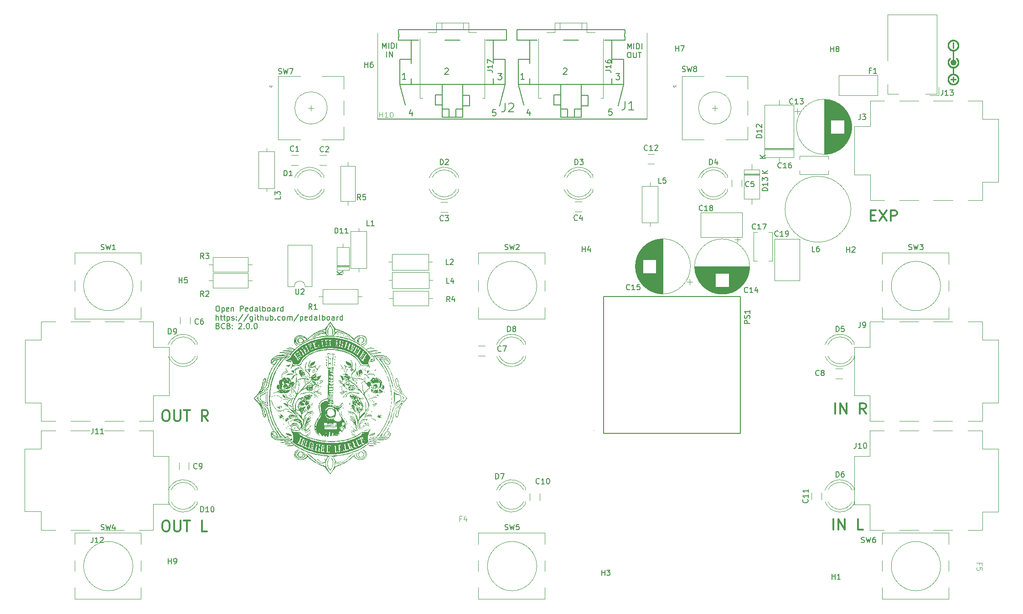
<source format=gto>
G04 #@! TF.GenerationSoftware,KiCad,Pcbnew,7.0.1.1-36-gbcf78dbe24-dirty-deb11*
G04 #@! TF.CreationDate,2023-04-24T19:27:54+00:00*
G04 #@! TF.ProjectId,pedalboard-hw,70656461-6c62-46f6-9172-642d68772e6b,2.0.0*
G04 #@! TF.SameCoordinates,Original*
G04 #@! TF.FileFunction,Legend,Top*
G04 #@! TF.FilePolarity,Positive*
%FSLAX46Y46*%
G04 Gerber Fmt 4.6, Leading zero omitted, Abs format (unit mm)*
G04 Created by KiCad (PCBNEW 7.0.1.1-36-gbcf78dbe24-dirty-deb11) date 2023-04-24 19:27:54*
%MOMM*%
%LPD*%
G01*
G04 APERTURE LIST*
%ADD10C,0.000000*%
%ADD11C,0.019755*%
%ADD12C,0.008210*%
%ADD13C,0.004304*%
%ADD14C,0.004635*%
%ADD15C,0.300000*%
%ADD16C,0.150000*%
%ADD17C,0.100000*%
%ADD18C,0.160020*%
%ADD19C,0.127000*%
%ADD20C,0.120000*%
%ADD21C,0.200000*%
%ADD22C,0.152400*%
G04 APERTURE END LIST*
D10*
G36*
X56272760Y40210295D02*
G01*
X56274337Y40208792D01*
X56275727Y40206135D01*
X56277935Y40197438D01*
X56279357Y40184359D01*
X56279967Y40167052D01*
X56279741Y40145674D01*
X56278651Y40120378D01*
X56276673Y40091320D01*
X56273779Y40058656D01*
X56265146Y39983126D01*
X56262340Y39962143D01*
X56259234Y39941605D01*
X56255859Y39921625D01*
X56252247Y39902317D01*
X56248428Y39883795D01*
X56244434Y39866171D01*
X56240294Y39849561D01*
X56236041Y39834077D01*
X56231706Y39819833D01*
X56227318Y39806943D01*
X56222911Y39795521D01*
X56218513Y39785680D01*
X56214157Y39777534D01*
X56212004Y39774132D01*
X56209873Y39771197D01*
X56207768Y39768742D01*
X56205692Y39766782D01*
X56203651Y39765331D01*
X56201646Y39764403D01*
X56196449Y39763409D01*
X56191446Y39763686D01*
X56186646Y39765163D01*
X56182057Y39767765D01*
X56177688Y39771422D01*
X56173547Y39776061D01*
X56169642Y39781609D01*
X56165982Y39787995D01*
X56162576Y39795145D01*
X56159431Y39802988D01*
X56153959Y39820462D01*
X56149635Y39839837D01*
X56146525Y39860535D01*
X56144696Y39881977D01*
X56144217Y39903585D01*
X56145153Y39924779D01*
X56147573Y39944981D01*
X56151542Y39963613D01*
X56154130Y39972158D01*
X56157130Y39980094D01*
X56160551Y39987348D01*
X56164402Y39993847D01*
X56168690Y39999519D01*
X56173425Y40004293D01*
X56177511Y40008044D01*
X56181803Y40012644D01*
X56186261Y40018028D01*
X56190843Y40024136D01*
X56195508Y40030906D01*
X56200213Y40038275D01*
X56204919Y40046181D01*
X56209584Y40054563D01*
X56214166Y40063359D01*
X56218624Y40072505D01*
X56222916Y40081941D01*
X56227002Y40091605D01*
X56230840Y40101434D01*
X56234388Y40111366D01*
X56237606Y40121339D01*
X56240451Y40131292D01*
X56247434Y40157611D01*
X56253812Y40178463D01*
X56259559Y40194002D01*
X56264650Y40204384D01*
X56266942Y40207689D01*
X56269059Y40209763D01*
X56271000Y40210626D01*
X56272760Y40210295D01*
G37*
G36*
X51948414Y31717707D02*
G01*
X51956098Y31717117D01*
X51963637Y31716218D01*
X51971015Y31715018D01*
X51978214Y31713525D01*
X51985220Y31711745D01*
X51992016Y31709685D01*
X51998586Y31707352D01*
X52004914Y31704754D01*
X52010983Y31701897D01*
X52016778Y31698790D01*
X52022282Y31695438D01*
X52027479Y31691849D01*
X52032354Y31688030D01*
X52036889Y31683988D01*
X52041069Y31679730D01*
X52044877Y31675264D01*
X52048298Y31670597D01*
X52051315Y31665734D01*
X52053913Y31660685D01*
X52056074Y31655455D01*
X52057783Y31650053D01*
X52059024Y31644484D01*
X52059780Y31638756D01*
X52060036Y31632877D01*
X52059944Y31631255D01*
X52059670Y31629696D01*
X52059222Y31628204D01*
X52058602Y31626779D01*
X52057818Y31625424D01*
X52056873Y31624141D01*
X52055773Y31622931D01*
X52054523Y31621797D01*
X52053129Y31620740D01*
X52051595Y31619763D01*
X52048129Y31618055D01*
X52044167Y31616688D01*
X52039751Y31615677D01*
X52034921Y31615039D01*
X52029718Y31614788D01*
X52024185Y31614940D01*
X52018363Y31615511D01*
X52012293Y31616517D01*
X52006016Y31617971D01*
X51999573Y31619891D01*
X51993007Y31622292D01*
X51985737Y31624071D01*
X51978503Y31625441D01*
X51971342Y31626408D01*
X51964289Y31626978D01*
X51957381Y31627154D01*
X51950653Y31626943D01*
X51944143Y31626350D01*
X51937886Y31625379D01*
X51934863Y31624753D01*
X51931918Y31624036D01*
X51929054Y31623226D01*
X51926276Y31622326D01*
X51923588Y31621335D01*
X51920995Y31620255D01*
X51918502Y31619085D01*
X51916113Y31617827D01*
X51913832Y31616480D01*
X51911664Y31615047D01*
X51909614Y31613527D01*
X51907686Y31611922D01*
X51905884Y31610231D01*
X51904214Y31608455D01*
X51902679Y31606596D01*
X51901285Y31604653D01*
X51899019Y31601350D01*
X51896221Y31598072D01*
X51892937Y31594847D01*
X51889214Y31591699D01*
X51885098Y31588654D01*
X51880636Y31585739D01*
X51875874Y31582978D01*
X51870859Y31580399D01*
X51865637Y31578026D01*
X51860254Y31575886D01*
X51854759Y31574004D01*
X51849196Y31572406D01*
X51843612Y31571118D01*
X51838054Y31570167D01*
X51832568Y31569577D01*
X51827202Y31569374D01*
X51819334Y31569709D01*
X51812255Y31570688D01*
X51805949Y31572273D01*
X51800399Y31574425D01*
X51795588Y31577107D01*
X51791499Y31580281D01*
X51788115Y31583908D01*
X51785420Y31587951D01*
X51783397Y31592370D01*
X51782028Y31597129D01*
X51781298Y31602189D01*
X51781189Y31607512D01*
X51781685Y31613060D01*
X51782769Y31618794D01*
X51784424Y31624677D01*
X51786633Y31630670D01*
X51789379Y31636736D01*
X51792646Y31642836D01*
X51796417Y31648932D01*
X51800675Y31654986D01*
X51805403Y31660960D01*
X51810585Y31666816D01*
X51816203Y31672515D01*
X51822241Y31678020D01*
X51828682Y31683292D01*
X51835510Y31688294D01*
X51842707Y31692987D01*
X51850256Y31697333D01*
X51858142Y31701294D01*
X51866346Y31704832D01*
X51874853Y31707909D01*
X51883646Y31710486D01*
X51891911Y31712616D01*
X51900161Y31714382D01*
X51908378Y31715789D01*
X51916547Y31716846D01*
X51924651Y31717559D01*
X51932674Y31717935D01*
X51940601Y31717982D01*
X51948414Y31717707D01*
G37*
G36*
X43589400Y32870085D02*
G01*
X43592357Y32868881D01*
X43595030Y32866968D01*
X43597423Y32864338D01*
X43599543Y32860983D01*
X43601394Y32856894D01*
X43602981Y32852062D01*
X43605386Y32840139D01*
X43606798Y32825147D01*
X43607260Y32807018D01*
X43606812Y32785685D01*
X43605496Y32761081D01*
X43603353Y32733138D01*
X43600425Y32701790D01*
X43598729Y32680955D01*
X43597607Y32660781D01*
X43597053Y32641268D01*
X43597062Y32622417D01*
X43597630Y32604227D01*
X43598751Y32586698D01*
X43600419Y32569831D01*
X43602630Y32553625D01*
X43605378Y32538081D01*
X43608659Y32523198D01*
X43612466Y32508977D01*
X43616796Y32495417D01*
X43621642Y32482519D01*
X43627000Y32470282D01*
X43632865Y32458706D01*
X43639230Y32447792D01*
X43644558Y32438795D01*
X43649938Y32429064D01*
X43660728Y32407773D01*
X43671353Y32384664D01*
X43681564Y32360479D01*
X43691114Y32335965D01*
X43699754Y32311863D01*
X43707237Y32288919D01*
X43713314Y32267876D01*
X43714398Y32262926D01*
X43715662Y32258003D01*
X43717099Y32253113D01*
X43718702Y32248260D01*
X43722383Y32238692D01*
X43726653Y32229346D01*
X43731461Y32220269D01*
X43736754Y32211508D01*
X43742482Y32203107D01*
X43748592Y32195116D01*
X43755032Y32187578D01*
X43761752Y32180543D01*
X43768699Y32174054D01*
X43775822Y32168160D01*
X43783068Y32162907D01*
X43790388Y32158341D01*
X43794058Y32156331D01*
X43797727Y32154509D01*
X43801389Y32152883D01*
X43805036Y32151458D01*
X43811724Y32149110D01*
X43818520Y32146070D01*
X43825368Y32142389D01*
X43832211Y32138119D01*
X43838992Y32133311D01*
X43845654Y32128018D01*
X43852140Y32122291D01*
X43858394Y32116181D01*
X43864358Y32109740D01*
X43869976Y32103021D01*
X43875191Y32096074D01*
X43879946Y32088951D01*
X43884184Y32081704D01*
X43887849Y32074385D01*
X43890883Y32067046D01*
X43892146Y32063384D01*
X43893230Y32059737D01*
X43896258Y32050817D01*
X43899389Y32042579D01*
X43902619Y32035022D01*
X43905950Y32028145D01*
X43909378Y32021947D01*
X43912904Y32016429D01*
X43916525Y32011589D01*
X43920240Y32007426D01*
X43924048Y32003940D01*
X43927949Y32001131D01*
X43931939Y31998997D01*
X43936019Y31997538D01*
X43940186Y31996754D01*
X43944440Y31996643D01*
X43948779Y31997206D01*
X43953203Y31998441D01*
X43957709Y32000348D01*
X43962296Y32002926D01*
X43966963Y32006174D01*
X43971710Y32010092D01*
X43976533Y32014680D01*
X43981433Y32019936D01*
X43986408Y32025860D01*
X43991457Y32032451D01*
X43996578Y32039709D01*
X44001770Y32047633D01*
X44012362Y32065477D01*
X44023222Y32085976D01*
X44034341Y32109127D01*
X44070794Y32182182D01*
X44106358Y32248081D01*
X44141467Y32307106D01*
X44176555Y32359543D01*
X44194227Y32383379D01*
X44212057Y32405675D01*
X44230098Y32426466D01*
X44248406Y32445787D01*
X44267034Y32463674D01*
X44286037Y32480163D01*
X44305468Y32495289D01*
X44325383Y32509087D01*
X44345835Y32521594D01*
X44366879Y32532844D01*
X44388569Y32542873D01*
X44410959Y32551717D01*
X44434104Y32559411D01*
X44458057Y32565990D01*
X44482874Y32571491D01*
X44508607Y32575949D01*
X44535312Y32579399D01*
X44563043Y32581877D01*
X44621799Y32584059D01*
X44685310Y32582778D01*
X44754008Y32578319D01*
X44778505Y32576049D01*
X44803012Y32573224D01*
X44851849Y32565999D01*
X44900108Y32556832D01*
X44947375Y32545907D01*
X44993236Y32533412D01*
X45037278Y32519532D01*
X45079088Y32504453D01*
X45118251Y32488361D01*
X45154356Y32471442D01*
X45171132Y32462730D01*
X45186988Y32453882D01*
X45201872Y32444920D01*
X45215734Y32435868D01*
X45228520Y32426748D01*
X45240180Y32417585D01*
X45250662Y32408401D01*
X45259914Y32399219D01*
X45267884Y32390064D01*
X45274521Y32380957D01*
X45279773Y32371923D01*
X45283588Y32362984D01*
X45285915Y32354164D01*
X45286703Y32345487D01*
X45286620Y32337434D01*
X45286207Y32330507D01*
X45285214Y32324759D01*
X45283395Y32320241D01*
X45282098Y32318459D01*
X45280501Y32317004D01*
X45278574Y32315882D01*
X45276284Y32315100D01*
X45273602Y32314665D01*
X45270497Y32314582D01*
X45262890Y32315500D01*
X45253216Y32317906D01*
X45241227Y32321853D01*
X45226675Y32327391D01*
X45209312Y32334572D01*
X45165159Y32354071D01*
X45106786Y32380764D01*
X45073158Y32395108D01*
X45040998Y32407711D01*
X45010202Y32418568D01*
X44980668Y32427672D01*
X44952290Y32435020D01*
X44924967Y32440605D01*
X44898595Y32444423D01*
X44873071Y32446469D01*
X44848290Y32446737D01*
X44824150Y32445222D01*
X44800548Y32441919D01*
X44777380Y32436822D01*
X44754542Y32429928D01*
X44731932Y32421230D01*
X44709446Y32410723D01*
X44686980Y32398403D01*
X44665331Y32386421D01*
X44638143Y32372000D01*
X44571446Y32337990D01*
X44495488Y32300673D01*
X44418870Y32264348D01*
X44386309Y32247828D01*
X44354839Y32230083D01*
X44324557Y32211212D01*
X44295563Y32191312D01*
X44267953Y32170482D01*
X44241826Y32148821D01*
X44217281Y32126425D01*
X44194415Y32103393D01*
X44173326Y32079825D01*
X44154114Y32055816D01*
X44136875Y32031467D01*
X44121709Y32006875D01*
X44108713Y31982138D01*
X44097986Y31957354D01*
X44093504Y31944976D01*
X44089626Y31932622D01*
X44086364Y31920306D01*
X44083730Y31908040D01*
X44081584Y31898729D01*
X44079124Y31889977D01*
X44076370Y31881787D01*
X44073340Y31874162D01*
X44070051Y31867102D01*
X44066522Y31860610D01*
X44062771Y31854687D01*
X44058816Y31849337D01*
X44054674Y31844560D01*
X44050365Y31840358D01*
X44045905Y31836734D01*
X44041314Y31833689D01*
X44036610Y31831226D01*
X44031809Y31829346D01*
X44026932Y31828051D01*
X44021994Y31827344D01*
X44017016Y31827225D01*
X44012014Y31827698D01*
X44007007Y31828763D01*
X44002013Y31830424D01*
X43997050Y31832681D01*
X43992136Y31835537D01*
X43987289Y31838994D01*
X43982527Y31843054D01*
X43977869Y31847718D01*
X43973332Y31852989D01*
X43968935Y31858868D01*
X43964696Y31865358D01*
X43960632Y31872460D01*
X43956761Y31880176D01*
X43953103Y31888509D01*
X43949675Y31897460D01*
X43945965Y31906090D01*
X43941489Y31914746D01*
X43936311Y31923372D01*
X43930492Y31931909D01*
X43924095Y31940302D01*
X43917181Y31948494D01*
X43909812Y31956427D01*
X43902050Y31964045D01*
X43893957Y31971291D01*
X43885596Y31978108D01*
X43877028Y31984440D01*
X43868315Y31990228D01*
X43859520Y31995418D01*
X43850704Y31999951D01*
X43841929Y32003771D01*
X43833258Y32006821D01*
X43817571Y32011979D01*
X43802183Y32019643D01*
X43786982Y32030005D01*
X43771853Y32043256D01*
X43756682Y32059586D01*
X43741357Y32079188D01*
X43725763Y32102252D01*
X43709786Y32128969D01*
X43693313Y32159532D01*
X43676231Y32194130D01*
X43658425Y32232956D01*
X43639782Y32276199D01*
X43599529Y32376707D01*
X43554564Y32497182D01*
X43540876Y32535207D01*
X43528905Y32570039D01*
X43518628Y32601873D01*
X43510026Y32630907D01*
X43503077Y32657336D01*
X43500216Y32669635D01*
X43497761Y32681356D01*
X43495709Y32692525D01*
X43494058Y32703166D01*
X43492804Y32713302D01*
X43491946Y32722959D01*
X43491480Y32732162D01*
X43491405Y32740934D01*
X43491717Y32749301D01*
X43492414Y32757286D01*
X43493494Y32764915D01*
X43494953Y32772212D01*
X43496790Y32779202D01*
X43499001Y32785908D01*
X43501585Y32792356D01*
X43504537Y32798571D01*
X43507857Y32804576D01*
X43511541Y32810396D01*
X43515587Y32816056D01*
X43519992Y32821581D01*
X43524754Y32826994D01*
X43529869Y32832321D01*
X43543064Y32845002D01*
X43554894Y32855217D01*
X43565402Y32862900D01*
X43570172Y32865771D01*
X43574628Y32867984D01*
X43578773Y32869530D01*
X43582614Y32870401D01*
X43586154Y32870589D01*
X43589400Y32870085D01*
G37*
G36*
X57645412Y32923389D02*
G01*
X57648132Y32922918D01*
X57650913Y32922188D01*
X57653768Y32921197D01*
X57656705Y32919945D01*
X57659735Y32918431D01*
X57662868Y32916655D01*
X57666115Y32914617D01*
X57669486Y32912315D01*
X57672991Y32909748D01*
X57680446Y32903820D01*
X57688562Y32896827D01*
X57697423Y32888765D01*
X57705486Y32880527D01*
X57709115Y32876666D01*
X57712479Y32872965D01*
X57715576Y32869418D01*
X57718407Y32866014D01*
X57720974Y32862746D01*
X57723276Y32859605D01*
X57725315Y32856583D01*
X57727091Y32853671D01*
X57728604Y32850862D01*
X57729857Y32848146D01*
X57730848Y32845516D01*
X57731578Y32842962D01*
X57732049Y32840477D01*
X57732261Y32838052D01*
X57732215Y32835679D01*
X57731911Y32833349D01*
X57731350Y32831054D01*
X57730532Y32828785D01*
X57729459Y32826535D01*
X57728130Y32824294D01*
X57726547Y32822054D01*
X57724710Y32819808D01*
X57722620Y32817545D01*
X57720277Y32815259D01*
X57717682Y32812941D01*
X57714836Y32810582D01*
X57711739Y32808174D01*
X57708393Y32805708D01*
X57700952Y32800571D01*
X57691768Y32795007D01*
X57682750Y32790206D01*
X57673921Y32786147D01*
X57665302Y32782807D01*
X57656916Y32780165D01*
X57648785Y32778199D01*
X57640930Y32776887D01*
X57633373Y32776206D01*
X57626137Y32776135D01*
X57619243Y32776652D01*
X57612713Y32777734D01*
X57606570Y32779361D01*
X57600835Y32781510D01*
X57595530Y32784158D01*
X57590677Y32787285D01*
X57586299Y32790867D01*
X57582416Y32794884D01*
X57579052Y32799313D01*
X57576228Y32804132D01*
X57573965Y32809319D01*
X57572287Y32814853D01*
X57571214Y32820710D01*
X57570770Y32826870D01*
X57570975Y32833311D01*
X57571852Y32840010D01*
X57573423Y32846945D01*
X57575709Y32854095D01*
X57578734Y32861437D01*
X57582517Y32868950D01*
X57587083Y32876611D01*
X57592452Y32884399D01*
X57598647Y32892292D01*
X57605027Y32899732D01*
X57610993Y32906176D01*
X57613848Y32909022D01*
X57616630Y32911616D01*
X57619349Y32913959D01*
X57622018Y32916049D01*
X57624645Y32917886D01*
X57627240Y32919470D01*
X57629816Y32920798D01*
X57632381Y32921872D01*
X57634945Y32922689D01*
X57637521Y32923251D01*
X57640117Y32923555D01*
X57642743Y32923601D01*
X57645412Y32923389D01*
G37*
G36*
X55174622Y35299118D02*
G01*
X55177078Y35298798D01*
X55179659Y35298166D01*
X55182376Y35297221D01*
X55185239Y35295963D01*
X55188260Y35294389D01*
X55191450Y35292498D01*
X55194819Y35290290D01*
X55198379Y35287763D01*
X55206114Y35281746D01*
X55214743Y35274437D01*
X55224354Y35265826D01*
X55235034Y35255902D01*
X55241524Y35249759D01*
X55247757Y35243259D01*
X55253727Y35236439D01*
X55259426Y35229334D01*
X55264845Y35221981D01*
X55269978Y35214417D01*
X55274816Y35206677D01*
X55279352Y35198797D01*
X55283578Y35190814D01*
X55287486Y35182763D01*
X55291069Y35174682D01*
X55294318Y35166606D01*
X55297226Y35158571D01*
X55299785Y35150614D01*
X55301988Y35142770D01*
X55303826Y35135076D01*
X55305293Y35127569D01*
X55306379Y35120283D01*
X55307078Y35113256D01*
X55307382Y35106523D01*
X55307282Y35100121D01*
X55306772Y35094086D01*
X55305843Y35088455D01*
X55304488Y35083262D01*
X55302698Y35078545D01*
X55300467Y35074339D01*
X55297787Y35070681D01*
X55294649Y35067607D01*
X55291045Y35065154D01*
X55286970Y35063356D01*
X55282413Y35062251D01*
X55277368Y35061875D01*
X55272278Y35062301D01*
X55266949Y35063552D01*
X55261410Y35065581D01*
X55255692Y35068345D01*
X55249824Y35071798D01*
X55243836Y35075897D01*
X55231618Y35085853D01*
X55219276Y35097855D01*
X55207047Y35111546D01*
X55195170Y35126571D01*
X55183883Y35142573D01*
X55173422Y35159195D01*
X55164025Y35176080D01*
X55155931Y35192872D01*
X55149377Y35209215D01*
X55144600Y35224751D01*
X55142953Y35232106D01*
X55141839Y35239125D01*
X55141288Y35245765D01*
X55141331Y35251980D01*
X55141996Y35257726D01*
X55143314Y35262958D01*
X55147173Y35271638D01*
X55150872Y35279150D01*
X55154498Y35285484D01*
X55156312Y35288206D01*
X55158141Y35290630D01*
X55159995Y35292753D01*
X55161886Y35294576D01*
X55163825Y35296096D01*
X55165823Y35297313D01*
X55167890Y35298225D01*
X55170039Y35298831D01*
X55172279Y35299129D01*
X55174622Y35299118D01*
G37*
G36*
X46637051Y45996929D02*
G01*
X46637990Y45996402D01*
X46638903Y45995524D01*
X46639798Y45994294D01*
X46640683Y45992712D01*
X46641566Y45990780D01*
X46643354Y45985860D01*
X46645224Y45979535D01*
X46647240Y45971804D01*
X46651952Y45952125D01*
X46653473Y45945574D01*
X46654732Y45939160D01*
X46655736Y45932892D01*
X46656493Y45926783D01*
X46657010Y45920845D01*
X46657293Y45915089D01*
X46657351Y45909526D01*
X46657189Y45904169D01*
X46656815Y45899030D01*
X46656237Y45894118D01*
X46655461Y45889447D01*
X46654495Y45885028D01*
X46653345Y45880873D01*
X46652019Y45876993D01*
X46650523Y45873399D01*
X46648866Y45870104D01*
X46647053Y45867119D01*
X46645092Y45864456D01*
X46642991Y45862126D01*
X46640756Y45860141D01*
X46638394Y45858512D01*
X46635913Y45857252D01*
X46633319Y45856372D01*
X46630620Y45855883D01*
X46627823Y45855797D01*
X46624935Y45856125D01*
X46621963Y45856881D01*
X46618914Y45858074D01*
X46615795Y45859716D01*
X46612614Y45861820D01*
X46609377Y45864397D01*
X46606091Y45867458D01*
X46604820Y45868532D01*
X46603650Y45869766D01*
X46602582Y45871153D01*
X46601613Y45872688D01*
X46599968Y45876179D01*
X46598705Y45880192D01*
X46597814Y45884680D01*
X46597285Y45889597D01*
X46597108Y45894896D01*
X46597272Y45900532D01*
X46597766Y45906456D01*
X46598581Y45912624D01*
X46599706Y45918988D01*
X46601130Y45925502D01*
X46602844Y45932119D01*
X46604837Y45938793D01*
X46607099Y45945477D01*
X46609619Y45952125D01*
X46618962Y45971804D01*
X46622797Y45979535D01*
X46626156Y45985860D01*
X46629101Y45990780D01*
X46630439Y45992712D01*
X46631696Y45994294D01*
X46632880Y45995524D01*
X46634000Y45996402D01*
X46635064Y45996929D01*
X46636078Y45997105D01*
X46637051Y45996929D01*
G37*
G36*
X46641397Y35074607D02*
G01*
X46642645Y35073943D01*
X46643801Y35072672D01*
X46644876Y35070798D01*
X46645882Y35068322D01*
X46646829Y35065245D01*
X46648590Y35057300D01*
X46650248Y35046978D01*
X46651891Y35034294D01*
X46655481Y35001903D01*
X46658437Y34981350D01*
X46661930Y34959846D01*
X46665836Y34938093D01*
X46670032Y34916795D01*
X46674394Y34896655D01*
X46678797Y34878375D01*
X46683117Y34862659D01*
X46685207Y34855981D01*
X46687231Y34850208D01*
X46692296Y34837934D01*
X46696911Y34825603D01*
X46701080Y34813239D01*
X46704808Y34800868D01*
X46708099Y34788515D01*
X46710958Y34776206D01*
X46713389Y34763964D01*
X46715398Y34751817D01*
X46716988Y34739788D01*
X46718163Y34727904D01*
X46718929Y34716188D01*
X46719291Y34704668D01*
X46719251Y34693366D01*
X46718816Y34682310D01*
X46717989Y34671523D01*
X46716776Y34661032D01*
X46715180Y34650861D01*
X46713206Y34641036D01*
X46710858Y34631581D01*
X46708142Y34622522D01*
X46705062Y34613885D01*
X46701621Y34605694D01*
X46697826Y34597974D01*
X46693680Y34590751D01*
X46689187Y34584050D01*
X46684353Y34577897D01*
X46679181Y34572315D01*
X46673677Y34567331D01*
X46667845Y34562970D01*
X46661689Y34559257D01*
X46655214Y34556216D01*
X46648424Y34553875D01*
X46627935Y34548712D01*
X46608163Y34544447D01*
X46589143Y34541048D01*
X46570910Y34538482D01*
X46553498Y34536717D01*
X46536943Y34535721D01*
X46521279Y34535461D01*
X46506542Y34535905D01*
X46492766Y34537021D01*
X46479985Y34538777D01*
X46468236Y34541139D01*
X46457553Y34544077D01*
X46447970Y34547557D01*
X46439523Y34551548D01*
X46432246Y34556016D01*
X46426175Y34560931D01*
X46421344Y34566258D01*
X46417788Y34571967D01*
X46415542Y34578024D01*
X46414641Y34584399D01*
X46415119Y34591057D01*
X46417013Y34597967D01*
X46420355Y34605097D01*
X46425183Y34612414D01*
X46431529Y34619886D01*
X46439430Y34627481D01*
X46448920Y34635166D01*
X46460033Y34642910D01*
X46472806Y34650679D01*
X46487272Y34658442D01*
X46503467Y34666166D01*
X46521425Y34673819D01*
X46531429Y34678140D01*
X46540936Y34682503D01*
X46549944Y34686910D01*
X46558453Y34691362D01*
X46566460Y34695861D01*
X46573964Y34700408D01*
X46580965Y34705003D01*
X46587461Y34709649D01*
X46593450Y34714347D01*
X46598931Y34719098D01*
X46603903Y34723903D01*
X46608365Y34728763D01*
X46612316Y34733680D01*
X46615753Y34738656D01*
X46618677Y34743691D01*
X46621085Y34748786D01*
X46622976Y34753944D01*
X46624349Y34759164D01*
X46625203Y34764450D01*
X46625536Y34769801D01*
X46625347Y34775220D01*
X46624635Y34780707D01*
X46623398Y34786263D01*
X46621636Y34791891D01*
X46619346Y34797591D01*
X46616528Y34803365D01*
X46613181Y34809213D01*
X46609302Y34815138D01*
X46604891Y34821141D01*
X46599947Y34827222D01*
X46594468Y34833383D01*
X46588452Y34839626D01*
X46583493Y34845089D01*
X46579206Y34850919D01*
X46575600Y34857151D01*
X46572688Y34863824D01*
X46570478Y34870971D01*
X46568981Y34878631D01*
X46568207Y34886838D01*
X46568168Y34895629D01*
X46568872Y34905040D01*
X46570331Y34915107D01*
X46572555Y34925867D01*
X46575554Y34937356D01*
X46579338Y34949609D01*
X46583919Y34962663D01*
X46589305Y34976555D01*
X46595508Y34991320D01*
X46611831Y35027224D01*
X46618475Y35041371D01*
X46624226Y35053001D01*
X46629171Y35062129D01*
X46633397Y35068772D01*
X46635268Y35071167D01*
X46636993Y35072945D01*
X46638582Y35074110D01*
X46640046Y35074663D01*
X46641397Y35074607D01*
G37*
G36*
X44564178Y42413072D02*
G01*
X44565934Y42412799D01*
X44570061Y42411541D01*
X44574974Y42409354D01*
X44580630Y42406257D01*
X44586990Y42402271D01*
X44594011Y42397417D01*
X44601652Y42391715D01*
X44609872Y42385187D01*
X44618630Y42377852D01*
X44627883Y42369733D01*
X44637592Y42360848D01*
X44646232Y42351542D01*
X44654294Y42342173D01*
X44661779Y42332779D01*
X44668687Y42323400D01*
X44675019Y42314075D01*
X44680775Y42304844D01*
X44685956Y42295745D01*
X44690563Y42286820D01*
X44694597Y42278106D01*
X44698057Y42269643D01*
X44700945Y42261471D01*
X44703262Y42253630D01*
X44705007Y42246157D01*
X44706182Y42239094D01*
X44706788Y42232479D01*
X44706824Y42226351D01*
X44706292Y42220751D01*
X44705192Y42215717D01*
X44703525Y42211289D01*
X44701291Y42207507D01*
X44698492Y42204409D01*
X44696880Y42203129D01*
X44695127Y42202035D01*
X44693233Y42201132D01*
X44691198Y42200425D01*
X44686705Y42199617D01*
X44681648Y42199652D01*
X44676029Y42200569D01*
X44669848Y42202407D01*
X44663106Y42205206D01*
X44655803Y42209004D01*
X44647940Y42213842D01*
X44639517Y42219758D01*
X44630536Y42226793D01*
X44623586Y42232285D01*
X44617272Y42236832D01*
X44611568Y42240396D01*
X44608937Y42241799D01*
X44606448Y42242943D01*
X44604099Y42243823D01*
X44601886Y42244435D01*
X44599806Y42244775D01*
X44597856Y42244837D01*
X44596032Y42244618D01*
X44594332Y42244113D01*
X44592752Y42243317D01*
X44591289Y42242226D01*
X44589940Y42240835D01*
X44588701Y42239140D01*
X44587570Y42237136D01*
X44586542Y42234818D01*
X44585615Y42232183D01*
X44584786Y42229226D01*
X44583407Y42222326D01*
X44582379Y42214083D01*
X44581678Y42204460D01*
X44581275Y42193421D01*
X44581147Y42180930D01*
X44581268Y42171718D01*
X44581622Y42162630D01*
X44582193Y42153707D01*
X44582966Y42144992D01*
X44583925Y42136524D01*
X44585054Y42128345D01*
X44586338Y42120497D01*
X44587762Y42113021D01*
X44589309Y42105959D01*
X44590966Y42099351D01*
X44592715Y42093240D01*
X44594542Y42087666D01*
X44596431Y42082670D01*
X44598366Y42078295D01*
X44600332Y42074581D01*
X44602314Y42071570D01*
X44606149Y42066944D01*
X44609716Y42061063D01*
X44613017Y42054016D01*
X44616053Y42045890D01*
X44621336Y42026759D01*
X44625575Y42004377D01*
X44628781Y41979452D01*
X44630963Y41952693D01*
X44632133Y41924807D01*
X44632300Y41896503D01*
X44631475Y41868489D01*
X44629668Y41841471D01*
X44626889Y41816159D01*
X44623150Y41793260D01*
X44618459Y41773483D01*
X44612828Y41757535D01*
X44609663Y41751218D01*
X44606267Y41746124D01*
X44602641Y41742341D01*
X44598786Y41739958D01*
X44590472Y41738671D01*
X44580184Y41739996D01*
X44568081Y41743775D01*
X44554317Y41749852D01*
X44539049Y41758068D01*
X44522434Y41768266D01*
X44485787Y41793977D01*
X44445626Y41825724D01*
X44403201Y41862246D01*
X44359763Y41902281D01*
X44316564Y41944570D01*
X44274852Y41987851D01*
X44235879Y42030863D01*
X44200896Y42072345D01*
X44171153Y42111037D01*
X44147900Y42145678D01*
X44139099Y42161085D01*
X44132389Y42175006D01*
X44127927Y42187284D01*
X44125869Y42197761D01*
X44126372Y42206279D01*
X44129591Y42212681D01*
X44138301Y42223047D01*
X44147224Y42232974D01*
X44156345Y42242457D01*
X44165648Y42251494D01*
X44175119Y42260078D01*
X44184743Y42268205D01*
X44194505Y42275871D01*
X44204391Y42283071D01*
X44214386Y42289801D01*
X44224474Y42296057D01*
X44234640Y42301833D01*
X44244871Y42307125D01*
X44255151Y42311929D01*
X44265465Y42316240D01*
X44275799Y42320053D01*
X44286137Y42323365D01*
X44296464Y42326170D01*
X44306767Y42328464D01*
X44317029Y42330243D01*
X44327237Y42331502D01*
X44337374Y42332236D01*
X44347428Y42332442D01*
X44357381Y42332113D01*
X44367220Y42331247D01*
X44376931Y42329838D01*
X44386497Y42327882D01*
X44395904Y42325374D01*
X44405137Y42322310D01*
X44414182Y42318686D01*
X44423023Y42314496D01*
X44431646Y42309736D01*
X44440036Y42304402D01*
X44448250Y42298799D01*
X44456343Y42293884D01*
X44464300Y42289645D01*
X44472103Y42286068D01*
X44479735Y42283139D01*
X44487180Y42280846D01*
X44494421Y42279174D01*
X44501441Y42278110D01*
X44508224Y42277640D01*
X44514751Y42277751D01*
X44521008Y42278429D01*
X44526976Y42279660D01*
X44532640Y42281432D01*
X44537982Y42283730D01*
X44542985Y42286541D01*
X44547633Y42289851D01*
X44551909Y42293647D01*
X44555796Y42297915D01*
X44559278Y42302642D01*
X44562337Y42307814D01*
X44564957Y42313417D01*
X44567121Y42319438D01*
X44568811Y42325864D01*
X44570013Y42332680D01*
X44570708Y42339874D01*
X44570879Y42347431D01*
X44570511Y42355339D01*
X44569586Y42363583D01*
X44568087Y42372150D01*
X44565998Y42381026D01*
X44563301Y42390198D01*
X44559981Y42399652D01*
X44558527Y42404410D01*
X44558190Y42406392D01*
X44558107Y42408113D01*
X44558271Y42409576D01*
X44558678Y42410783D01*
X44559323Y42411737D01*
X44560201Y42412440D01*
X44561306Y42412896D01*
X44562633Y42413105D01*
X44564178Y42413072D01*
G37*
G36*
X56203114Y40597052D02*
G01*
X56211788Y40596793D01*
X56220959Y40596306D01*
X56230585Y40595587D01*
X56240624Y40594630D01*
X56251035Y40593430D01*
X56265517Y40591926D01*
X56278589Y40589992D01*
X56290327Y40587532D01*
X56295721Y40586073D01*
X56300810Y40584446D01*
X56305605Y40582638D01*
X56310114Y40580637D01*
X56314349Y40578430D01*
X56318318Y40576006D01*
X56322031Y40573351D01*
X56325499Y40570455D01*
X56328729Y40567304D01*
X56331733Y40563886D01*
X56334520Y40560189D01*
X56337100Y40556201D01*
X56339482Y40551909D01*
X56341676Y40547301D01*
X56343692Y40542365D01*
X56345539Y40537089D01*
X56348766Y40525466D01*
X56351435Y40512334D01*
X56353623Y40497596D01*
X56355408Y40481151D01*
X56356868Y40462904D01*
X56360155Y40424690D01*
X56361078Y40409651D01*
X56361334Y40397308D01*
X56361168Y40392146D01*
X56360784Y40387653D01*
X56360163Y40383830D01*
X56359288Y40380675D01*
X56358141Y40378187D01*
X56356707Y40376363D01*
X56354965Y40375204D01*
X56352901Y40374708D01*
X56350495Y40374873D01*
X56347730Y40375699D01*
X56344590Y40377183D01*
X56341057Y40379325D01*
X56337112Y40382123D01*
X56332739Y40385576D01*
X56322639Y40394442D01*
X56310617Y40405913D01*
X56296532Y40419977D01*
X56261620Y40455848D01*
X56239701Y40479254D01*
X56219230Y40501544D01*
X56200661Y40522262D01*
X56184448Y40540955D01*
X56177368Y40549400D01*
X56171047Y40557168D01*
X56165542Y40564202D01*
X56160911Y40570446D01*
X56157210Y40575842D01*
X56154496Y40580333D01*
X56153527Y40582222D01*
X56152826Y40583864D01*
X56152400Y40585251D01*
X56152257Y40586376D01*
X56152380Y40587348D01*
X56152746Y40588277D01*
X56153350Y40589164D01*
X56154186Y40590007D01*
X56156536Y40591562D01*
X56159753Y40592935D01*
X56163798Y40594123D01*
X56168628Y40595119D01*
X56174202Y40595919D01*
X56180479Y40596518D01*
X56187418Y40596910D01*
X56194976Y40597089D01*
X56203114Y40597052D01*
G37*
G36*
X50545054Y45221804D02*
G01*
X50546975Y45221591D01*
X50548852Y45221242D01*
X50550684Y45220759D01*
X50552469Y45220147D01*
X50554207Y45219410D01*
X50555895Y45218552D01*
X50557533Y45217576D01*
X50559119Y45216486D01*
X50560652Y45215286D01*
X50562131Y45213981D01*
X50563555Y45212573D01*
X50566230Y45209467D01*
X50568668Y45206000D01*
X50570857Y45202202D01*
X50572788Y45198104D01*
X50574450Y45193737D01*
X50575833Y45189133D01*
X50576927Y45184322D01*
X50577721Y45179335D01*
X50578205Y45174204D01*
X50578369Y45168959D01*
X50578328Y45166324D01*
X50578205Y45163713D01*
X50578003Y45161132D01*
X50577721Y45158582D01*
X50577362Y45156069D01*
X50576927Y45153595D01*
X50576417Y45151166D01*
X50575833Y45148784D01*
X50575177Y45146454D01*
X50574450Y45144180D01*
X50573653Y45141965D01*
X50572788Y45139813D01*
X50571855Y45137729D01*
X50570857Y45135715D01*
X50569794Y45133777D01*
X50568668Y45131917D01*
X50567479Y45130140D01*
X50566230Y45128450D01*
X50564922Y45126849D01*
X50563555Y45125344D01*
X50562131Y45123936D01*
X50560652Y45122631D01*
X50559119Y45121431D01*
X50557533Y45120341D01*
X50555895Y45119365D01*
X50554207Y45118507D01*
X50552469Y45117770D01*
X50550684Y45117158D01*
X50548852Y45116676D01*
X50546975Y45116326D01*
X50545054Y45116114D01*
X50543091Y45116042D01*
X50541438Y45116114D01*
X50539788Y45116326D01*
X50538144Y45116676D01*
X50536511Y45117158D01*
X50534890Y45117770D01*
X50533285Y45118507D01*
X50531700Y45119365D01*
X50530137Y45120341D01*
X50527092Y45122631D01*
X50524177Y45125344D01*
X50521416Y45128450D01*
X50518837Y45131917D01*
X50516464Y45135715D01*
X50514324Y45139813D01*
X50512442Y45144180D01*
X50510844Y45148784D01*
X50509557Y45153595D01*
X50508605Y45158582D01*
X50508015Y45163713D01*
X50507812Y45168959D01*
X50507864Y45171593D01*
X50508015Y45174204D01*
X50508263Y45176785D01*
X50508605Y45179335D01*
X50509037Y45181848D01*
X50509557Y45184322D01*
X50510160Y45186751D01*
X50510844Y45189133D01*
X50511606Y45191463D01*
X50512442Y45193737D01*
X50513349Y45195952D01*
X50514324Y45198104D01*
X50515363Y45200188D01*
X50516464Y45202202D01*
X50517623Y45204140D01*
X50518837Y45206000D01*
X50520102Y45207777D01*
X50521416Y45209467D01*
X50522776Y45211067D01*
X50524177Y45212573D01*
X50525617Y45213981D01*
X50527092Y45215286D01*
X50528600Y45216486D01*
X50530137Y45217576D01*
X50531700Y45218552D01*
X50533285Y45219410D01*
X50534890Y45220147D01*
X50536511Y45220759D01*
X50538144Y45221242D01*
X50539788Y45221591D01*
X50541438Y45221804D01*
X50543091Y45221875D01*
X50545054Y45221804D01*
G37*
G36*
X58649754Y37550114D02*
G01*
X58651143Y37549912D01*
X58652378Y37549527D01*
X58653451Y37548958D01*
X58654280Y37547823D01*
X58654784Y37546406D01*
X58654972Y37544717D01*
X58654850Y37542764D01*
X58653707Y37538098D01*
X58651412Y37532477D01*
X58648021Y37525966D01*
X58643592Y37518634D01*
X58638181Y37510548D01*
X58631844Y37501774D01*
X58624640Y37492380D01*
X58616624Y37482434D01*
X58607854Y37472001D01*
X58598386Y37461150D01*
X58577585Y37438461D01*
X58554675Y37414904D01*
X58533051Y37394922D01*
X58514471Y37378578D01*
X58498919Y37365790D01*
X58486379Y37356474D01*
X58476837Y37350548D01*
X58473185Y37348831D01*
X58470277Y37347930D01*
X58468110Y37347835D01*
X58466682Y37348536D01*
X58465993Y37350023D01*
X58466039Y37352284D01*
X58466819Y37355311D01*
X58468331Y37359092D01*
X58473542Y37368876D01*
X58481658Y37381554D01*
X58492662Y37397043D01*
X58506540Y37415261D01*
X58523275Y37436125D01*
X58542853Y37459551D01*
X58565257Y37485459D01*
X58572526Y37493807D01*
X58579754Y37501643D01*
X58586899Y37508953D01*
X58593920Y37515720D01*
X58600776Y37521929D01*
X58607425Y37527564D01*
X58613826Y37532610D01*
X58619938Y37537052D01*
X58625719Y37540873D01*
X58631128Y37544059D01*
X58636123Y37546594D01*
X58638453Y37547612D01*
X58640664Y37548462D01*
X58642751Y37549141D01*
X58644708Y37549648D01*
X58646532Y37549980D01*
X58648215Y37550136D01*
X58649754Y37550114D01*
G37*
G36*
X60219785Y39715013D02*
G01*
X60229170Y39714931D01*
X60237485Y39714683D01*
X60244736Y39714269D01*
X60250928Y39713691D01*
X60253628Y39713339D01*
X60256065Y39712947D01*
X60258240Y39712513D01*
X60260154Y39712037D01*
X60261806Y39711521D01*
X60263198Y39710963D01*
X60264331Y39710363D01*
X60265204Y39709722D01*
X60265819Y39709040D01*
X60266177Y39708317D01*
X60266277Y39707552D01*
X60266121Y39706746D01*
X60265709Y39705899D01*
X60265042Y39705010D01*
X60264120Y39704080D01*
X60262944Y39703108D01*
X60261516Y39702095D01*
X60259835Y39701041D01*
X60257901Y39699946D01*
X60255717Y39698809D01*
X60250597Y39696411D01*
X60244479Y39693848D01*
X60239112Y39691663D01*
X60233620Y39689101D01*
X60228046Y39686197D01*
X60222431Y39682989D01*
X60216815Y39679512D01*
X60211241Y39675802D01*
X60205749Y39671896D01*
X60200382Y39667830D01*
X60195180Y39663640D01*
X60190184Y39659362D01*
X60185437Y39655032D01*
X60180979Y39650687D01*
X60176852Y39646363D01*
X60173096Y39642095D01*
X60169754Y39637920D01*
X60166867Y39633875D01*
X60163643Y39629656D01*
X60162095Y39627854D01*
X60160590Y39626254D01*
X60159129Y39624856D01*
X60157713Y39623658D01*
X60156341Y39622660D01*
X60155016Y39621858D01*
X60153737Y39621254D01*
X60152505Y39620844D01*
X60151322Y39620628D01*
X60150186Y39620605D01*
X60149100Y39620772D01*
X60148063Y39621130D01*
X60147077Y39621676D01*
X60146142Y39622410D01*
X60145258Y39623330D01*
X60144427Y39624434D01*
X60143649Y39625722D01*
X60142924Y39627192D01*
X60142254Y39628843D01*
X60141639Y39630673D01*
X60140575Y39634868D01*
X60139739Y39639765D01*
X60139135Y39645354D01*
X60138769Y39651626D01*
X60138646Y39658570D01*
X60138937Y39665637D01*
X60139817Y39672281D01*
X60140482Y39675441D01*
X60141297Y39678491D01*
X60142265Y39681429D01*
X60143386Y39684256D01*
X60144663Y39686969D01*
X60146096Y39689566D01*
X60147687Y39692048D01*
X60149436Y39694412D01*
X60151346Y39696657D01*
X60153417Y39698782D01*
X60155651Y39700785D01*
X60158049Y39702666D01*
X60160612Y39704423D01*
X60163342Y39706054D01*
X60166240Y39707559D01*
X60169307Y39708936D01*
X60172545Y39710184D01*
X60175955Y39711301D01*
X60179537Y39712287D01*
X60183294Y39713139D01*
X60191337Y39714440D01*
X60200093Y39715193D01*
X60209572Y39715387D01*
X60219785Y39715013D01*
G37*
G36*
X56515843Y39213230D02*
G01*
X56517443Y39213048D01*
X56520910Y39212306D01*
X56524709Y39211067D01*
X56528807Y39209343D01*
X56533173Y39207144D01*
X56537777Y39204479D01*
X56542588Y39201359D01*
X56547575Y39197795D01*
X56552706Y39193797D01*
X56557951Y39189376D01*
X56563197Y39184507D01*
X56568328Y39179199D01*
X56573315Y39173508D01*
X56578126Y39167492D01*
X56582731Y39161207D01*
X56587097Y39154711D01*
X56591195Y39148059D01*
X56594994Y39141309D01*
X56598461Y39134518D01*
X56601567Y39127742D01*
X56604280Y39121039D01*
X56606569Y39114465D01*
X56608404Y39108077D01*
X56609753Y39101932D01*
X56610585Y39096087D01*
X56610869Y39090598D01*
X56610575Y39085465D01*
X56609719Y39081285D01*
X56608337Y39078018D01*
X56606466Y39075625D01*
X56604143Y39074067D01*
X56601404Y39073304D01*
X56598287Y39073297D01*
X56594828Y39074006D01*
X56591065Y39075392D01*
X56587033Y39077415D01*
X56582770Y39080037D01*
X56578313Y39083218D01*
X56568962Y39091097D01*
X56559275Y39100739D01*
X56549547Y39111828D01*
X56540072Y39124049D01*
X56531145Y39137086D01*
X56523060Y39150624D01*
X56516112Y39164349D01*
X56510596Y39177944D01*
X56508466Y39184594D01*
X56506805Y39191094D01*
X56505649Y39197405D01*
X56505035Y39203485D01*
X56505107Y39205067D01*
X56505320Y39206505D01*
X56505669Y39207801D01*
X56506152Y39208956D01*
X56506763Y39209972D01*
X56507500Y39210850D01*
X56508359Y39211590D01*
X56509335Y39212195D01*
X56510425Y39212666D01*
X56511624Y39213003D01*
X56512930Y39213209D01*
X56514337Y39213284D01*
X56515843Y39213230D01*
G37*
G36*
X57170826Y31709459D02*
G01*
X57174437Y31708287D01*
X57177959Y31706516D01*
X57181377Y31704156D01*
X57184678Y31701217D01*
X57187847Y31697708D01*
X57190870Y31693639D01*
X57193733Y31689019D01*
X57196422Y31683859D01*
X57198922Y31678168D01*
X57201219Y31671955D01*
X57203299Y31665231D01*
X57205148Y31658005D01*
X57206752Y31650287D01*
X57208095Y31642087D01*
X57209165Y31633413D01*
X57209947Y31624277D01*
X57210427Y31614687D01*
X57210590Y31604653D01*
X57210538Y31599383D01*
X57210387Y31594163D01*
X57209797Y31583900D01*
X57208846Y31573926D01*
X57207558Y31564304D01*
X57205960Y31555095D01*
X57204079Y31546362D01*
X57201939Y31538166D01*
X57200780Y31534289D01*
X57199566Y31530570D01*
X57198300Y31527016D01*
X57196986Y31523635D01*
X57195627Y31520434D01*
X57194226Y31517423D01*
X57192786Y31514608D01*
X57191311Y31511997D01*
X57189803Y31509598D01*
X57188266Y31507418D01*
X57186704Y31505466D01*
X57185118Y31503749D01*
X57183514Y31502275D01*
X57181893Y31501052D01*
X57180259Y31500087D01*
X57178616Y31499388D01*
X57176966Y31498963D01*
X57175313Y31498819D01*
X57170725Y31499084D01*
X57166230Y31499866D01*
X57161835Y31501142D01*
X57157550Y31502891D01*
X57153384Y31505093D01*
X57149346Y31507726D01*
X57145445Y31510768D01*
X57141689Y31514198D01*
X57138089Y31517995D01*
X57134653Y31522138D01*
X57131390Y31526605D01*
X57128309Y31531375D01*
X57122729Y31541739D01*
X57117987Y31553059D01*
X57114155Y31565164D01*
X57111304Y31577884D01*
X57109507Y31591049D01*
X57108837Y31604487D01*
X57109366Y31618029D01*
X57110103Y31624785D01*
X57111166Y31631503D01*
X57112565Y31638162D01*
X57114310Y31644740D01*
X57116408Y31651216D01*
X57118869Y31657569D01*
X57122236Y31665797D01*
X57125713Y31673291D01*
X57129285Y31680060D01*
X57132939Y31686115D01*
X57136660Y31691463D01*
X57140434Y31696117D01*
X57144246Y31700084D01*
X57148083Y31703375D01*
X57151931Y31705999D01*
X57155774Y31707966D01*
X57159600Y31709286D01*
X57163393Y31709968D01*
X57167140Y31710023D01*
X57170826Y31709459D01*
G37*
G36*
X58983132Y41764009D02*
G01*
X59009701Y41762112D01*
X59036476Y41759008D01*
X59063384Y41754744D01*
X59090351Y41749370D01*
X59117304Y41742933D01*
X59144171Y41735480D01*
X59170878Y41727060D01*
X59197353Y41717719D01*
X59223522Y41707507D01*
X59249312Y41696471D01*
X59274651Y41684658D01*
X59299466Y41672116D01*
X59323683Y41658893D01*
X59347229Y41645038D01*
X59370032Y41630597D01*
X59392019Y41615619D01*
X59413116Y41600151D01*
X59433250Y41584241D01*
X59452349Y41567938D01*
X59470340Y41551288D01*
X59487149Y41534339D01*
X59502704Y41517140D01*
X59516931Y41499739D01*
X59529758Y41482182D01*
X59541111Y41464518D01*
X59550918Y41446794D01*
X59559106Y41429059D01*
X59565601Y41411360D01*
X59570331Y41393745D01*
X59573222Y41376262D01*
X59574202Y41358958D01*
X59573847Y41350149D01*
X59572813Y41342230D01*
X59571141Y41335180D01*
X59568876Y41328979D01*
X59566060Y41323608D01*
X59562737Y41319046D01*
X59558951Y41315274D01*
X59554744Y41312270D01*
X59550160Y41310017D01*
X59545241Y41308492D01*
X59540033Y41307677D01*
X59534576Y41307551D01*
X59528916Y41308094D01*
X59523095Y41309286D01*
X59517156Y41311108D01*
X59511143Y41313538D01*
X59505099Y41316558D01*
X59499067Y41320147D01*
X59493090Y41324285D01*
X59487213Y41328952D01*
X59481478Y41334128D01*
X59475928Y41339793D01*
X59470606Y41345926D01*
X59465557Y41352509D01*
X59460823Y41359521D01*
X59456447Y41366942D01*
X59452473Y41374751D01*
X59448945Y41382930D01*
X59445904Y41391457D01*
X59443395Y41400313D01*
X59441462Y41409478D01*
X59440146Y41418931D01*
X59438028Y41429963D01*
X59434363Y41441206D01*
X59429218Y41452624D01*
X59422659Y41464179D01*
X59414750Y41475835D01*
X59405559Y41487555D01*
X59383591Y41511039D01*
X59357283Y41534337D01*
X59327161Y41557155D01*
X59293752Y41579197D01*
X59257584Y41600170D01*
X59219183Y41619779D01*
X59179077Y41637729D01*
X59137793Y41653725D01*
X59095857Y41667474D01*
X59053798Y41678680D01*
X59012141Y41687049D01*
X58971415Y41692286D01*
X58932146Y41694097D01*
X58918432Y41694300D01*
X58905116Y41694890D01*
X58892264Y41695841D01*
X58879946Y41697129D01*
X58868226Y41698727D01*
X58857173Y41700609D01*
X58846855Y41702749D01*
X58837336Y41705122D01*
X58828687Y41707701D01*
X58824708Y41709060D01*
X58820972Y41710461D01*
X58817487Y41711901D01*
X58814260Y41713377D01*
X58811301Y41714885D01*
X58808618Y41716421D01*
X58806219Y41717984D01*
X58804113Y41719569D01*
X58802307Y41721174D01*
X58800811Y41722795D01*
X58799633Y41724429D01*
X58798781Y41726072D01*
X58798264Y41727722D01*
X58798090Y41729375D01*
X58798295Y41731339D01*
X58798903Y41733260D01*
X58799906Y41735137D01*
X58801294Y41736968D01*
X58805182Y41740491D01*
X58810492Y41743817D01*
X58817145Y41746937D01*
X58825065Y41749839D01*
X58834173Y41752514D01*
X58844392Y41754952D01*
X58855645Y41757141D01*
X58867853Y41759072D01*
X58880941Y41760734D01*
X58894829Y41762117D01*
X58909440Y41763211D01*
X58924698Y41764005D01*
X58940524Y41764489D01*
X58956840Y41764653D01*
X58983132Y41764009D01*
G37*
G36*
X53570298Y36276588D02*
G01*
X53576578Y36275367D01*
X53582917Y36273512D01*
X53589326Y36271021D01*
X53595819Y36267888D01*
X53602406Y36264111D01*
X53609099Y36259686D01*
X53615909Y36254608D01*
X53622848Y36248874D01*
X53629929Y36242480D01*
X53637162Y36235421D01*
X53644558Y36227695D01*
X53659891Y36210223D01*
X53676019Y36190033D01*
X53693036Y36167094D01*
X53711035Y36141375D01*
X53735764Y36103017D01*
X53745940Y36085091D01*
X53754746Y36067346D01*
X53762251Y36049292D01*
X53768520Y36030436D01*
X53773621Y36010288D01*
X53777622Y35988357D01*
X53780589Y35964153D01*
X53782590Y35937184D01*
X53783691Y35906960D01*
X53783961Y35872988D01*
X53782273Y35791843D01*
X53778064Y35689820D01*
X53774551Y35621936D01*
X53770629Y35558506D01*
X53766305Y35499521D01*
X53761582Y35444970D01*
X53756467Y35394842D01*
X53750964Y35349127D01*
X53745079Y35307815D01*
X53738817Y35270896D01*
X53732183Y35238358D01*
X53725181Y35210193D01*
X53721545Y35197746D01*
X53717818Y35186389D01*
X53714003Y35176119D01*
X53710099Y35166936D01*
X53706107Y35158838D01*
X53702028Y35151824D01*
X53697862Y35145893D01*
X53693611Y35141043D01*
X53689274Y35137273D01*
X53684852Y35134581D01*
X53680347Y35132967D01*
X53675758Y35132430D01*
X53673826Y35132502D01*
X53671997Y35132717D01*
X53670273Y35133072D01*
X53668654Y35133567D01*
X53667142Y35134198D01*
X53665736Y35134965D01*
X53664437Y35135864D01*
X53663246Y35136895D01*
X53662163Y35138055D01*
X53661190Y35139342D01*
X53660326Y35140754D01*
X53659573Y35142290D01*
X53658931Y35143947D01*
X53658401Y35145724D01*
X53657983Y35147618D01*
X53657678Y35149628D01*
X53657410Y35153987D01*
X53657602Y35158785D01*
X53658260Y35164007D01*
X53659387Y35169637D01*
X53660990Y35175660D01*
X53663073Y35182061D01*
X53665643Y35188823D01*
X53668703Y35195931D01*
X53671426Y35203667D01*
X53674283Y35214824D01*
X53680277Y35246533D01*
X53686437Y35289321D01*
X53692514Y35341452D01*
X53698261Y35401190D01*
X53703428Y35466798D01*
X53707769Y35536541D01*
X53711035Y35608681D01*
X53714239Y35716637D01*
X53715151Y35762005D01*
X53715500Y35802268D01*
X53715208Y35837901D01*
X53714198Y35869378D01*
X53713399Y35883708D01*
X53712392Y35897177D01*
X53711166Y35909845D01*
X53709712Y35921771D01*
X53708021Y35933016D01*
X53706082Y35943637D01*
X53703886Y35953696D01*
X53701424Y35963250D01*
X53698684Y35972360D01*
X53695659Y35981086D01*
X53692338Y35989485D01*
X53688711Y35997619D01*
X53684769Y36005545D01*
X53680502Y36013325D01*
X53675901Y36021017D01*
X53670955Y36028680D01*
X53659992Y36044159D01*
X53647536Y36060237D01*
X53639581Y36070221D01*
X53631602Y36079662D01*
X53623619Y36088559D01*
X53615648Y36096907D01*
X53607708Y36104701D01*
X53599818Y36111939D01*
X53591994Y36118616D01*
X53584256Y36124729D01*
X53576621Y36130273D01*
X53569108Y36135245D01*
X53561734Y36139641D01*
X53554518Y36143456D01*
X53547477Y36146688D01*
X53540631Y36149332D01*
X53533996Y36151384D01*
X53527591Y36152841D01*
X53521434Y36153698D01*
X53515543Y36153952D01*
X53509937Y36153598D01*
X53504632Y36152634D01*
X53499649Y36151054D01*
X53495003Y36148856D01*
X53490714Y36146035D01*
X53486800Y36142588D01*
X53483279Y36138510D01*
X53480168Y36133798D01*
X53477487Y36128447D01*
X53475252Y36122455D01*
X53473483Y36115816D01*
X53472196Y36108528D01*
X53471411Y36100586D01*
X53471146Y36091986D01*
X53470618Y36084646D01*
X53469072Y36075925D01*
X53466565Y36065933D01*
X53463153Y36054779D01*
X53458894Y36042570D01*
X53453845Y36029416D01*
X53441601Y36000705D01*
X53426877Y35969513D01*
X53410127Y35936709D01*
X53391806Y35903160D01*
X53372369Y35869736D01*
X53346579Y35832397D01*
X53318262Y35797117D01*
X53287582Y35763909D01*
X53254698Y35732787D01*
X53219774Y35703763D01*
X53182970Y35676849D01*
X53144447Y35652060D01*
X53104368Y35629407D01*
X53062893Y35608904D01*
X53020185Y35590563D01*
X52976405Y35574399D01*
X52931713Y35560422D01*
X52886273Y35548647D01*
X52840244Y35539087D01*
X52793789Y35531754D01*
X52747070Y35526660D01*
X52700247Y35523820D01*
X52653482Y35523246D01*
X52606937Y35524951D01*
X52560773Y35528948D01*
X52515151Y35535250D01*
X52470234Y35543869D01*
X52426182Y35554819D01*
X52383157Y35568112D01*
X52341321Y35583762D01*
X52300835Y35601781D01*
X52261860Y35622182D01*
X52224559Y35644979D01*
X52189092Y35670184D01*
X52155621Y35697810D01*
X52124307Y35727870D01*
X52095312Y35760376D01*
X52070011Y35791790D01*
X52048342Y35819866D01*
X52030301Y35844572D01*
X52015883Y35865879D01*
X52005082Y35883753D01*
X52001036Y35891394D01*
X51997893Y35898166D01*
X51995651Y35904064D01*
X51994311Y35909085D01*
X51993871Y35913225D01*
X51994331Y35916480D01*
X51995690Y35918846D01*
X51997947Y35920319D01*
X52001102Y35920896D01*
X52005155Y35920572D01*
X52010104Y35919345D01*
X52015949Y35917208D01*
X52022690Y35914160D01*
X52030325Y35910196D01*
X52048276Y35899504D01*
X52069799Y35885102D01*
X52094887Y35866959D01*
X52123535Y35845043D01*
X52160328Y35816240D01*
X52194304Y35790569D01*
X52225955Y35767853D01*
X52255772Y35747918D01*
X52284244Y35730587D01*
X52311865Y35715685D01*
X52339123Y35703037D01*
X52366511Y35692465D01*
X52394518Y35683796D01*
X52423637Y35676852D01*
X52454358Y35671459D01*
X52487172Y35667440D01*
X52522569Y35664620D01*
X52561042Y35662823D01*
X52603080Y35661874D01*
X52649174Y35661597D01*
X52710108Y35662608D01*
X52767383Y35665717D01*
X52821226Y35671038D01*
X52846932Y35674564D01*
X52871866Y35678685D01*
X52896055Y35683415D01*
X52919529Y35688770D01*
X52942315Y35694763D01*
X52964442Y35701408D01*
X52985939Y35708720D01*
X53006834Y35716713D01*
X53027155Y35725401D01*
X53046932Y35734798D01*
X53066191Y35744919D01*
X53084962Y35755777D01*
X53103273Y35767387D01*
X53121153Y35779764D01*
X53138629Y35792920D01*
X53155731Y35806872D01*
X53172487Y35821631D01*
X53188924Y35837214D01*
X53205073Y35853634D01*
X53220960Y35870906D01*
X53236615Y35889043D01*
X53252066Y35908059D01*
X53282469Y35948789D01*
X53312396Y35993209D01*
X53337917Y36032896D01*
X53363769Y36071922D01*
X53389291Y36109295D01*
X53413820Y36144021D01*
X53436695Y36175110D01*
X53457256Y36201568D01*
X53466461Y36212751D01*
X53474839Y36222404D01*
X53482308Y36230404D01*
X53488785Y36236626D01*
X53495350Y36243281D01*
X53501823Y36249354D01*
X53508216Y36254840D01*
X53514540Y36259735D01*
X53520808Y36264036D01*
X53527030Y36267740D01*
X53533219Y36270841D01*
X53539386Y36273336D01*
X53545543Y36275221D01*
X53551701Y36276493D01*
X53557872Y36277148D01*
X53564067Y36277181D01*
X53570298Y36276588D01*
G37*
G36*
X53355102Y42680954D02*
G01*
X53359326Y42680116D01*
X53363990Y42678788D01*
X53374572Y42674679D01*
X53386720Y42668653D01*
X53400305Y42660735D01*
X53415197Y42650952D01*
X53431268Y42639329D01*
X53448388Y42625892D01*
X53466427Y42610668D01*
X53485257Y42593681D01*
X53493359Y42585776D01*
X53501124Y42577946D01*
X53508547Y42570200D01*
X53515622Y42562551D01*
X53522343Y42555011D01*
X53528704Y42547591D01*
X53534699Y42540303D01*
X53540323Y42533158D01*
X53545570Y42526168D01*
X53550434Y42519345D01*
X53554909Y42512700D01*
X53558989Y42506245D01*
X53562669Y42499991D01*
X53565942Y42493951D01*
X53568803Y42488135D01*
X53571247Y42482556D01*
X53573266Y42477225D01*
X53574856Y42472154D01*
X53576011Y42467354D01*
X53576725Y42462836D01*
X53576991Y42458614D01*
X53576805Y42454697D01*
X53576160Y42451099D01*
X53575050Y42447829D01*
X53573471Y42444901D01*
X53572503Y42443569D01*
X53571415Y42442326D01*
X53570207Y42441174D01*
X53568877Y42440115D01*
X53565852Y42438279D01*
X53562333Y42436832D01*
X53558315Y42435783D01*
X53553792Y42435146D01*
X53548758Y42434931D01*
X53545518Y42435297D01*
X53541772Y42436376D01*
X53532890Y42440539D01*
X53522364Y42447163D01*
X53510448Y42455987D01*
X53497396Y42466755D01*
X53483460Y42479207D01*
X53468893Y42493086D01*
X53453949Y42508132D01*
X53438881Y42524088D01*
X53423942Y42540696D01*
X53409386Y42557695D01*
X53395465Y42574829D01*
X53382433Y42591839D01*
X53370543Y42608467D01*
X53360049Y42624454D01*
X53351202Y42639541D01*
X53344607Y42651700D01*
X53342293Y42656981D01*
X53340612Y42661735D01*
X53339548Y42665964D01*
X53339086Y42669671D01*
X53339210Y42672861D01*
X53339902Y42675536D01*
X53341147Y42677699D01*
X53342929Y42679354D01*
X53345232Y42680504D01*
X53348039Y42681151D01*
X53351335Y42681301D01*
X53355102Y42680954D01*
G37*
G36*
X43588964Y33737928D02*
G01*
X43736203Y33737928D01*
X43736741Y33731873D01*
X43737857Y33726106D01*
X43739552Y33720644D01*
X43741826Y33715508D01*
X43744678Y33710717D01*
X43748109Y33706290D01*
X43752119Y33702247D01*
X43756708Y33698607D01*
X43761876Y33695390D01*
X43767622Y33692614D01*
X43773948Y33690300D01*
X43780852Y33688466D01*
X43788334Y33687132D01*
X43796396Y33686317D01*
X43805036Y33686042D01*
X43808653Y33686113D01*
X43812223Y33686326D01*
X43815744Y33686675D01*
X43819209Y33687158D01*
X43822615Y33687770D01*
X43825957Y33688507D01*
X43829231Y33689365D01*
X43832431Y33690341D01*
X43835554Y33691431D01*
X43838595Y33692630D01*
X43841550Y33693936D01*
X43844413Y33695343D01*
X43847181Y33696849D01*
X43849849Y33698449D01*
X43852412Y33700140D01*
X43854866Y33701917D01*
X43857206Y33703776D01*
X43859428Y33705715D01*
X43861527Y33707728D01*
X43863499Y33709813D01*
X43865339Y33711964D01*
X43867043Y33714179D01*
X43868606Y33716454D01*
X43870024Y33718784D01*
X43871292Y33721165D01*
X43872405Y33723595D01*
X43873360Y33726068D01*
X43874151Y33728581D01*
X43874774Y33731131D01*
X43875225Y33733713D01*
X43875499Y33736323D01*
X43875591Y33738958D01*
X43875663Y33741934D01*
X43875875Y33744906D01*
X43876225Y33747870D01*
X43876707Y33750823D01*
X43877319Y33753760D01*
X43878056Y33756678D01*
X43878915Y33759573D01*
X43879891Y33762440D01*
X43880981Y33765277D01*
X43882180Y33768079D01*
X43883486Y33770841D01*
X43884893Y33773562D01*
X43886399Y33776235D01*
X43887999Y33778859D01*
X43891466Y33783938D01*
X43895265Y33788770D01*
X43899363Y33793323D01*
X43903729Y33797565D01*
X43908334Y33801467D01*
X43910715Y33803280D01*
X43913145Y33804996D01*
X43915618Y33806611D01*
X43918131Y33808122D01*
X43920681Y33809524D01*
X43923263Y33810814D01*
X43925873Y33811987D01*
X43928508Y33813040D01*
X43933753Y33815849D01*
X43938885Y33818967D01*
X43943872Y33822374D01*
X43948683Y33826050D01*
X43953287Y33829974D01*
X43957654Y33834126D01*
X43961752Y33838484D01*
X43965550Y33843028D01*
X43969017Y33847737D01*
X43972123Y33852591D01*
X43974836Y33857569D01*
X43977125Y33862651D01*
X43978101Y33865224D01*
X43978960Y33867815D01*
X43979697Y33870421D01*
X43980308Y33873041D01*
X43980791Y33875670D01*
X43981140Y33878308D01*
X43981353Y33880950D01*
X43981425Y33883596D01*
X43981209Y33889663D01*
X43980697Y33894181D01*
X44193092Y33894181D01*
X44193297Y33892538D01*
X44193905Y33890917D01*
X44194908Y33889322D01*
X44196295Y33887752D01*
X44200184Y33884701D01*
X44205494Y33881779D01*
X44212147Y33879001D01*
X44220067Y33876384D01*
X44229174Y33873942D01*
X44239393Y33871691D01*
X44250646Y33869647D01*
X44262855Y33867826D01*
X44275942Y33866242D01*
X44289830Y33864911D01*
X44304441Y33863849D01*
X44319699Y33863071D01*
X44335525Y33862593D01*
X44351842Y33862430D01*
X44368158Y33862633D01*
X44383984Y33863222D01*
X44399242Y33864174D01*
X44413853Y33865462D01*
X44427741Y33867060D01*
X44440828Y33868941D01*
X44453037Y33871082D01*
X44464289Y33873455D01*
X44474508Y33876034D01*
X44483616Y33878795D01*
X44491536Y33881710D01*
X44495025Y33883218D01*
X44498189Y33884755D01*
X44501016Y33886317D01*
X44503499Y33887903D01*
X44505625Y33889507D01*
X44507387Y33891128D01*
X44508774Y33892762D01*
X44509777Y33894405D01*
X44510386Y33896055D01*
X44510591Y33897708D01*
X44510530Y33899672D01*
X44510348Y33901593D01*
X44510050Y33903469D01*
X44509640Y33905301D01*
X44509122Y33907086D01*
X44508498Y33908824D01*
X44507774Y33910512D01*
X44506953Y33912150D01*
X44506039Y33913736D01*
X44505036Y33915269D01*
X44503948Y33916748D01*
X44502778Y33918172D01*
X44501530Y33919539D01*
X44500209Y33920847D01*
X44498819Y33922096D01*
X44497362Y33923285D01*
X44495843Y33924411D01*
X44494267Y33925474D01*
X44490954Y33927405D01*
X44487456Y33929068D01*
X44483802Y33930451D01*
X44480025Y33931545D01*
X44476154Y33932339D01*
X44472221Y33932823D01*
X44468258Y33932987D01*
X44457757Y33933311D01*
X44445107Y33934255D01*
X44430803Y33935777D01*
X44415342Y33937837D01*
X44399219Y33940393D01*
X44382930Y33943404D01*
X44366973Y33946828D01*
X44351842Y33950624D01*
X44344247Y33952145D01*
X44336687Y33953401D01*
X44329175Y33954399D01*
X44321725Y33955144D01*
X44314349Y33955641D01*
X44307061Y33955896D01*
X44299876Y33955912D01*
X44292806Y33955696D01*
X44285866Y33955252D01*
X44279068Y33954587D01*
X44272427Y33953704D01*
X44265955Y33952609D01*
X44259667Y33951308D01*
X44253576Y33949805D01*
X44247696Y33948106D01*
X44242039Y33946215D01*
X44236621Y33944139D01*
X44231453Y33941882D01*
X44226551Y33939448D01*
X44221927Y33936845D01*
X44217595Y33934076D01*
X44213568Y33931147D01*
X44209861Y33928062D01*
X44206486Y33924828D01*
X44203457Y33921450D01*
X44200789Y33917931D01*
X44198493Y33914279D01*
X44196585Y33910497D01*
X44195077Y33906591D01*
X44193983Y33902566D01*
X44193317Y33898428D01*
X44193092Y33894181D01*
X43980697Y33894181D01*
X43980570Y33895296D01*
X43979518Y33900497D01*
X43978062Y33905266D01*
X43976214Y33909603D01*
X43973983Y33913509D01*
X43971381Y33916985D01*
X43968416Y33920032D01*
X43965100Y33922650D01*
X43961443Y33924839D01*
X43957456Y33926601D01*
X43953147Y33927936D01*
X43948529Y33928844D01*
X43943611Y33929327D01*
X43938404Y33929384D01*
X43932918Y33929018D01*
X43927163Y33928227D01*
X43921150Y33927014D01*
X43914888Y33925378D01*
X43908389Y33923320D01*
X43894719Y33917941D01*
X43880222Y33910883D01*
X43864981Y33902151D01*
X43849078Y33891749D01*
X43832597Y33879683D01*
X43815620Y33865958D01*
X43806318Y33857993D01*
X43797595Y33849985D01*
X43789451Y33841954D01*
X43781885Y33833919D01*
X43774899Y33825899D01*
X43768491Y33817914D01*
X43762662Y33809984D01*
X43757411Y33802127D01*
X43752740Y33794364D01*
X43748647Y33786712D01*
X43745133Y33779193D01*
X43742198Y33771824D01*
X43739841Y33764626D01*
X43738064Y33757619D01*
X43736865Y33750820D01*
X43736245Y33744250D01*
X43736203Y33737928D01*
X43588964Y33737928D01*
X43591417Y33752795D01*
X43595394Y33769480D01*
X43600610Y33786349D01*
X43607040Y33803340D01*
X43614658Y33820394D01*
X43623439Y33837448D01*
X43633359Y33854444D01*
X43644391Y33871319D01*
X43656512Y33888013D01*
X43669695Y33904466D01*
X43683915Y33920616D01*
X43699148Y33936404D01*
X43715367Y33951767D01*
X43732549Y33966646D01*
X43750667Y33980980D01*
X43769696Y33994708D01*
X43789612Y34007769D01*
X43810389Y34020103D01*
X43832002Y34031649D01*
X43854425Y34042346D01*
X43897629Y34059023D01*
X43946058Y34072071D01*
X43998982Y34081585D01*
X44055673Y34087657D01*
X44115404Y34090381D01*
X44177444Y34089848D01*
X44241065Y34086154D01*
X44305539Y34079389D01*
X44370137Y34069648D01*
X44434131Y34057024D01*
X44496791Y34041609D01*
X44557390Y34023497D01*
X44615197Y34002780D01*
X44669486Y33979551D01*
X44719527Y33953905D01*
X44764591Y33925933D01*
X44773923Y33919406D01*
X44783353Y33913075D01*
X44792814Y33906972D01*
X44802239Y33901127D01*
X44811561Y33895572D01*
X44820712Y33890337D01*
X44829625Y33885453D01*
X44838234Y33880952D01*
X44846470Y33876864D01*
X44854267Y33873221D01*
X44861558Y33870053D01*
X44868275Y33867391D01*
X44874351Y33865267D01*
X44879720Y33863712D01*
X44884313Y33862756D01*
X44888064Y33862430D01*
X44891641Y33861657D01*
X44897000Y33859385D01*
X44904024Y33855686D01*
X44912593Y33850634D01*
X44933891Y33836757D01*
X44959942Y33818333D01*
X44989797Y33795939D01*
X45022505Y33770157D01*
X45057114Y33741563D01*
X45092674Y33710736D01*
X45131659Y33678153D01*
X45173703Y33644536D01*
X45217566Y33610837D01*
X45262008Y33578005D01*
X45305788Y33546992D01*
X45347667Y33518749D01*
X45386404Y33494226D01*
X45404207Y33483657D01*
X45420759Y33474375D01*
X45431856Y33468073D01*
X45442651Y33461744D01*
X45453127Y33455404D01*
X45463271Y33449067D01*
X45473069Y33442748D01*
X45482507Y33436462D01*
X45491570Y33430224D01*
X45500244Y33424048D01*
X45508515Y33417951D01*
X45516369Y33411945D01*
X45523791Y33406047D01*
X45530767Y33400271D01*
X45537284Y33394631D01*
X45543326Y33389144D01*
X45548880Y33383823D01*
X45553932Y33378684D01*
X45558467Y33373741D01*
X45562471Y33369009D01*
X45565929Y33364504D01*
X45568829Y33360239D01*
X45571154Y33356230D01*
X45572892Y33352492D01*
X45574028Y33349039D01*
X45574547Y33345887D01*
X45574572Y33344428D01*
X45574436Y33343050D01*
X45574140Y33341754D01*
X45573681Y33340543D01*
X45573057Y33339418D01*
X45572266Y33338381D01*
X45571308Y33337434D01*
X45570179Y33336579D01*
X45568878Y33335817D01*
X45567404Y33335151D01*
X45563927Y33334113D01*
X45559735Y33333479D01*
X45554813Y33333264D01*
X45540394Y33334524D01*
X45522471Y33338212D01*
X45501344Y33344194D01*
X45477313Y33352336D01*
X45450677Y33362504D01*
X45421737Y33374564D01*
X45358140Y33403819D01*
X45288921Y33439028D01*
X45216478Y33479115D01*
X45143207Y33523006D01*
X45107012Y33546041D01*
X45071508Y33569625D01*
X45020879Y33600121D01*
X44996443Y33614320D01*
X44972730Y33627723D01*
X44949844Y33640258D01*
X44927889Y33651853D01*
X44906967Y33662434D01*
X44887182Y33671931D01*
X44868637Y33680270D01*
X44851435Y33687379D01*
X44835681Y33693186D01*
X44821477Y33697618D01*
X44808926Y33700603D01*
X44803303Y33701530D01*
X44798133Y33702069D01*
X44793427Y33702209D01*
X44789200Y33701943D01*
X44785463Y33701260D01*
X44782230Y33700153D01*
X44776376Y33698496D01*
X44769463Y33697479D01*
X44761588Y33697083D01*
X44752851Y33697286D01*
X44743348Y33698068D01*
X44733179Y33699408D01*
X44722442Y33701285D01*
X44711234Y33703679D01*
X44699654Y33706570D01*
X44687800Y33709936D01*
X44675771Y33713756D01*
X44663664Y33718011D01*
X44651578Y33722679D01*
X44639610Y33727740D01*
X44627860Y33733173D01*
X44616425Y33738958D01*
X44605278Y33744272D01*
X44593067Y33748981D01*
X44579884Y33753098D01*
X44565823Y33756638D01*
X44550977Y33759615D01*
X44535437Y33762042D01*
X44502654Y33765306D01*
X44468217Y33766545D01*
X44432870Y33765872D01*
X44397358Y33763400D01*
X44362425Y33759244D01*
X44328815Y33753516D01*
X44297271Y33746332D01*
X44268539Y33737803D01*
X44255460Y33733071D01*
X44243362Y33728045D01*
X44232340Y33722740D01*
X44222485Y33717171D01*
X44213891Y33711351D01*
X44206651Y33705294D01*
X44200859Y33699015D01*
X44196606Y33692528D01*
X44193986Y33685848D01*
X44193092Y33678987D01*
X44192897Y33677665D01*
X44192319Y33676345D01*
X44190053Y33673723D01*
X44186371Y33671143D01*
X44181351Y33668624D01*
X44175069Y33666188D01*
X44167605Y33663856D01*
X44159034Y33661647D01*
X44149435Y33659584D01*
X44138885Y33657685D01*
X44127462Y33655973D01*
X44115243Y33654467D01*
X44102306Y33653189D01*
X44088728Y33652159D01*
X44074587Y33651397D01*
X44059960Y33650925D01*
X44044925Y33650763D01*
X44024786Y33650638D01*
X44006677Y33650260D01*
X43998374Y33649975D01*
X43990564Y33649624D01*
X43983244Y33649207D01*
X43976409Y33648724D01*
X43970054Y33648174D01*
X43964176Y33647555D01*
X43958769Y33646869D01*
X43953830Y33646113D01*
X43949352Y33645287D01*
X43945333Y33644391D01*
X43941767Y33643424D01*
X43938651Y33642385D01*
X43935978Y33641274D01*
X43933746Y33640090D01*
X43931948Y33638832D01*
X43931212Y33638176D01*
X43930582Y33637500D01*
X43930059Y33636806D01*
X43929642Y33636094D01*
X43929331Y33635362D01*
X43929124Y33634611D01*
X43929022Y33633841D01*
X43929023Y33633052D01*
X43929128Y33632244D01*
X43929335Y33631417D01*
X43929644Y33630570D01*
X43930055Y33629703D01*
X43931179Y33627912D01*
X43932702Y33626042D01*
X43934620Y33624092D01*
X43936928Y33622063D01*
X43939621Y33619952D01*
X43942696Y33617760D01*
X43946147Y33615486D01*
X43953544Y33610439D01*
X43959845Y33605868D01*
X43965030Y33601751D01*
X43969078Y33598068D01*
X43970669Y33596383D01*
X43971968Y33594798D01*
X43972973Y33593312D01*
X43973680Y33591922D01*
X43974088Y33590624D01*
X43974194Y33589417D01*
X43973994Y33588298D01*
X43973487Y33587264D01*
X43972670Y33586313D01*
X43971541Y33585441D01*
X43970096Y33584648D01*
X43968333Y33583929D01*
X43966250Y33583282D01*
X43963844Y33582706D01*
X43958053Y33581752D01*
X43950939Y33581045D01*
X43942481Y33580566D01*
X43932659Y33580294D01*
X43921452Y33580208D01*
X43912761Y33579954D01*
X43904548Y33579206D01*
X43896817Y33577990D01*
X43889571Y33576329D01*
X43882814Y33574247D01*
X43876548Y33571767D01*
X43870777Y33568914D01*
X43865504Y33565711D01*
X43860732Y33562183D01*
X43856465Y33558353D01*
X43852705Y33554246D01*
X43849457Y33549884D01*
X43846722Y33545293D01*
X43844505Y33540496D01*
X43842809Y33535516D01*
X43841636Y33530378D01*
X43840991Y33525106D01*
X43840876Y33519724D01*
X43841294Y33514255D01*
X43842250Y33508723D01*
X43843745Y33503152D01*
X43845783Y33497567D01*
X43848368Y33491990D01*
X43851503Y33486447D01*
X43855191Y33480960D01*
X43859435Y33475554D01*
X43864238Y33470253D01*
X43869604Y33465081D01*
X43875536Y33460060D01*
X43882036Y33455217D01*
X43889110Y33450573D01*
X43896758Y33446154D01*
X43904283Y33442557D01*
X43912309Y33439711D01*
X43920842Y33437618D01*
X43929886Y33436286D01*
X43939447Y33435718D01*
X43949530Y33435921D01*
X43960140Y33436898D01*
X43971282Y33438656D01*
X43982962Y33441200D01*
X43995185Y33444534D01*
X44007955Y33448663D01*
X44021278Y33453594D01*
X44035159Y33459331D01*
X44049603Y33465879D01*
X44064616Y33473244D01*
X44080202Y33481430D01*
X44108015Y33495077D01*
X44133367Y33506924D01*
X44156446Y33516995D01*
X44167191Y33521370D01*
X44177437Y33525308D01*
X44187208Y33528812D01*
X44196526Y33531885D01*
X44205416Y33534528D01*
X44213900Y33536746D01*
X44222001Y33538539D01*
X44229744Y33539912D01*
X44237150Y33540865D01*
X44244244Y33541403D01*
X44251049Y33541528D01*
X44257587Y33541241D01*
X44263882Y33540547D01*
X44269958Y33539446D01*
X44275838Y33537943D01*
X44281544Y33536039D01*
X44287101Y33533737D01*
X44292531Y33531040D01*
X44297857Y33527950D01*
X44303104Y33524470D01*
X44308293Y33520602D01*
X44313449Y33516349D01*
X44318595Y33511714D01*
X44323754Y33506699D01*
X44328948Y33501307D01*
X44334203Y33495540D01*
X44339562Y33487883D01*
X44343677Y33480748D01*
X44346458Y33474077D01*
X44347321Y33470899D01*
X44347818Y33467815D01*
X44347937Y33464820D01*
X44347669Y33461905D01*
X44347001Y33459063D01*
X44345923Y33456288D01*
X44344424Y33453573D01*
X44342493Y33450910D01*
X44340118Y33448292D01*
X44337290Y33445712D01*
X44333996Y33443163D01*
X44330226Y33440638D01*
X44321215Y33435632D01*
X44310167Y33430636D01*
X44296996Y33425593D01*
X44281612Y33420447D01*
X44263929Y33415140D01*
X44243859Y33409617D01*
X44221313Y33403820D01*
X44187290Y33394952D01*
X44149545Y33384473D01*
X44109321Y33372752D01*
X44067855Y33360164D01*
X44026390Y33347080D01*
X43986165Y33333871D01*
X43948421Y33320911D01*
X43914397Y33308571D01*
X43888186Y33299272D01*
X43864946Y33291228D01*
X43844425Y33284456D01*
X43835104Y33281551D01*
X43826368Y33278970D01*
X43818185Y33276715D01*
X43810523Y33274787D01*
X43803351Y33273189D01*
X43796637Y33271922D01*
X43790349Y33270988D01*
X43784456Y33270389D01*
X43778926Y33270128D01*
X43773727Y33270206D01*
X43768828Y33270624D01*
X43764197Y33271386D01*
X43759803Y33272493D01*
X43755613Y33273947D01*
X43751596Y33275749D01*
X43747721Y33277902D01*
X43743956Y33280408D01*
X43740268Y33283269D01*
X43736628Y33286486D01*
X43733002Y33290061D01*
X43729359Y33293997D01*
X43725668Y33298296D01*
X43721897Y33302958D01*
X43718014Y33307987D01*
X43709786Y33319152D01*
X43706892Y33323079D01*
X43704164Y33326922D01*
X43701601Y33330680D01*
X43699203Y33334352D01*
X43696970Y33337936D01*
X43694903Y33341430D01*
X43693002Y33344834D01*
X43691265Y33348146D01*
X43689694Y33351366D01*
X43688289Y33354491D01*
X43687049Y33357520D01*
X43685974Y33360452D01*
X43685064Y33363287D01*
X43684320Y33366021D01*
X43683741Y33368655D01*
X43683328Y33371187D01*
X43683080Y33373616D01*
X43682997Y33375940D01*
X43683080Y33378158D01*
X43683328Y33380269D01*
X43683741Y33382271D01*
X43684320Y33384163D01*
X43685064Y33385945D01*
X43685973Y33387614D01*
X43687048Y33389169D01*
X43688289Y33390610D01*
X43689694Y33391934D01*
X43691265Y33393140D01*
X43693001Y33394228D01*
X43694903Y33395196D01*
X43696970Y33396042D01*
X43699203Y33396765D01*
X43704588Y33399044D01*
X43709503Y33401887D01*
X43713954Y33405262D01*
X43717944Y33409133D01*
X43721479Y33413467D01*
X43724565Y33418229D01*
X43727207Y33423385D01*
X43729409Y33428901D01*
X43731177Y33434742D01*
X43732516Y33440875D01*
X43733432Y33447265D01*
X43733929Y33453877D01*
X43734012Y33460679D01*
X43733688Y33467634D01*
X43732960Y33474710D01*
X43731834Y33481872D01*
X43730316Y33489086D01*
X43728410Y33496316D01*
X43726121Y33503531D01*
X43723456Y33510694D01*
X43720418Y33517771D01*
X43717013Y33524730D01*
X43713247Y33531534D01*
X43709124Y33538151D01*
X43704650Y33544545D01*
X43699829Y33550683D01*
X43694668Y33556530D01*
X43689170Y33562053D01*
X43683342Y33567216D01*
X43677188Y33571986D01*
X43670714Y33576328D01*
X43663924Y33580208D01*
X43649502Y33588983D01*
X43636647Y33598731D01*
X43625333Y33609390D01*
X43615535Y33620902D01*
X43607227Y33633203D01*
X43600386Y33646235D01*
X43594985Y33659936D01*
X43590999Y33674245D01*
X43588403Y33689103D01*
X43587172Y33704447D01*
X43587281Y33720218D01*
X43588705Y33736354D01*
X43588964Y33737928D01*
G37*
G36*
X55242804Y35702056D02*
G01*
X55413464Y35702056D01*
X55413475Y35697649D01*
X55413792Y35693610D01*
X55414405Y35689946D01*
X55415303Y35686663D01*
X55416479Y35683768D01*
X55417921Y35681267D01*
X55419620Y35679166D01*
X55421567Y35677472D01*
X55423751Y35676191D01*
X55426163Y35675331D01*
X55428794Y35674896D01*
X55431633Y35674895D01*
X55434672Y35675333D01*
X55437899Y35676216D01*
X55441306Y35677552D01*
X55444883Y35679346D01*
X55448621Y35681605D01*
X55449320Y35682096D01*
X55604518Y35682096D01*
X55604692Y35679923D01*
X55605091Y35677559D01*
X55605714Y35674999D01*
X55606558Y35672234D01*
X55607624Y35669258D01*
X55610413Y35662644D01*
X55614070Y35655100D01*
X55618585Y35646569D01*
X55623947Y35636994D01*
X55630147Y35626319D01*
X55632482Y35622743D01*
X55634855Y35619294D01*
X55637261Y35615975D01*
X55639697Y35612787D01*
X55642158Y35609733D01*
X55644642Y35606816D01*
X55647144Y35604039D01*
X55649660Y35601404D01*
X55652186Y35598914D01*
X55654719Y35596571D01*
X55657254Y35594378D01*
X55659788Y35592337D01*
X55662317Y35590451D01*
X55664837Y35588723D01*
X55667344Y35587155D01*
X55669834Y35585750D01*
X55672303Y35584510D01*
X55674748Y35583438D01*
X55677165Y35582537D01*
X55679549Y35581809D01*
X55681897Y35581256D01*
X55684205Y35580882D01*
X55686469Y35580689D01*
X55688685Y35580679D01*
X55690849Y35580855D01*
X55692958Y35581220D01*
X55695008Y35581776D01*
X55696994Y35582525D01*
X55698913Y35583472D01*
X55700761Y35584617D01*
X55702534Y35585963D01*
X55704228Y35587514D01*
X55705841Y35589208D01*
X55707370Y35590981D01*
X55708817Y35592827D01*
X55710181Y35594742D01*
X55712662Y35598762D01*
X55714812Y35603003D01*
X55716631Y35607431D01*
X55718119Y35612009D01*
X55719277Y35616700D01*
X55720104Y35621469D01*
X55720600Y35626279D01*
X55720766Y35631095D01*
X55720601Y35635879D01*
X55720105Y35640596D01*
X55719278Y35645210D01*
X55718120Y35649684D01*
X55716632Y35653983D01*
X55714813Y35658069D01*
X55711926Y35661993D01*
X55708584Y35665814D01*
X55704829Y35669510D01*
X55700702Y35673062D01*
X55696244Y35676449D01*
X55691497Y35679650D01*
X55686501Y35682643D01*
X55681299Y35685410D01*
X55675932Y35687928D01*
X55670440Y35690178D01*
X55664866Y35692138D01*
X55659250Y35693788D01*
X55653635Y35695108D01*
X55648061Y35696076D01*
X55642570Y35696672D01*
X55637202Y35696875D01*
X55629759Y35696742D01*
X55623298Y35696303D01*
X55617808Y35695503D01*
X55615424Y35694950D01*
X55613279Y35694285D01*
X55611372Y35693500D01*
X55609702Y35692590D01*
X55608266Y35691547D01*
X55607064Y35690364D01*
X55606095Y35689033D01*
X55605357Y35687548D01*
X55604849Y35685902D01*
X55604570Y35684087D01*
X55604518Y35682096D01*
X55449320Y35682096D01*
X55452508Y35684336D01*
X55456537Y35687545D01*
X55460697Y35691238D01*
X55464978Y35695422D01*
X55469371Y35700104D01*
X55473866Y35705289D01*
X55478453Y35710985D01*
X55483453Y35717437D01*
X55487865Y35723574D01*
X55489846Y35726529D01*
X55491676Y35729411D01*
X55493354Y35732222D01*
X55494878Y35734963D01*
X55496248Y35737638D01*
X55497460Y35740247D01*
X55498515Y35742793D01*
X55499412Y35745278D01*
X55500148Y35747703D01*
X55500722Y35750071D01*
X55501134Y35752383D01*
X55501382Y35754642D01*
X55501464Y35756849D01*
X55501380Y35759006D01*
X55501128Y35761116D01*
X55500707Y35763179D01*
X55500115Y35765199D01*
X55499351Y35767176D01*
X55498414Y35769114D01*
X55497303Y35771013D01*
X55496016Y35772877D01*
X55494552Y35774706D01*
X55492910Y35776502D01*
X55491088Y35778269D01*
X55489085Y35780007D01*
X55486900Y35781718D01*
X55484532Y35783405D01*
X55481979Y35785070D01*
X55480296Y35785990D01*
X55478555Y35786766D01*
X55476763Y35787401D01*
X55474924Y35787895D01*
X55473044Y35788249D01*
X55471127Y35788465D01*
X55469180Y35788544D01*
X55467207Y35788487D01*
X55465213Y35788296D01*
X55463204Y35787972D01*
X55461184Y35787516D01*
X55459159Y35786930D01*
X55457134Y35786214D01*
X55455115Y35785371D01*
X55453105Y35784401D01*
X55451112Y35783306D01*
X55449138Y35782086D01*
X55447191Y35780744D01*
X55445275Y35779281D01*
X55443395Y35777697D01*
X55441556Y35775994D01*
X55439764Y35774174D01*
X55438023Y35772238D01*
X55436339Y35770187D01*
X55434718Y35768021D01*
X55433163Y35765744D01*
X55431681Y35763355D01*
X55430276Y35760857D01*
X55428954Y35758250D01*
X55427720Y35755536D01*
X55426579Y35752716D01*
X55425536Y35749791D01*
X55422754Y35742671D01*
X55420355Y35735868D01*
X55418329Y35729388D01*
X55416668Y35723237D01*
X55415360Y35717421D01*
X55414397Y35711949D01*
X55413768Y35706825D01*
X55413464Y35702056D01*
X55242804Y35702056D01*
X55246427Y35721888D01*
X55254728Y35755118D01*
X55265116Y35787491D01*
X55277479Y35818308D01*
X55291702Y35846872D01*
X55299476Y35860092D01*
X55307672Y35872486D01*
X55316277Y35883968D01*
X55325275Y35894451D01*
X55334653Y35903847D01*
X55344397Y35912070D01*
X55364447Y35926651D01*
X55383754Y35938597D01*
X55393205Y35943559D01*
X55402564Y35947835D01*
X55411861Y35951416D01*
X55421126Y35954293D01*
X55430392Y35956457D01*
X55439688Y35957898D01*
X55449047Y35958608D01*
X55458498Y35958579D01*
X55468074Y35957799D01*
X55477805Y35956262D01*
X55487721Y35953957D01*
X55497855Y35950875D01*
X55508237Y35947008D01*
X55518898Y35942347D01*
X55529869Y35936882D01*
X55541181Y35930604D01*
X55564952Y35915575D01*
X55590459Y35897187D01*
X55617951Y35875367D01*
X55647675Y35850044D01*
X55679880Y35821145D01*
X55714813Y35788597D01*
X55736322Y35767411D01*
X55755920Y35747428D01*
X55773677Y35728531D01*
X55789668Y35710600D01*
X55803963Y35693517D01*
X55816636Y35677162D01*
X55827758Y35661417D01*
X55837403Y35646163D01*
X55845642Y35631282D01*
X55852547Y35616653D01*
X55858192Y35602159D01*
X55862648Y35587680D01*
X55865988Y35573098D01*
X55868285Y35558293D01*
X55869609Y35543148D01*
X55870035Y35527542D01*
X55870086Y35521632D01*
X55870237Y35515810D01*
X55870485Y35510084D01*
X55870827Y35504460D01*
X55871779Y35493544D01*
X55873066Y35483114D01*
X55874664Y35473221D01*
X55876546Y35463918D01*
X55877586Y35459503D01*
X55878686Y35455255D01*
X55879845Y35451180D01*
X55881059Y35447285D01*
X55882325Y35443576D01*
X55883639Y35440059D01*
X55884998Y35436741D01*
X55886399Y35433629D01*
X55887839Y35430728D01*
X55889315Y35428046D01*
X55890822Y35425589D01*
X55892359Y35423362D01*
X55893922Y35421374D01*
X55895507Y35419630D01*
X55897112Y35418136D01*
X55898733Y35416899D01*
X55900367Y35415926D01*
X55902010Y35415223D01*
X55903660Y35414797D01*
X55905313Y35414653D01*
X55910088Y35414317D01*
X55914495Y35413326D01*
X55918536Y35411709D01*
X55922215Y35409493D01*
X55925534Y35406705D01*
X55928498Y35403375D01*
X55931108Y35399529D01*
X55933370Y35395195D01*
X55935285Y35390402D01*
X55936857Y35385176D01*
X55938089Y35379546D01*
X55938985Y35373539D01*
X55939780Y35360507D01*
X55939268Y35346302D01*
X55937474Y35331146D01*
X55934425Y35315262D01*
X55930145Y35298871D01*
X55924661Y35282196D01*
X55918000Y35265458D01*
X55910185Y35248881D01*
X55901245Y35232686D01*
X55891203Y35217096D01*
X55883500Y35207130D01*
X55876210Y35198383D01*
X55869251Y35190835D01*
X55865869Y35187504D01*
X55862539Y35184465D01*
X55859251Y35181716D01*
X55855994Y35179253D01*
X55852757Y35177074D01*
X55849530Y35175178D01*
X55846304Y35173560D01*
X55843067Y35172218D01*
X55839810Y35171151D01*
X55836521Y35170354D01*
X55833192Y35169827D01*
X55829810Y35169565D01*
X55826367Y35169568D01*
X55822851Y35169831D01*
X55819252Y35170352D01*
X55815561Y35171129D01*
X55811766Y35172160D01*
X55807858Y35173441D01*
X55803825Y35174970D01*
X55799658Y35176745D01*
X55790880Y35181020D01*
X55781441Y35186246D01*
X55771257Y35192403D01*
X55764487Y35196205D01*
X55757442Y35199665D01*
X55750181Y35202775D01*
X55742760Y35205522D01*
X55735235Y35207898D01*
X55727663Y35209891D01*
X55720102Y35211491D01*
X55712608Y35212688D01*
X55705238Y35213472D01*
X55698049Y35213832D01*
X55691098Y35213758D01*
X55684441Y35213239D01*
X55678136Y35212266D01*
X55672239Y35210828D01*
X55669461Y35209931D01*
X55666807Y35208914D01*
X55664283Y35207775D01*
X55661897Y35206514D01*
X55657849Y35203407D01*
X55654933Y35200054D01*
X55653105Y35196477D01*
X55652320Y35192699D01*
X55652532Y35188743D01*
X55653696Y35184632D01*
X55655767Y35180387D01*
X55658700Y35176032D01*
X55662449Y35171589D01*
X55666969Y35167081D01*
X55678144Y35157959D01*
X55691860Y35148847D01*
X55707757Y35139927D01*
X55725474Y35131379D01*
X55744647Y35123384D01*
X55764916Y35116123D01*
X55785919Y35109776D01*
X55807294Y35104525D01*
X55828680Y35100550D01*
X55849714Y35098032D01*
X55870035Y35097153D01*
X55878055Y35096989D01*
X55885577Y35096505D01*
X55892601Y35095711D01*
X55899125Y35094617D01*
X55905148Y35093234D01*
X55910668Y35091572D01*
X55915684Y35089641D01*
X55920195Y35087452D01*
X55924200Y35085014D01*
X55927697Y35082339D01*
X55930685Y35079436D01*
X55933163Y35076317D01*
X55935129Y35072991D01*
X55936582Y35069468D01*
X55937522Y35065759D01*
X55937945Y35061875D01*
X55937852Y35057825D01*
X55937241Y35053620D01*
X55936110Y35049271D01*
X55934459Y35044787D01*
X55932286Y35040179D01*
X55929589Y35035458D01*
X55926369Y35030633D01*
X55922622Y35025715D01*
X55918348Y35020715D01*
X55913546Y35015642D01*
X55908214Y35010507D01*
X55902351Y35005320D01*
X55895956Y35000092D01*
X55889027Y34994833D01*
X55881564Y34989554D01*
X55873564Y34984264D01*
X55861780Y34976762D01*
X55851556Y34970057D01*
X55842883Y34964033D01*
X55839125Y34961241D01*
X55835750Y34958578D01*
X55832758Y34956028D01*
X55830147Y34953577D01*
X55827915Y34951212D01*
X55826062Y34948917D01*
X55824587Y34946680D01*
X55823487Y34944485D01*
X55822762Y34942319D01*
X55822411Y34940167D01*
X55822431Y34938015D01*
X55822822Y34935848D01*
X55823583Y34933654D01*
X55824712Y34931416D01*
X55826208Y34929122D01*
X55828069Y34926757D01*
X55830295Y34924306D01*
X55832884Y34921756D01*
X55835834Y34919092D01*
X55839145Y34916301D01*
X55846844Y34910277D01*
X55855968Y34903571D01*
X55866508Y34896070D01*
X55874737Y34890572D01*
X55882232Y34884666D01*
X55889003Y34878357D01*
X55895061Y34871651D01*
X55900416Y34864551D01*
X55905079Y34857064D01*
X55909060Y34849195D01*
X55912369Y34840948D01*
X55915016Y34832329D01*
X55917013Y34823344D01*
X55918368Y34813996D01*
X55919093Y34804292D01*
X55919198Y34794237D01*
X55918693Y34783835D01*
X55917589Y34773092D01*
X55915895Y34762014D01*
X55913543Y34749396D01*
X55911796Y34737967D01*
X55911157Y34732682D01*
X55910679Y34727675D01*
X55910365Y34722939D01*
X55910218Y34718468D01*
X55910242Y34714255D01*
X55910440Y34710294D01*
X55910814Y34706579D01*
X55911369Y34703103D01*
X55912107Y34699859D01*
X55913032Y34696841D01*
X55914147Y34694043D01*
X55915455Y34691458D01*
X55916960Y34689080D01*
X55918663Y34686902D01*
X55920570Y34684918D01*
X55922683Y34683121D01*
X55925005Y34681505D01*
X55927540Y34680064D01*
X55930290Y34678790D01*
X55933259Y34677678D01*
X55936451Y34676721D01*
X55939868Y34675912D01*
X55943514Y34675246D01*
X55947391Y34674715D01*
X55951504Y34674313D01*
X55955855Y34674035D01*
X55965285Y34673819D01*
X55972548Y34673635D01*
X55979778Y34673089D01*
X55986962Y34672191D01*
X55994086Y34670953D01*
X56001138Y34669384D01*
X56008104Y34667494D01*
X56014973Y34665294D01*
X56021730Y34662795D01*
X56028363Y34660006D01*
X56034859Y34656938D01*
X56041205Y34653602D01*
X56047389Y34650007D01*
X56053397Y34646164D01*
X56059216Y34642083D01*
X56064834Y34637775D01*
X56070237Y34633250D01*
X56075413Y34628518D01*
X56080348Y34623590D01*
X56085031Y34618476D01*
X56089447Y34613186D01*
X56093584Y34607731D01*
X56097429Y34602121D01*
X56100969Y34596366D01*
X56104192Y34590476D01*
X56107084Y34584463D01*
X56109632Y34578336D01*
X56111823Y34572105D01*
X56113645Y34565782D01*
X56115085Y34559376D01*
X56116129Y34552897D01*
X56116765Y34546357D01*
X56116980Y34539765D01*
X56116690Y34534101D01*
X56116326Y34531486D01*
X56115815Y34529016D01*
X56115158Y34526691D01*
X56114352Y34524510D01*
X56113398Y34522474D01*
X56112295Y34520583D01*
X56111041Y34518836D01*
X56109637Y34517234D01*
X56108083Y34515776D01*
X56106376Y34514464D01*
X56104517Y34513296D01*
X56102504Y34512272D01*
X56100338Y34511394D01*
X56098018Y34510660D01*
X56095542Y34510071D01*
X56092911Y34509626D01*
X56090124Y34509326D01*
X56087179Y34509171D01*
X56080817Y34509295D01*
X56073819Y34509998D01*
X56066180Y34511279D01*
X56057896Y34513139D01*
X56048960Y34515578D01*
X56039368Y34518596D01*
X56025853Y34523110D01*
X56012442Y34528038D01*
X55986017Y34539061D01*
X55960264Y34551510D01*
X55935354Y34565230D01*
X55911456Y34580067D01*
X55888742Y34595865D01*
X55867381Y34612468D01*
X55847545Y34629723D01*
X55829404Y34647474D01*
X55813129Y34665566D01*
X55805744Y34674692D01*
X55798889Y34683844D01*
X55792586Y34693005D01*
X55786856Y34702153D01*
X55781721Y34711271D01*
X55777201Y34720338D01*
X55773317Y34729336D01*
X55770092Y34738244D01*
X55767547Y34747044D01*
X55765703Y34755716D01*
X55764580Y34764241D01*
X55764201Y34772599D01*
X55763958Y34781312D01*
X55763251Y34790216D01*
X55762109Y34799255D01*
X55760563Y34808372D01*
X55758646Y34817509D01*
X55756388Y34826610D01*
X55753820Y34835618D01*
X55750973Y34844476D01*
X55747877Y34853127D01*
X55744565Y34861515D01*
X55741066Y34869583D01*
X55737412Y34877273D01*
X55733635Y34884529D01*
X55729764Y34891295D01*
X55725831Y34897512D01*
X55721867Y34903125D01*
X55711368Y34914101D01*
X55698718Y34928095D01*
X55684414Y34944487D01*
X55668953Y34962657D01*
X55636541Y35001848D01*
X55605452Y35040708D01*
X55570615Y35083979D01*
X55527841Y35135517D01*
X55482420Y35189040D01*
X55439645Y35238263D01*
X55429234Y35249080D01*
X55419195Y35260305D01*
X55409570Y35271851D01*
X55400399Y35283629D01*
X55391724Y35295551D01*
X55383587Y35307531D01*
X55376028Y35319479D01*
X55369090Y35331309D01*
X55362813Y35342932D01*
X55357239Y35354260D01*
X55352409Y35365206D01*
X55348364Y35375681D01*
X55345146Y35385599D01*
X55342797Y35394870D01*
X55341357Y35403408D01*
X55340868Y35411124D01*
X55340796Y35414451D01*
X55340582Y35417812D01*
X55340231Y35421200D01*
X55339744Y35424608D01*
X55339126Y35428029D01*
X55338379Y35431456D01*
X55337507Y35434882D01*
X55336513Y35438299D01*
X55335400Y35441701D01*
X55334171Y35445080D01*
X55332830Y35448430D01*
X55331380Y35451742D01*
X55329824Y35455011D01*
X55328165Y35458229D01*
X55326406Y35461388D01*
X55324552Y35464482D01*
X55322604Y35467504D01*
X55320567Y35470447D01*
X55318443Y35473303D01*
X55316236Y35476065D01*
X55313948Y35478726D01*
X55311584Y35481280D01*
X55309146Y35483719D01*
X55306638Y35486035D01*
X55304062Y35488223D01*
X55301423Y35490274D01*
X55298723Y35492181D01*
X55295966Y35493938D01*
X55293154Y35495538D01*
X55290291Y35496973D01*
X55288948Y35497556D01*
X55465388Y35497556D01*
X55465809Y35493049D01*
X55466701Y35488130D01*
X55468065Y35482797D01*
X55469901Y35477050D01*
X55472209Y35470890D01*
X55474992Y35464317D01*
X55478248Y35457330D01*
X55481979Y35449930D01*
X55489687Y35436201D01*
X55497007Y35424099D01*
X55504048Y35413599D01*
X55507498Y35408942D01*
X55510918Y35404676D01*
X55514323Y35400797D01*
X55517727Y35397302D01*
X55521142Y35394189D01*
X55524582Y35391453D01*
X55528060Y35389092D01*
X55531591Y35387103D01*
X55535188Y35385482D01*
X55538865Y35384225D01*
X55542634Y35383331D01*
X55546510Y35382795D01*
X55550507Y35382614D01*
X55554636Y35382785D01*
X55558914Y35383305D01*
X55563352Y35384171D01*
X55567964Y35385379D01*
X55572765Y35386926D01*
X55577767Y35388809D01*
X55582984Y35391025D01*
X55594117Y35396441D01*
X55601549Y35400542D01*
X55693646Y35400542D01*
X55693739Y35397276D01*
X55694013Y35394094D01*
X55694466Y35390998D01*
X55695093Y35387988D01*
X55695891Y35385066D01*
X55696855Y35382233D01*
X55697983Y35379490D01*
X55699269Y35376839D01*
X55700710Y35374282D01*
X55702302Y35371818D01*
X55704042Y35369450D01*
X55705925Y35367179D01*
X55707947Y35365006D01*
X55710105Y35362933D01*
X55712395Y35360960D01*
X55714813Y35359090D01*
X55717355Y35357323D01*
X55720017Y35355660D01*
X55725686Y35352654D01*
X55731789Y35350083D01*
X55738295Y35347955D01*
X55745174Y35346283D01*
X55752393Y35345075D01*
X55759922Y35344343D01*
X55767731Y35344097D01*
X55771647Y35344148D01*
X55775458Y35344302D01*
X55779160Y35344556D01*
X55782751Y35344910D01*
X55786228Y35345362D01*
X55789589Y35345911D01*
X55792831Y35346555D01*
X55795952Y35347294D01*
X55798948Y35348126D01*
X55801818Y35349049D01*
X55804559Y35350063D01*
X55807168Y35351166D01*
X55809643Y35352357D01*
X55811981Y35353635D01*
X55814179Y35354997D01*
X55816236Y35356444D01*
X55818147Y35357974D01*
X55819912Y35359584D01*
X55821526Y35361275D01*
X55822988Y35363045D01*
X55824295Y35364892D01*
X55825444Y35366816D01*
X55826433Y35368814D01*
X55827260Y35370886D01*
X55827921Y35373031D01*
X55828414Y35375246D01*
X55828736Y35377531D01*
X55828886Y35379885D01*
X55828860Y35382306D01*
X55828655Y35384792D01*
X55828270Y35387344D01*
X55827701Y35389958D01*
X55825144Y35395756D01*
X55822126Y35401239D01*
X55818684Y35406405D01*
X55814851Y35411249D01*
X55810665Y35415767D01*
X55806161Y35419956D01*
X55801373Y35423812D01*
X55796338Y35427331D01*
X55791091Y35430508D01*
X55785668Y35433341D01*
X55780104Y35435824D01*
X55774434Y35437955D01*
X55768695Y35439730D01*
X55762922Y35441144D01*
X55757149Y35442193D01*
X55751414Y35442875D01*
X55745751Y35443184D01*
X55740196Y35443118D01*
X55734784Y35442671D01*
X55729551Y35441841D01*
X55724533Y35440624D01*
X55719765Y35439015D01*
X55715282Y35437010D01*
X55711120Y35434607D01*
X55707315Y35431800D01*
X55703902Y35428587D01*
X55700916Y35424962D01*
X55698394Y35420923D01*
X55696370Y35416465D01*
X55694880Y35411585D01*
X55693961Y35406279D01*
X55693646Y35400542D01*
X55601549Y35400542D01*
X55606274Y35403150D01*
X55619563Y35411124D01*
X55626340Y35415637D01*
X55632103Y35419944D01*
X55634599Y35422033D01*
X55636833Y35424085D01*
X55638804Y35426107D01*
X55640509Y35428102D01*
X55641945Y35430077D01*
X55643110Y35432037D01*
X55644001Y35433986D01*
X55644616Y35435930D01*
X55644951Y35437874D01*
X55645005Y35439823D01*
X55644775Y35441782D01*
X55644258Y35443757D01*
X55643451Y35445753D01*
X55642352Y35447774D01*
X55640959Y35449826D01*
X55639269Y35451915D01*
X55637279Y35454045D01*
X55634987Y35456221D01*
X55632390Y35458449D01*
X55629485Y35460734D01*
X55622743Y35465495D01*
X55614740Y35470546D01*
X55605455Y35475927D01*
X55594868Y35481681D01*
X55573951Y35492098D01*
X55564176Y35496687D01*
X55554857Y35500863D01*
X55545996Y35504625D01*
X55537593Y35507973D01*
X55529649Y35510909D01*
X55522164Y35513430D01*
X55515138Y35515539D01*
X55508573Y35517234D01*
X55502470Y35518515D01*
X55496828Y35519384D01*
X55491649Y35519838D01*
X55486933Y35519880D01*
X55482681Y35519508D01*
X55478893Y35518722D01*
X55475570Y35517523D01*
X55472713Y35515911D01*
X55470322Y35513885D01*
X55468399Y35511446D01*
X55466943Y35508594D01*
X55465955Y35505328D01*
X55465437Y35501648D01*
X55465388Y35497556D01*
X55288948Y35497556D01*
X55287380Y35498236D01*
X55284425Y35499320D01*
X55276227Y35503377D01*
X55268821Y35508877D01*
X55262192Y35515732D01*
X55256327Y35523855D01*
X55251211Y35533159D01*
X55246830Y35543557D01*
X55243170Y35554961D01*
X55240217Y35567284D01*
X55237956Y35580439D01*
X55236374Y35594339D01*
X55235187Y35624025D01*
X55236543Y35655643D01*
X55240327Y35688497D01*
X55242804Y35702056D01*
G37*
G36*
X42898551Y31918138D02*
G01*
X42899178Y31917834D01*
X42899841Y31917273D01*
X42900540Y31916455D01*
X42901278Y31915381D01*
X42902057Y31914053D01*
X42903744Y31910632D01*
X42905617Y31906199D01*
X42907692Y31900759D01*
X42909984Y31894315D01*
X42912508Y31886875D01*
X42914724Y31880939D01*
X42918661Y31873784D01*
X42924221Y31865512D01*
X42931305Y31856228D01*
X42939815Y31846034D01*
X42949653Y31835034D01*
X42960722Y31823331D01*
X42972922Y31811029D01*
X43000324Y31785039D01*
X43031075Y31757892D01*
X43047460Y31744142D01*
X43064389Y31730414D01*
X43081761Y31716809D01*
X43099480Y31703432D01*
X43126701Y31682160D01*
X43151715Y31663234D01*
X43174879Y31646520D01*
X43196549Y31631884D01*
X43217083Y31619190D01*
X43236836Y31608305D01*
X43256166Y31599095D01*
X43275428Y31591424D01*
X43294980Y31585159D01*
X43315178Y31580165D01*
X43336378Y31576308D01*
X43358937Y31573454D01*
X43383212Y31571467D01*
X43409559Y31570215D01*
X43438335Y31569562D01*
X43469897Y31569374D01*
X43495909Y31569248D01*
X43519740Y31568858D01*
X43541443Y31568189D01*
X43551512Y31567744D01*
X43561068Y31567225D01*
X43570118Y31566628D01*
X43578667Y31565951D01*
X43586723Y31565193D01*
X43594292Y31564352D01*
X43601381Y31563425D01*
X43607995Y31562412D01*
X43614142Y31561309D01*
X43619828Y31560115D01*
X43625058Y31558828D01*
X43629841Y31557446D01*
X43634181Y31555967D01*
X43638087Y31554389D01*
X43641563Y31552711D01*
X43644617Y31550930D01*
X43647255Y31549044D01*
X43649483Y31547052D01*
X43651308Y31544951D01*
X43652737Y31542740D01*
X43653304Y31541592D01*
X43653775Y31540416D01*
X43654150Y31539211D01*
X43654430Y31537978D01*
X43654708Y31535423D01*
X43654614Y31532751D01*
X43654157Y31529958D01*
X43653342Y31527043D01*
X43650986Y31521958D01*
X43647268Y31517282D01*
X43642253Y31513014D01*
X43636006Y31509149D01*
X43620072Y31502618D01*
X43599984Y31497663D01*
X43576257Y31494258D01*
X43549410Y31492378D01*
X43519958Y31491996D01*
X43488418Y31493087D01*
X43455307Y31495625D01*
X43421142Y31499585D01*
X43386439Y31504939D01*
X43351716Y31511663D01*
X43317489Y31519731D01*
X43284275Y31529116D01*
X43252590Y31539793D01*
X43222952Y31551737D01*
X43209886Y31557444D01*
X43196516Y31563948D01*
X43169057Y31579152D01*
X43140957Y31596950D01*
X43112599Y31616945D01*
X43084365Y31638738D01*
X43056637Y31661931D01*
X43029798Y31686127D01*
X43004230Y31710927D01*
X42980316Y31735935D01*
X42958438Y31760751D01*
X42938978Y31784978D01*
X42922320Y31808218D01*
X42908844Y31830072D01*
X42903420Y31840356D01*
X42898934Y31850145D01*
X42895436Y31859388D01*
X42892973Y31868036D01*
X42891592Y31876039D01*
X42891341Y31883348D01*
X42892005Y31891411D01*
X42892685Y31898403D01*
X42893396Y31904331D01*
X42894153Y31909200D01*
X42894972Y31913014D01*
X42895409Y31914528D01*
X42895868Y31915780D01*
X42896350Y31916771D01*
X42896858Y31917501D01*
X42897392Y31917972D01*
X42897956Y31918184D01*
X42898551Y31918138D01*
G37*
G36*
X51314711Y31743165D02*
G01*
X51318312Y31742728D01*
X51322158Y31741990D01*
X51326265Y31740951D01*
X51330649Y31739616D01*
X51340314Y31736064D01*
X51351280Y31731354D01*
X51363679Y31725507D01*
X51377637Y31718545D01*
X51393286Y31710486D01*
X51400675Y31706167D01*
X51407629Y31701812D01*
X51414147Y31697428D01*
X51420226Y31693020D01*
X51425866Y31688593D01*
X51431066Y31684155D01*
X51435824Y31679710D01*
X51440139Y31675264D01*
X51444009Y31670823D01*
X51447434Y31666394D01*
X51450411Y31661981D01*
X51452940Y31657591D01*
X51455020Y31653229D01*
X51456649Y31648901D01*
X51457826Y31644614D01*
X51458549Y31640372D01*
X51458818Y31636182D01*
X51458630Y31632050D01*
X51457985Y31627980D01*
X51456882Y31623980D01*
X51455318Y31620055D01*
X51453294Y31616211D01*
X51450806Y31612453D01*
X51447856Y31608788D01*
X51444439Y31605220D01*
X51440557Y31601757D01*
X51436207Y31598404D01*
X51431388Y31595166D01*
X51426098Y31592049D01*
X51420338Y31589060D01*
X51414104Y31586204D01*
X51407396Y31583487D01*
X51400734Y31581138D01*
X51393992Y31579367D01*
X51387195Y31578157D01*
X51380366Y31577485D01*
X51373529Y31577333D01*
X51366709Y31577681D01*
X51359928Y31578507D01*
X51353212Y31579793D01*
X51346583Y31581518D01*
X51340066Y31583663D01*
X51333685Y31586206D01*
X51327463Y31589129D01*
X51321425Y31592411D01*
X51315594Y31596032D01*
X51309994Y31599972D01*
X51304650Y31604212D01*
X51299584Y31608730D01*
X51294822Y31613507D01*
X51290386Y31618524D01*
X51286301Y31623759D01*
X51282591Y31629194D01*
X51279280Y31634807D01*
X51276390Y31640579D01*
X51273947Y31646490D01*
X51271975Y31652520D01*
X51270496Y31658649D01*
X51269536Y31664856D01*
X51269118Y31671122D01*
X51269265Y31677427D01*
X51270002Y31683751D01*
X51271353Y31690074D01*
X51273341Y31696375D01*
X51277208Y31706921D01*
X51280955Y31716082D01*
X51284713Y31723878D01*
X51286636Y31727271D01*
X51288610Y31730331D01*
X51290651Y31733060D01*
X51292776Y31735461D01*
X51295000Y31737536D01*
X51297340Y31739289D01*
X51299811Y31740721D01*
X51302431Y31741835D01*
X51305214Y31742634D01*
X51308178Y31743120D01*
X51311338Y31743296D01*
X51314711Y31743165D01*
G37*
G36*
X40358716Y37028752D02*
G01*
X40360933Y37026793D01*
X40366199Y37018651D01*
X40372550Y37004944D01*
X40388383Y36961143D01*
X40408186Y36896010D01*
X40431709Y36810165D01*
X40458705Y36704228D01*
X40488925Y36578820D01*
X40514231Y36485952D01*
X40548663Y36385384D01*
X40591508Y36278264D01*
X40642053Y36165739D01*
X40699584Y36048955D01*
X40763389Y35929061D01*
X40832754Y35807203D01*
X40906967Y35684528D01*
X40985313Y35562184D01*
X41067081Y35441318D01*
X41151556Y35323077D01*
X41238027Y35208609D01*
X41325778Y35099060D01*
X41414098Y34995578D01*
X41502274Y34899310D01*
X41589592Y34811403D01*
X41631578Y34771066D01*
X41669001Y34734605D01*
X41702011Y34701844D01*
X41716908Y34686796D01*
X41730758Y34672607D01*
X41743579Y34659255D01*
X41755391Y34646719D01*
X41766212Y34634975D01*
X41776061Y34624003D01*
X41784956Y34613780D01*
X41792917Y34604285D01*
X41799962Y34595495D01*
X41806109Y34587389D01*
X41811378Y34579943D01*
X41815787Y34573138D01*
X41819355Y34566950D01*
X41822101Y34561357D01*
X41823172Y34558777D01*
X41824044Y34556338D01*
X41824719Y34554037D01*
X41825201Y34551871D01*
X41825491Y34549837D01*
X41825592Y34547933D01*
X41825507Y34546156D01*
X41825236Y34544504D01*
X41824784Y34542972D01*
X41824152Y34541560D01*
X41823342Y34540263D01*
X41822357Y34539079D01*
X41821199Y34538006D01*
X41819871Y34537041D01*
X41818375Y34536180D01*
X41816713Y34535422D01*
X41814888Y34534764D01*
X41812901Y34534202D01*
X41808454Y34533357D01*
X41803391Y34532866D01*
X41797731Y34532708D01*
X41785295Y34534485D01*
X41770550Y34539733D01*
X41734568Y34560137D01*
X41690660Y34592913D01*
X41639697Y34637053D01*
X41582554Y34691548D01*
X41520104Y34755392D01*
X41382776Y34907093D01*
X41234699Y35084095D01*
X41082860Y35278337D01*
X40934245Y35481756D01*
X40863330Y35584388D01*
X40795842Y35686292D01*
X40744225Y35769166D01*
X40695279Y35853524D01*
X40649114Y35939029D01*
X40605838Y36025345D01*
X40565558Y36112136D01*
X40528385Y36199067D01*
X40494426Y36285802D01*
X40463790Y36372004D01*
X40436584Y36457338D01*
X40412919Y36541469D01*
X40392902Y36624059D01*
X40376642Y36704773D01*
X40364248Y36783275D01*
X40355827Y36859230D01*
X40351489Y36932302D01*
X40351342Y37002153D01*
X40351957Y37017049D01*
X40353781Y37026069D01*
X40355137Y37028400D01*
X40356783Y37029291D01*
X40358716Y37028752D01*
G37*
G36*
X61860642Y43279834D02*
G01*
X61867349Y43278842D01*
X61874526Y43277188D01*
X61882106Y43274873D01*
X61890022Y43271897D01*
X61898207Y43268259D01*
X61906593Y43263959D01*
X61915115Y43258998D01*
X61923703Y43253376D01*
X61937230Y43242643D01*
X61953868Y43225222D01*
X61973420Y43201457D01*
X61995690Y43171686D01*
X62047601Y43095494D01*
X62108028Y42999376D01*
X62175400Y42886059D01*
X62248146Y42758274D01*
X62324696Y42618747D01*
X62403479Y42470208D01*
X62531519Y42214968D01*
X62643974Y41973454D01*
X62694757Y41856758D01*
X62742125Y41742192D01*
X62786236Y41629320D01*
X62827253Y41517709D01*
X62865334Y41406925D01*
X62900640Y41296534D01*
X62933332Y41186101D01*
X62963569Y41075193D01*
X62991511Y40963376D01*
X63017320Y40850214D01*
X63063174Y40618125D01*
X63113997Y40351613D01*
X63135976Y40244505D01*
X63157542Y40147608D01*
X63180101Y40055507D01*
X63205057Y39962786D01*
X63233817Y39864028D01*
X63267786Y39753820D01*
X63285123Y39697604D01*
X63302801Y39643921D01*
X63320914Y39592574D01*
X63339553Y39543366D01*
X63358813Y39496101D01*
X63378786Y39450582D01*
X63399565Y39406614D01*
X63421243Y39364000D01*
X63443914Y39322543D01*
X63467669Y39282048D01*
X63492603Y39242318D01*
X63518809Y39203155D01*
X63546378Y39164365D01*
X63575405Y39125751D01*
X63605982Y39087116D01*
X63638202Y39048264D01*
X63665983Y39014033D01*
X63695748Y38978149D01*
X63757264Y38905389D01*
X63814811Y38837920D01*
X63860452Y38783681D01*
X63868544Y38774165D01*
X63876279Y38764810D01*
X63883652Y38755631D01*
X63890658Y38746646D01*
X63897293Y38737870D01*
X63903550Y38729320D01*
X63909424Y38721011D01*
X63914911Y38712960D01*
X63920006Y38705183D01*
X63924702Y38697695D01*
X63928996Y38690514D01*
X63932881Y38683656D01*
X63936353Y38677136D01*
X63939406Y38670970D01*
X63942035Y38665175D01*
X63944236Y38659767D01*
X63946002Y38654762D01*
X63947330Y38650177D01*
X63948213Y38646027D01*
X63948646Y38642328D01*
X63948624Y38639097D01*
X63948143Y38636350D01*
X63947728Y38635163D01*
X63947197Y38634103D01*
X63946547Y38633172D01*
X63945780Y38632372D01*
X63944894Y38631705D01*
X63943888Y38631173D01*
X63942762Y38630778D01*
X63941515Y38630522D01*
X63938657Y38630437D01*
X63935307Y38630932D01*
X63931462Y38632023D01*
X63927115Y38633728D01*
X63922262Y38636062D01*
X63916898Y38639041D01*
X63907319Y38648116D01*
X63889886Y38666657D01*
X63865674Y38693550D01*
X63835757Y38727677D01*
X63801209Y38767923D01*
X63763107Y38813171D01*
X63722524Y38862305D01*
X63680536Y38914209D01*
X63518698Y39111764D01*
X63458781Y39184084D01*
X63437401Y39208998D01*
X63423007Y39224652D01*
X63397654Y39256804D01*
X63370663Y39301285D01*
X63342214Y39357528D01*
X63312489Y39424964D01*
X63249932Y39591142D01*
X63184441Y39795271D01*
X63117461Y40032804D01*
X63050441Y40299192D01*
X62984826Y40589889D01*
X62922064Y40900347D01*
X62897996Y41009552D01*
X62864786Y41132037D01*
X62823380Y41265705D01*
X62774724Y41408458D01*
X62719763Y41558198D01*
X62659444Y41712826D01*
X62526511Y42028355D01*
X62383491Y42338262D01*
X62237949Y42625762D01*
X62166597Y42755864D01*
X62097451Y42874071D01*
X62031457Y42978283D01*
X61969562Y43066404D01*
X61955227Y43084823D01*
X61941368Y43102963D01*
X61915323Y43137951D01*
X61891924Y43170459D01*
X61871667Y43199577D01*
X61855048Y43224395D01*
X61842563Y43244004D01*
X61838026Y43251571D01*
X61834708Y43257495D01*
X61832672Y43261662D01*
X61831979Y43263958D01*
X61832112Y43266191D01*
X61832506Y43268258D01*
X61833151Y43270160D01*
X61834039Y43271896D01*
X61835163Y43273467D01*
X61836514Y43274873D01*
X61838083Y43276113D01*
X61839861Y43277188D01*
X61841842Y43278097D01*
X61844015Y43278842D01*
X61846373Y43279420D01*
X61848908Y43279834D01*
X61854473Y43280165D01*
X61860642Y43279834D01*
G37*
G36*
X56310864Y42162151D02*
G01*
X56314220Y42161586D01*
X56317537Y42160664D01*
X56320819Y42159379D01*
X56324071Y42157727D01*
X56327295Y42155704D01*
X56333677Y42150525D01*
X56339997Y42143806D01*
X56346286Y42135511D01*
X56352575Y42125604D01*
X56358895Y42114048D01*
X56365277Y42100808D01*
X56371752Y42085847D01*
X56378351Y42069128D01*
X56385105Y42050617D01*
X56392045Y42030276D01*
X56399202Y42008070D01*
X56410067Y41973977D01*
X56421305Y41941042D01*
X56432626Y41910091D01*
X56438226Y41895618D01*
X56443739Y41881951D01*
X56449128Y41869194D01*
X56454357Y41857450D01*
X56459390Y41846822D01*
X56464190Y41837413D01*
X56468721Y41829328D01*
X56472947Y41822668D01*
X56476833Y41817539D01*
X56478636Y41815580D01*
X56480341Y41814042D01*
X56482943Y41810545D01*
X56485453Y41805416D01*
X56487860Y41798756D01*
X56490152Y41790670D01*
X56492321Y41781262D01*
X56494355Y41770634D01*
X56497980Y41746132D01*
X56500943Y41717993D01*
X56503161Y41687042D01*
X56504553Y41654107D01*
X56505035Y41620014D01*
X56504811Y41593473D01*
X56504071Y41569241D01*
X56502710Y41547066D01*
X56500626Y41526694D01*
X56497714Y41507873D01*
X56495917Y41498964D01*
X56493873Y41490348D01*
X56491571Y41481993D01*
X56488998Y41473868D01*
X56486141Y41465940D01*
X56482987Y41458178D01*
X56479522Y41450551D01*
X56475735Y41443026D01*
X56471611Y41435572D01*
X56467139Y41428158D01*
X56462305Y41420751D01*
X56457097Y41413320D01*
X56445504Y41398261D01*
X56432257Y41382726D01*
X56417254Y41366463D01*
X56400390Y41349217D01*
X56381563Y41330737D01*
X56357209Y41306612D01*
X56335723Y41284414D01*
X56326047Y41273995D01*
X56317079Y41264005D01*
X56308815Y41254427D01*
X56301251Y41245243D01*
X56294385Y41236438D01*
X56288214Y41227991D01*
X56282734Y41219888D01*
X56277942Y41212109D01*
X56273834Y41204637D01*
X56270408Y41197456D01*
X56267660Y41190547D01*
X56265588Y41183893D01*
X56264187Y41177477D01*
X56263454Y41171282D01*
X56263387Y41165289D01*
X56263982Y41159481D01*
X56265236Y41153842D01*
X56267145Y41148353D01*
X56269707Y41142997D01*
X56272918Y41137757D01*
X56276775Y41132615D01*
X56281275Y41127553D01*
X56286414Y41122555D01*
X56292190Y41117603D01*
X56298598Y41112679D01*
X56305637Y41107766D01*
X56313301Y41102847D01*
X56321590Y41097904D01*
X56329692Y41092856D01*
X56336797Y41088285D01*
X56342899Y41084168D01*
X56347994Y41080485D01*
X56352076Y41077215D01*
X56353735Y41075729D01*
X56355139Y41074339D01*
X56356288Y41073041D01*
X56357179Y41071834D01*
X56357814Y41070715D01*
X56358191Y41069681D01*
X56358310Y41068730D01*
X56358170Y41067859D01*
X56357770Y41067065D01*
X56357110Y41066347D01*
X56356188Y41065700D01*
X56355005Y41065124D01*
X56353560Y41064614D01*
X56351852Y41064169D01*
X56349880Y41063787D01*
X56347645Y41063463D01*
X56342378Y41062984D01*
X56336046Y41062712D01*
X56328645Y41062626D01*
X56322242Y41062861D01*
X56315619Y41063550D01*
X56308803Y41064675D01*
X56301822Y41066216D01*
X56294705Y41068152D01*
X56287478Y41070463D01*
X56280170Y41073129D01*
X56272808Y41076131D01*
X56258035Y41083060D01*
X56243380Y41091089D01*
X56229067Y41100060D01*
X56215316Y41109810D01*
X56202352Y41120181D01*
X56190394Y41131011D01*
X56184863Y41136549D01*
X56179667Y41142141D01*
X56174834Y41147769D01*
X56170392Y41153411D01*
X56166368Y41159048D01*
X56162791Y41164660D01*
X56159688Y41170227D01*
X56157087Y41175728D01*
X56155015Y41181145D01*
X56153501Y41186456D01*
X56152573Y41191641D01*
X56152257Y41196682D01*
X56152318Y41198655D01*
X56152501Y41200605D01*
X56152803Y41202530D01*
X56153221Y41204426D01*
X56153753Y41206291D01*
X56154396Y41208122D01*
X56155148Y41209917D01*
X56156005Y41211674D01*
X56156966Y41213389D01*
X56158028Y41215060D01*
X56159187Y41216685D01*
X56160443Y41218261D01*
X56161791Y41219785D01*
X56163230Y41221255D01*
X56164757Y41222667D01*
X56166369Y41224021D01*
X56168063Y41225312D01*
X56169838Y41226539D01*
X56173617Y41228789D01*
X56177686Y41230749D01*
X56182023Y41232399D01*
X56186609Y41233719D01*
X56188988Y41234248D01*
X56191422Y41234687D01*
X56193907Y41235033D01*
X56196441Y41235283D01*
X56199022Y41235435D01*
X56201646Y41235486D01*
X56210689Y41236137D01*
X56219290Y41238049D01*
X56227445Y41241160D01*
X56235147Y41245408D01*
X56242388Y41250731D01*
X56249163Y41257066D01*
X56255465Y41264353D01*
X56261288Y41272528D01*
X56266625Y41281530D01*
X56271470Y41291297D01*
X56275816Y41301766D01*
X56279657Y41312877D01*
X56285798Y41336772D01*
X56289841Y41362486D01*
X56291734Y41389524D01*
X56291426Y41417388D01*
X56288864Y41445582D01*
X56283998Y41473612D01*
X56276775Y41500980D01*
X56272264Y41514261D01*
X56267144Y41527190D01*
X56261409Y41539706D01*
X56255053Y41551747D01*
X56248069Y41563250D01*
X56240451Y41574154D01*
X56234663Y41582826D01*
X56229207Y41592929D01*
X56224081Y41604407D01*
X56219285Y41617203D01*
X56214820Y41631260D01*
X56210686Y41646521D01*
X56206883Y41662929D01*
X56203411Y41680427D01*
X56200269Y41698959D01*
X56197458Y41718468D01*
X56192827Y41760188D01*
X56189520Y41805132D01*
X56187535Y41852847D01*
X56187793Y41892609D01*
X56188610Y41928687D01*
X56190047Y41961282D01*
X56191017Y41976336D01*
X56192165Y41990596D01*
X56193500Y42004085D01*
X56195028Y42016829D01*
X56196758Y42028854D01*
X56198697Y42040184D01*
X56200853Y42050846D01*
X56203234Y42060863D01*
X56205848Y42070261D01*
X56208702Y42079066D01*
X56211804Y42087302D01*
X56215161Y42094995D01*
X56218783Y42102170D01*
X56222675Y42108853D01*
X56226847Y42115067D01*
X56231305Y42120839D01*
X56236058Y42126194D01*
X56241113Y42131156D01*
X56246479Y42135752D01*
X56252162Y42140006D01*
X56258170Y42143943D01*
X56264512Y42147589D01*
X56271195Y42150969D01*
X56278227Y42154108D01*
X56285616Y42157032D01*
X56293368Y42159764D01*
X56300526Y42161743D01*
X56304021Y42162225D01*
X56307466Y42162362D01*
X56310864Y42162151D01*
G37*
G36*
X47260057Y39550700D02*
G01*
X47267712Y39550208D01*
X47274989Y39549470D01*
X47281881Y39548492D01*
X47288381Y39547281D01*
X47294480Y39545845D01*
X47300171Y39544191D01*
X47305446Y39542325D01*
X47310297Y39540255D01*
X47314716Y39537989D01*
X47318697Y39535532D01*
X47322230Y39532892D01*
X47325309Y39530077D01*
X47327925Y39527093D01*
X47330071Y39523948D01*
X47331738Y39520648D01*
X47332920Y39517202D01*
X47333609Y39513614D01*
X47333796Y39509894D01*
X47333475Y39506048D01*
X47332636Y39502083D01*
X47331273Y39498007D01*
X47329378Y39493825D01*
X47326943Y39489546D01*
X47323959Y39485177D01*
X47320421Y39480724D01*
X47316319Y39476196D01*
X47311646Y39471598D01*
X47304408Y39465852D01*
X47295909Y39460525D01*
X47286129Y39455622D01*
X47275046Y39451147D01*
X47262640Y39447107D01*
X47248891Y39443506D01*
X47233777Y39440349D01*
X47217278Y39437642D01*
X47199374Y39435390D01*
X47180044Y39433598D01*
X47159267Y39432270D01*
X47137022Y39431413D01*
X47113288Y39431032D01*
X47088046Y39431131D01*
X47032952Y39432791D01*
X46998205Y39434052D01*
X46984513Y39434753D01*
X46973255Y39435603D01*
X46964416Y39436680D01*
X46960899Y39437328D01*
X46957980Y39438062D01*
X46955658Y39438892D01*
X46953931Y39439827D01*
X46952797Y39440877D01*
X46952254Y39442052D01*
X46952300Y39443361D01*
X46952934Y39444814D01*
X46954152Y39446421D01*
X46955954Y39448191D01*
X46958338Y39450134D01*
X46961300Y39452260D01*
X46968956Y39457100D01*
X46978907Y39462787D01*
X46991136Y39469399D01*
X47022369Y39485707D01*
X47032687Y39490994D01*
X47043729Y39496250D01*
X47055391Y39501444D01*
X47067569Y39506544D01*
X47093063Y39516342D01*
X47119383Y39525396D01*
X47145704Y39533458D01*
X47171197Y39540279D01*
X47195037Y39545612D01*
X47206079Y39547643D01*
X47216397Y39549208D01*
X47225822Y39550057D01*
X47234908Y39550623D01*
X47243647Y39550915D01*
X47252033Y39550938D01*
X47260057Y39550700D01*
G37*
G36*
X44405051Y28452139D02*
G01*
X44413924Y28451646D01*
X44422397Y28450819D01*
X44430456Y28449662D01*
X44438090Y28448177D01*
X44445283Y28446366D01*
X44452025Y28444232D01*
X44458301Y28441778D01*
X44464100Y28439006D01*
X44469408Y28435918D01*
X44474211Y28432518D01*
X44478498Y28428808D01*
X44482256Y28424791D01*
X44485470Y28420469D01*
X44488130Y28415844D01*
X44490220Y28410920D01*
X44491730Y28405698D01*
X44492645Y28400182D01*
X44492953Y28394374D01*
X44490062Y28380614D01*
X44481612Y28367137D01*
X44467934Y28353979D01*
X44449358Y28341175D01*
X44398842Y28316775D01*
X44332714Y28294219D01*
X44253626Y28273792D01*
X44164228Y28255779D01*
X44067172Y28240463D01*
X43965109Y28228129D01*
X43860689Y28219060D01*
X43756563Y28213542D01*
X43655383Y28211858D01*
X43559800Y28214293D01*
X43472464Y28221131D01*
X43396027Y28232656D01*
X43333140Y28249152D01*
X43307605Y28259353D01*
X43286452Y28270903D01*
X43246427Y28299029D01*
X43232851Y28310575D01*
X43224220Y28320623D01*
X43221913Y28325127D01*
X43221026Y28329306D01*
X43221621Y28333178D01*
X43223759Y28336760D01*
X43227501Y28340067D01*
X43232910Y28343118D01*
X43248970Y28348514D01*
X43272430Y28353084D01*
X43303781Y28356962D01*
X43392120Y28363177D01*
X43517915Y28368234D01*
X43685091Y28373209D01*
X43778791Y28376633D01*
X43870465Y28381421D01*
X43957757Y28387285D01*
X44038310Y28393934D01*
X44109768Y28401079D01*
X44169775Y28408431D01*
X44215974Y28415700D01*
X44233159Y28419213D01*
X44246008Y28422597D01*
X44259132Y28427042D01*
X44272036Y28431117D01*
X44284707Y28434825D01*
X44297133Y28438169D01*
X44309301Y28441151D01*
X44321197Y28443774D01*
X44332810Y28446041D01*
X44344125Y28447953D01*
X44355129Y28449514D01*
X44365811Y28450726D01*
X44376157Y28451592D01*
X44386155Y28452115D01*
X44395790Y28452296D01*
X44405051Y28452139D01*
G37*
G36*
X39801608Y38952508D02*
G01*
X39805562Y38950997D01*
X39808725Y38948357D01*
X39811103Y38944590D01*
X39812701Y38939700D01*
X39813523Y38933687D01*
X39813576Y38926557D01*
X39812864Y38918309D01*
X39811392Y38908949D01*
X39809165Y38898477D01*
X39806190Y38886897D01*
X39802470Y38874211D01*
X39798011Y38860421D01*
X39786897Y38829543D01*
X39775441Y38804487D01*
X39759578Y38778259D01*
X39739280Y38750842D01*
X39714523Y38722221D01*
X39685280Y38692380D01*
X39651526Y38661304D01*
X39613234Y38628978D01*
X39570380Y38595386D01*
X39522937Y38560512D01*
X39470879Y38524341D01*
X39414180Y38486857D01*
X39352815Y38448046D01*
X39215983Y38366376D01*
X39060175Y38279209D01*
X38823745Y38149301D01*
X38635850Y38044942D01*
X38488799Y37961585D01*
X38428188Y37926360D01*
X38374904Y37894681D01*
X38327987Y37865978D01*
X38286476Y37839683D01*
X38249408Y37815228D01*
X38215824Y37792044D01*
X38184761Y37769564D01*
X38155259Y37747217D01*
X38126356Y37724436D01*
X38097092Y37700653D01*
X38069056Y37676755D01*
X38055831Y37665729D01*
X38043128Y37655316D01*
X38030942Y37645512D01*
X38019267Y37636316D01*
X38008099Y37627724D01*
X37997432Y37619735D01*
X37987261Y37612344D01*
X37977581Y37605551D01*
X37968387Y37599352D01*
X37959674Y37593745D01*
X37951436Y37588726D01*
X37943668Y37584295D01*
X37936365Y37580447D01*
X37929522Y37577181D01*
X37923134Y37574493D01*
X37917196Y37572382D01*
X37911702Y37570844D01*
X37906647Y37569877D01*
X37904283Y37569607D01*
X37902026Y37569479D01*
X37899877Y37569492D01*
X37897834Y37569646D01*
X37895898Y37569941D01*
X37894066Y37570377D01*
X37892340Y37570953D01*
X37890717Y37571669D01*
X37889197Y37572524D01*
X37887781Y37573518D01*
X37886466Y37574651D01*
X37885253Y37575923D01*
X37884141Y37577333D01*
X37883128Y37578881D01*
X37882215Y37580567D01*
X37881401Y37582390D01*
X37880686Y37584350D01*
X37880067Y37586446D01*
X37879121Y37591048D01*
X37878557Y37596192D01*
X37878370Y37601876D01*
X37879688Y37612148D01*
X37883584Y37623739D01*
X37898751Y37650609D01*
X37923158Y37681955D01*
X37956091Y37717244D01*
X37996838Y37755944D01*
X38044685Y37797522D01*
X38098919Y37841446D01*
X38158828Y37887184D01*
X38223697Y37934203D01*
X38292815Y37981972D01*
X38365467Y38029958D01*
X38440940Y38077629D01*
X38518522Y38124452D01*
X38597499Y38169895D01*
X38677158Y38213427D01*
X38756786Y38254514D01*
X38932045Y38341930D01*
X39007345Y38380437D01*
X39075389Y38416075D01*
X39136901Y38449296D01*
X39192605Y38480547D01*
X39243223Y38510279D01*
X39289481Y38538941D01*
X39332100Y38566984D01*
X39371805Y38594855D01*
X39409318Y38623006D01*
X39445364Y38651885D01*
X39480666Y38681943D01*
X39515947Y38713628D01*
X39551931Y38747391D01*
X39589342Y38783681D01*
X39626597Y38821016D01*
X39660338Y38853658D01*
X39690607Y38881629D01*
X39717444Y38904949D01*
X39729589Y38914871D01*
X39740891Y38923638D01*
X39751357Y38931253D01*
X39760990Y38937718D01*
X39769797Y38943036D01*
X39777782Y38947210D01*
X39784950Y38950241D01*
X39791307Y38952133D01*
X39796858Y38952888D01*
X39801608Y38952508D01*
G37*
G36*
X42223135Y35766902D02*
G01*
X42228678Y35765350D01*
X42234150Y35762829D01*
X42239536Y35759390D01*
X42244822Y35755085D01*
X42249991Y35749966D01*
X42255031Y35744087D01*
X42259924Y35737499D01*
X42269217Y35722407D01*
X42277749Y35705109D01*
X42285403Y35686022D01*
X42292060Y35665566D01*
X42297601Y35644159D01*
X42301906Y35622220D01*
X42304858Y35600167D01*
X42306337Y35578419D01*
X42306224Y35557395D01*
X42304400Y35537512D01*
X42302810Y35528130D01*
X42300748Y35519190D01*
X42298198Y35510745D01*
X42295147Y35502848D01*
X42243953Y35393838D01*
X42205740Y35314056D01*
X42191010Y35284441D01*
X42178937Y35261312D01*
X42169324Y35244393D01*
X42165378Y35238178D01*
X42161974Y35233413D01*
X42159086Y35230064D01*
X42156691Y35228096D01*
X42154763Y35227476D01*
X42153967Y35227661D01*
X42153278Y35228169D01*
X42152212Y35230142D01*
X42151540Y35233359D01*
X42151238Y35237786D01*
X42151280Y35243390D01*
X42152302Y35257989D01*
X42154408Y35276883D01*
X42161092Y35326458D01*
X42165040Y35357850D01*
X42168864Y35393045D01*
X42172440Y35430886D01*
X42175644Y35470215D01*
X42178351Y35509875D01*
X42180439Y35548708D01*
X42181783Y35585557D01*
X42182258Y35619265D01*
X42182461Y35634300D01*
X42183051Y35648927D01*
X42184002Y35663068D01*
X42185290Y35676646D01*
X42186888Y35689583D01*
X42188769Y35701802D01*
X42190910Y35713225D01*
X42193282Y35723774D01*
X42195862Y35733373D01*
X42198622Y35741944D01*
X42200062Y35745819D01*
X42201538Y35749408D01*
X42203046Y35752702D01*
X42204582Y35755690D01*
X42206145Y35758362D01*
X42207730Y35760710D01*
X42209335Y35762723D01*
X42210956Y35764392D01*
X42212590Y35765707D01*
X42214233Y35766658D01*
X42215883Y35767236D01*
X42217536Y35767430D01*
X42223135Y35766902D01*
G37*
G36*
X56339038Y39492772D02*
G01*
X56340552Y39492323D01*
X56342180Y39491615D01*
X56343924Y39490650D01*
X56345786Y39489427D01*
X56347767Y39487948D01*
X56349869Y39486213D01*
X56352095Y39484223D01*
X56356924Y39479480D01*
X56362270Y39473724D01*
X56368148Y39466960D01*
X56374574Y39459194D01*
X56381563Y39450431D01*
X56386808Y39443620D01*
X56391939Y39436457D01*
X56396926Y39429005D01*
X56401737Y39421326D01*
X56406341Y39413482D01*
X56410708Y39405534D01*
X56414805Y39397545D01*
X56418604Y39389576D01*
X56422071Y39381690D01*
X56425177Y39373949D01*
X56427890Y39366415D01*
X56430179Y39359149D01*
X56432014Y39352214D01*
X56433362Y39345672D01*
X56434194Y39339584D01*
X56434479Y39334014D01*
X56434311Y39327274D01*
X56433797Y39321604D01*
X56433405Y39319169D01*
X56432921Y39316999D01*
X56432342Y39315094D01*
X56431668Y39313453D01*
X56430895Y39312076D01*
X56430022Y39310962D01*
X56429047Y39310110D01*
X56427968Y39309519D01*
X56426783Y39309190D01*
X56425490Y39309120D01*
X56424087Y39309311D01*
X56422573Y39309760D01*
X56420945Y39310468D01*
X56419201Y39311434D01*
X56417340Y39312657D01*
X56415359Y39314136D01*
X56413257Y39315871D01*
X56411031Y39317861D01*
X56406202Y39322604D01*
X56400856Y39328360D01*
X56394978Y39335123D01*
X56388552Y39342889D01*
X56381563Y39351653D01*
X56376318Y39358464D01*
X56371186Y39365626D01*
X56366199Y39373078D01*
X56361388Y39380757D01*
X56356784Y39388602D01*
X56352417Y39396550D01*
X56348319Y39404539D01*
X56344521Y39412507D01*
X56341053Y39420393D01*
X56337947Y39428134D01*
X56335234Y39435668D01*
X56332945Y39442934D01*
X56331110Y39449869D01*
X56329762Y39456411D01*
X56328930Y39462499D01*
X56328645Y39468070D01*
X56328813Y39474809D01*
X56329327Y39480479D01*
X56329719Y39482914D01*
X56330203Y39485084D01*
X56330782Y39486989D01*
X56331457Y39488630D01*
X56332230Y39490007D01*
X56333103Y39491121D01*
X56334078Y39491974D01*
X56335157Y39492564D01*
X56336342Y39492894D01*
X56337635Y39492963D01*
X56339038Y39492772D01*
G37*
G36*
X43690122Y35341682D02*
G01*
X43693644Y35341214D01*
X43701476Y35339516D01*
X43710404Y35336816D01*
X43720480Y35333129D01*
X43731754Y35328470D01*
X43744278Y35322855D01*
X43758105Y35316300D01*
X43773286Y35308820D01*
X43779853Y35304693D01*
X43786295Y35300276D01*
X43792572Y35295611D01*
X43798642Y35290740D01*
X43804464Y35285703D01*
X43809997Y35280542D01*
X43815199Y35275299D01*
X43820029Y35270014D01*
X43824446Y35264729D01*
X43828408Y35259486D01*
X43831873Y35254325D01*
X43834802Y35249288D01*
X43836051Y35246829D01*
X43837151Y35244417D01*
X43838096Y35242056D01*
X43838881Y35239753D01*
X43839500Y35237511D01*
X43839949Y35235336D01*
X43840222Y35233234D01*
X43840314Y35231209D01*
X43841047Y35223672D01*
X43843202Y35215642D01*
X43846712Y35207166D01*
X43851510Y35198287D01*
X43864708Y35179506D01*
X43882261Y35159661D01*
X43903639Y35139112D01*
X43928308Y35118223D01*
X43955737Y35097354D01*
X43985394Y35076868D01*
X44016745Y35057126D01*
X44049259Y35038490D01*
X44082403Y35021321D01*
X44115646Y35005982D01*
X44148454Y34992833D01*
X44180296Y34982238D01*
X44210640Y34974557D01*
X44238953Y34970153D01*
X44251091Y34968506D01*
X44263633Y34966239D01*
X44276485Y34963393D01*
X44289554Y34960010D01*
X44302747Y34956131D01*
X44315971Y34951797D01*
X44329133Y34947050D01*
X44342140Y34941931D01*
X44354899Y34936481D01*
X44367317Y34930741D01*
X44379301Y34924754D01*
X44390757Y34918559D01*
X44401594Y34912200D01*
X44411717Y34905716D01*
X44421034Y34899150D01*
X44429452Y34892542D01*
X44564390Y34783622D01*
X44789286Y34603264D01*
X44845979Y34556308D01*
X44898868Y34511377D01*
X44946796Y34469505D01*
X44988605Y34431726D01*
X45006854Y34414694D01*
X45023139Y34399073D01*
X45037315Y34384992D01*
X45049239Y34372580D01*
X45058765Y34361966D01*
X45065748Y34353280D01*
X45068241Y34349701D01*
X45070044Y34346651D01*
X45071139Y34344148D01*
X45071508Y34342208D01*
X45072739Y34338211D01*
X45075070Y34332892D01*
X45082808Y34318616D01*
X45094266Y34300040D01*
X45108991Y34277826D01*
X45126526Y34252636D01*
X45146418Y34225130D01*
X45168212Y34195971D01*
X45191453Y34165819D01*
X45234067Y34112013D01*
X45269436Y34064444D01*
X45297756Y34023231D01*
X45319224Y33988493D01*
X45327450Y33973590D01*
X45334037Y33960350D01*
X45339008Y33948788D01*
X45342389Y33938919D01*
X45344205Y33930758D01*
X45344479Y33924320D01*
X45343236Y33919619D01*
X45340501Y33916671D01*
X45336299Y33915490D01*
X45330654Y33916091D01*
X45323590Y33918490D01*
X45315132Y33922700D01*
X45305304Y33928737D01*
X45294132Y33936616D01*
X45267851Y33957958D01*
X45236485Y33986844D01*
X45200231Y34023394D01*
X45159284Y34067727D01*
X45113841Y34119960D01*
X45080985Y34157018D01*
X45040171Y34199962D01*
X44939878Y34298939D01*
X44823378Y34407755D01*
X44701091Y34517275D01*
X44583434Y34618360D01*
X44480826Y34701876D01*
X44438420Y34734190D01*
X44403683Y34758686D01*
X44377917Y34774221D01*
X44368805Y34778271D01*
X44362424Y34779653D01*
X44359878Y34779234D01*
X44358176Y34777998D01*
X44357294Y34775976D01*
X44357209Y34773197D01*
X44357896Y34769692D01*
X44359332Y34765491D01*
X44364354Y34755124D01*
X44372084Y34742338D01*
X44382330Y34727377D01*
X44394902Y34710483D01*
X44409609Y34691900D01*
X44426258Y34671869D01*
X44444659Y34650634D01*
X44485952Y34605524D01*
X44508461Y34582135D01*
X44531958Y34558513D01*
X44556250Y34534901D01*
X44581147Y34511542D01*
X44599447Y34494737D01*
X44617086Y34478965D01*
X44633733Y34464599D01*
X44641581Y34458059D01*
X44649057Y34452011D01*
X44656119Y34446499D01*
X44662727Y34441572D01*
X44668838Y34437275D01*
X44674413Y34433655D01*
X44679408Y34430759D01*
X44683783Y34428633D01*
X44685726Y34427873D01*
X44687497Y34427323D01*
X44689093Y34426988D01*
X44690508Y34426876D01*
X44693467Y34425655D01*
X44698301Y34422073D01*
X44713163Y34408300D01*
X44734227Y34386506D01*
X44760623Y34357643D01*
X44791484Y34322662D01*
X44825942Y34282513D01*
X44863128Y34238147D01*
X44902175Y34190515D01*
X44987172Y34086721D01*
X45076800Y33979288D01*
X45161136Y33880456D01*
X45198218Y33838089D01*
X45230257Y33802460D01*
X45243808Y33786804D01*
X45256640Y33771633D01*
X45268697Y33757020D01*
X45279922Y33743038D01*
X45290258Y33729759D01*
X45299649Y33717255D01*
X45308037Y33705598D01*
X45315366Y33694861D01*
X45321578Y33685117D01*
X45326617Y33676436D01*
X45328679Y33672518D01*
X45330427Y33668893D01*
X45331853Y33665571D01*
X45332950Y33662559D01*
X45333711Y33659869D01*
X45334129Y33657507D01*
X45334197Y33655484D01*
X45333907Y33653809D01*
X45333254Y33652490D01*
X45332229Y33651537D01*
X45330825Y33650958D01*
X45329036Y33650763D01*
X45321575Y33654260D01*
X45307380Y33664516D01*
X45260299Y33703900D01*
X45190811Y33766105D01*
X45101935Y33848319D01*
X44878087Y34061529D01*
X44612897Y34321042D01*
X44475521Y34457468D01*
X44343353Y34586948D01*
X44219619Y34706507D01*
X44107543Y34813167D01*
X44010350Y34903952D01*
X43931264Y34975886D01*
X43873511Y35025992D01*
X43853641Y35041929D01*
X43840314Y35051293D01*
X43823217Y35062052D01*
X43806400Y35074368D01*
X43789976Y35088058D01*
X43774058Y35102941D01*
X43758760Y35118838D01*
X43744195Y35135566D01*
X43730479Y35152946D01*
X43717723Y35170796D01*
X43706043Y35188935D01*
X43695551Y35207183D01*
X43686361Y35225358D01*
X43678587Y35243281D01*
X43672343Y35260769D01*
X43667742Y35277642D01*
X43664898Y35293719D01*
X43664170Y35301403D01*
X43663924Y35308820D01*
X43664222Y35316843D01*
X43665151Y35323724D01*
X43665868Y35326741D01*
X43666761Y35329478D01*
X43667839Y35331937D01*
X43669106Y35334121D01*
X43670569Y35336031D01*
X43672236Y35337669D01*
X43674111Y35339037D01*
X43676203Y35340136D01*
X43678516Y35340970D01*
X43681059Y35341539D01*
X43683836Y35341846D01*
X43686855Y35341893D01*
X43690122Y35341682D01*
G37*
G36*
X59563178Y30657444D02*
G01*
X59582466Y30655296D01*
X59599762Y30651831D01*
X59614988Y30647056D01*
X59628063Y30640977D01*
X59638908Y30633601D01*
X59647444Y30624935D01*
X59650821Y30620120D01*
X59653591Y30614984D01*
X59655744Y30609530D01*
X59657270Y30603756D01*
X59658160Y30597665D01*
X59658402Y30591257D01*
X59656906Y30577492D01*
X59652704Y30562470D01*
X59645716Y30546195D01*
X59635862Y30528675D01*
X59623063Y30509916D01*
X59607240Y30489925D01*
X59588313Y30468708D01*
X59572721Y30453458D01*
X59554528Y30437541D01*
X59511178Y30404085D01*
X59459942Y30369109D01*
X59402499Y30333384D01*
X59340529Y30297680D01*
X59275712Y30262767D01*
X59209728Y30229414D01*
X59144254Y30198391D01*
X59080972Y30170470D01*
X59021561Y30146419D01*
X58967699Y30127008D01*
X58921067Y30113008D01*
X58883344Y30105188D01*
X58868348Y30103837D01*
X58856209Y30104319D01*
X58847138Y30106732D01*
X58841343Y30111171D01*
X58839035Y30117732D01*
X58840424Y30126512D01*
X58847204Y30143290D01*
X58851462Y30150829D01*
X58856960Y30158208D01*
X58864195Y30165731D01*
X58873662Y30173704D01*
X58885858Y30182431D01*
X58901278Y30192218D01*
X58943777Y30216189D01*
X59005127Y30248056D01*
X59200258Y30345235D01*
X59221381Y30355434D01*
X59241745Y30365516D01*
X59261338Y30375467D01*
X59280143Y30385274D01*
X59298147Y30394924D01*
X59315336Y30404403D01*
X59331696Y30413696D01*
X59347212Y30422792D01*
X59361870Y30431676D01*
X59375656Y30440334D01*
X59388556Y30448753D01*
X59400556Y30456919D01*
X59411640Y30464820D01*
X59421796Y30472440D01*
X59431009Y30479768D01*
X59439265Y30486788D01*
X59446549Y30493489D01*
X59452847Y30499855D01*
X59458145Y30505874D01*
X59462429Y30511531D01*
X59465685Y30516814D01*
X59467898Y30521709D01*
X59468610Y30524007D01*
X59469055Y30526202D01*
X59469232Y30528293D01*
X59469140Y30530280D01*
X59468777Y30532158D01*
X59468141Y30533928D01*
X59467230Y30535587D01*
X59466042Y30537134D01*
X59464575Y30538567D01*
X59462829Y30539885D01*
X59460801Y30541084D01*
X59458488Y30542165D01*
X59455891Y30543125D01*
X59453006Y30543962D01*
X59446367Y30545263D01*
X59438558Y30546053D01*
X59429564Y30546320D01*
X59412528Y30542814D01*
X59384888Y30532822D01*
X59348111Y30517136D01*
X59303666Y30496545D01*
X59197639Y30443814D01*
X59078549Y30380955D01*
X58958136Y30314293D01*
X58848141Y30250152D01*
X58760305Y30194858D01*
X58728366Y30172506D01*
X58706369Y30154737D01*
X58698474Y30147657D01*
X58690673Y30140974D01*
X58682975Y30134688D01*
X58675390Y30128802D01*
X58667930Y30123320D01*
X58660604Y30118243D01*
X58653422Y30113574D01*
X58646396Y30109317D01*
X58639535Y30105472D01*
X58632850Y30102044D01*
X58626351Y30099034D01*
X58620048Y30096446D01*
X58613952Y30094281D01*
X58608073Y30092542D01*
X58602421Y30091233D01*
X58597007Y30090355D01*
X58591841Y30089911D01*
X58586933Y30089904D01*
X58582295Y30090335D01*
X58577935Y30091209D01*
X58573865Y30092527D01*
X58570094Y30094292D01*
X58566633Y30096507D01*
X58563493Y30099174D01*
X58560684Y30102296D01*
X58558215Y30105875D01*
X58556098Y30109914D01*
X58554343Y30114415D01*
X58552960Y30119382D01*
X58551959Y30124816D01*
X58551351Y30130720D01*
X58551146Y30137097D01*
X58551682Y30144548D01*
X58553283Y30152342D01*
X58559641Y30168930D01*
X58570145Y30186799D01*
X58584715Y30205888D01*
X58603274Y30226135D01*
X58625746Y30247478D01*
X58652052Y30269854D01*
X58682115Y30293201D01*
X58715857Y30317458D01*
X58753201Y30342563D01*
X58794069Y30368453D01*
X58838385Y30395067D01*
X58886069Y30422342D01*
X58937046Y30450216D01*
X58991237Y30478628D01*
X59048564Y30507515D01*
X59088910Y30527308D01*
X59128536Y30545681D01*
X59167362Y30562641D01*
X59205309Y30578194D01*
X59242297Y30592347D01*
X59278247Y30605105D01*
X59313080Y30616476D01*
X59346716Y30626466D01*
X59379075Y30635082D01*
X59410079Y30642329D01*
X59439647Y30648215D01*
X59467701Y30652745D01*
X59494160Y30655927D01*
X59518946Y30657767D01*
X59541978Y30658270D01*
X59563178Y30657444D01*
G37*
D11*
X167134500Y95784502D02*
X166923800Y95784502D01*
D10*
G36*
X46789294Y32833381D02*
G01*
X46918729Y32833381D01*
X46918787Y32831017D01*
X46918940Y32828730D01*
X46919190Y32826522D01*
X46919534Y32824398D01*
X46919972Y32822361D01*
X46920505Y32820413D01*
X46921130Y32818559D01*
X46921847Y32816800D01*
X46922657Y32815141D01*
X46923557Y32813585D01*
X46924548Y32812135D01*
X46925628Y32810794D01*
X46926798Y32809565D01*
X46928056Y32808452D01*
X46929402Y32807458D01*
X46930835Y32806586D01*
X46932355Y32805839D01*
X46933961Y32805220D01*
X46935652Y32804734D01*
X46937428Y32804382D01*
X46939287Y32804169D01*
X46941230Y32804097D01*
X46943204Y32804159D01*
X46945154Y32804341D01*
X46947079Y32804641D01*
X46948975Y32805055D01*
X46950840Y32805580D01*
X46952671Y32806213D01*
X46954467Y32806951D01*
X46956223Y32807790D01*
X46957938Y32808728D01*
X46959610Y32809760D01*
X46961234Y32810884D01*
X46962810Y32812097D01*
X46964334Y32813394D01*
X46965804Y32814774D01*
X46967217Y32816233D01*
X46968570Y32817767D01*
X46969862Y32819374D01*
X46971089Y32821050D01*
X46972248Y32822791D01*
X46973338Y32824596D01*
X46974356Y32826459D01*
X46975298Y32828379D01*
X46976164Y32830352D01*
X46976949Y32832375D01*
X46977651Y32834444D01*
X46978268Y32836557D01*
X46978797Y32838709D01*
X46979236Y32840899D01*
X46979582Y32843122D01*
X46979832Y32845375D01*
X46979984Y32847656D01*
X46980035Y32849961D01*
X46980767Y32854737D01*
X46982915Y32861053D01*
X46986407Y32868796D01*
X46991170Y32877851D01*
X46997132Y32888105D01*
X47004220Y32899445D01*
X47021487Y32924924D01*
X47042392Y32953380D01*
X47066356Y32983904D01*
X47092800Y33015585D01*
X47121146Y33047515D01*
X47149493Y33080147D01*
X47175937Y33111455D01*
X47199902Y33140780D01*
X47210773Y33154492D01*
X47220807Y33167459D01*
X47229931Y33179599D01*
X47238073Y33190830D01*
X47245162Y33201069D01*
X47251124Y33210233D01*
X47255886Y33218240D01*
X47259378Y33225006D01*
X47261526Y33230449D01*
X47262074Y33232649D01*
X47262258Y33234487D01*
X47261925Y33240068D01*
X47261505Y33242582D01*
X47260915Y33244911D01*
X47260151Y33247057D01*
X47259212Y33249020D01*
X47258096Y33250801D01*
X47256801Y33252401D01*
X47255325Y33253819D01*
X47253667Y33255058D01*
X47251824Y33256116D01*
X47249794Y33256996D01*
X47247575Y33257698D01*
X47245166Y33258222D01*
X47242565Y33258569D01*
X47239769Y33258740D01*
X47233586Y33258555D01*
X47226602Y33257672D01*
X47218801Y33256097D01*
X47210168Y33253834D01*
X47200688Y33250890D01*
X47190345Y33247269D01*
X47179124Y33242976D01*
X47167008Y33238016D01*
X47164704Y33237303D01*
X47162424Y33236492D01*
X47160170Y33235586D01*
X47157947Y33234591D01*
X47155758Y33233510D01*
X47153606Y33232348D01*
X47149424Y33229801D01*
X47145429Y33226986D01*
X47141645Y33223937D01*
X47138099Y33220693D01*
X47134817Y33217288D01*
X47131824Y33213760D01*
X47129146Y33210143D01*
X47126809Y33206475D01*
X47124840Y33202792D01*
X47124000Y33200956D01*
X47123263Y33199129D01*
X47122629Y33197317D01*
X47122104Y33195523D01*
X47121690Y33193753D01*
X47121390Y33192010D01*
X47121208Y33190300D01*
X47121146Y33188626D01*
X47120698Y33184294D01*
X47119382Y33179269D01*
X47117240Y33173604D01*
X47114311Y33167349D01*
X47110639Y33160557D01*
X47106264Y33153280D01*
X47101227Y33145568D01*
X47095570Y33137474D01*
X47089334Y33129049D01*
X47082561Y33120345D01*
X47075292Y33111413D01*
X47067568Y33102306D01*
X47059431Y33093075D01*
X47050922Y33083771D01*
X47042082Y33074447D01*
X47032952Y33065154D01*
X47023823Y33055861D01*
X47014982Y33046543D01*
X47006473Y33037256D01*
X46998336Y33028056D01*
X46990612Y33019002D01*
X46983343Y33010149D01*
X46976570Y33001554D01*
X46970334Y32993274D01*
X46964677Y32985367D01*
X46959641Y32977888D01*
X46955265Y32970895D01*
X46951593Y32964445D01*
X46948665Y32958595D01*
X46946522Y32953400D01*
X46945758Y32951067D01*
X46945206Y32948919D01*
X46944871Y32946963D01*
X46944758Y32945208D01*
X46944636Y32942280D01*
X46944282Y32938820D01*
X46942939Y32930490D01*
X46940851Y32920589D01*
X46938143Y32909489D01*
X46934939Y32897562D01*
X46931363Y32885181D01*
X46927539Y32872716D01*
X46923591Y32860541D01*
X46922650Y32857586D01*
X46921812Y32854675D01*
X46921077Y32851812D01*
X46920442Y32849000D01*
X46919909Y32846243D01*
X46919475Y32843543D01*
X46919141Y32840903D01*
X46918906Y32838328D01*
X46918769Y32835819D01*
X46918729Y32833381D01*
X46789294Y32833381D01*
X46789705Y32835359D01*
X46792519Y32846740D01*
X46795756Y32858008D01*
X46799402Y32869085D01*
X46803441Y32879893D01*
X46807856Y32890355D01*
X46812634Y32900394D01*
X46817757Y32909931D01*
X46842342Y32954414D01*
X46871557Y33009149D01*
X46930647Y33121598D01*
X46950335Y33159383D01*
X46972229Y33198492D01*
X46996139Y33238675D01*
X47021873Y33279685D01*
X47049240Y33321274D01*
X47078049Y33363194D01*
X47108108Y33405197D01*
X47139226Y33447034D01*
X47171213Y33488458D01*
X47203877Y33529220D01*
X47237027Y33569073D01*
X47270471Y33607769D01*
X47304018Y33645059D01*
X47337478Y33680695D01*
X47370659Y33714430D01*
X47403369Y33746015D01*
X47420052Y33761051D01*
X47436952Y33775684D01*
X47453955Y33789841D01*
X47470948Y33803451D01*
X47487817Y33816441D01*
X47504448Y33828738D01*
X47520728Y33840270D01*
X47536543Y33850966D01*
X47551778Y33860751D01*
X47566322Y33869555D01*
X47580059Y33877305D01*
X47592877Y33883928D01*
X47604661Y33889352D01*
X47615297Y33893505D01*
X47624673Y33896315D01*
X47628853Y33897193D01*
X47632674Y33897708D01*
X47636240Y33897668D01*
X47639659Y33897546D01*
X47642932Y33897348D01*
X47646055Y33897074D01*
X47649029Y33896729D01*
X47651852Y33896313D01*
X47654522Y33895830D01*
X47657038Y33895283D01*
X47659400Y33894673D01*
X47661605Y33894005D01*
X47663652Y33893279D01*
X47665541Y33892499D01*
X47667269Y33891667D01*
X47668836Y33890787D01*
X47670240Y33889859D01*
X47671480Y33888888D01*
X47672555Y33887876D01*
X47673463Y33886825D01*
X47674203Y33885737D01*
X47674774Y33884616D01*
X47675174Y33883464D01*
X47675402Y33882284D01*
X47675458Y33881078D01*
X47675338Y33879848D01*
X47675044Y33878598D01*
X47674572Y33877330D01*
X47673922Y33876046D01*
X47673092Y33874750D01*
X47672082Y33873443D01*
X47670889Y33872128D01*
X47669513Y33870808D01*
X47667952Y33869486D01*
X47649258Y33854415D01*
X47626714Y33833588D01*
X47601018Y33807862D01*
X47572867Y33778095D01*
X47511993Y33709868D01*
X47449671Y33635771D01*
X47391483Y33562666D01*
X47365684Y33528630D01*
X47343011Y33497416D01*
X47324162Y33469881D01*
X47309835Y33446883D01*
X47300727Y33429281D01*
X47298348Y33422771D01*
X47297536Y33417931D01*
X47298064Y33404513D01*
X47299775Y33393436D01*
X47301134Y33388810D01*
X47302861Y33384809D01*
X47304979Y33381448D01*
X47307513Y33378740D01*
X47310486Y33376698D01*
X47313922Y33375337D01*
X47317845Y33374669D01*
X47322279Y33374709D01*
X47327247Y33375470D01*
X47332775Y33376965D01*
X47345602Y33382212D01*
X47360951Y33390561D01*
X47379012Y33402118D01*
X47399978Y33416993D01*
X47424040Y33435294D01*
X47451388Y33457130D01*
X47482214Y33482609D01*
X47555064Y33544930D01*
X47591442Y33575151D01*
X47627480Y33603476D01*
X47662670Y33629662D01*
X47696506Y33653465D01*
X47728481Y33674643D01*
X47758090Y33692953D01*
X47784826Y33708152D01*
X47808182Y33719997D01*
X47818434Y33724586D01*
X47827652Y33728245D01*
X47835771Y33730945D01*
X47842729Y33732654D01*
X47848463Y33733343D01*
X47852908Y33732981D01*
X47856002Y33731537D01*
X47857022Y33730400D01*
X47857681Y33728982D01*
X47857882Y33725285D01*
X47856542Y33720415D01*
X47853598Y33714342D01*
X47848985Y33707037D01*
X47842642Y33698468D01*
X47834504Y33688605D01*
X47824508Y33677418D01*
X47812592Y33664876D01*
X47806725Y33659468D01*
X47801051Y33653858D01*
X47795593Y33648093D01*
X47790378Y33642220D01*
X47785431Y33636285D01*
X47780780Y33630334D01*
X47776448Y33624415D01*
X47772463Y33618573D01*
X47768850Y33612855D01*
X47765635Y33607307D01*
X47762843Y33601977D01*
X47760502Y33596910D01*
X47758635Y33592153D01*
X47757270Y33587753D01*
X47756432Y33583756D01*
X47756219Y33581923D01*
X47756147Y33580208D01*
X47755911Y33578401D01*
X47755211Y33576293D01*
X47752461Y33571209D01*
X47747985Y33565031D01*
X47741871Y33557829D01*
X47734206Y33549676D01*
X47725079Y33540645D01*
X47702789Y33520236D01*
X47675704Y33497181D01*
X47644526Y33472060D01*
X47609958Y33445450D01*
X47572703Y33417931D01*
X47539876Y33393023D01*
X47511504Y33369975D01*
X47487576Y33348912D01*
X47477275Y33339163D01*
X47468082Y33329957D01*
X47459994Y33321309D01*
X47453011Y33313234D01*
X47447131Y33305749D01*
X47442354Y33298868D01*
X47438677Y33292608D01*
X47436099Y33286983D01*
X47434620Y33282009D01*
X47434237Y33277701D01*
X47434950Y33274076D01*
X47436757Y33271149D01*
X47439657Y33268935D01*
X47443649Y33267449D01*
X47448731Y33266707D01*
X47454902Y33266725D01*
X47462161Y33267519D01*
X47470507Y33269103D01*
X47479938Y33271493D01*
X47490452Y33274704D01*
X47502049Y33278753D01*
X47514728Y33283655D01*
X47543324Y33296078D01*
X47576230Y33312097D01*
X47586924Y33317964D01*
X47597789Y33323639D01*
X47608747Y33329097D01*
X47619721Y33334312D01*
X47630632Y33339258D01*
X47641404Y33343910D01*
X47651959Y33348241D01*
X47662219Y33352226D01*
X47672108Y33355839D01*
X47681546Y33359054D01*
X47690458Y33361845D01*
X47698765Y33364187D01*
X47706390Y33366053D01*
X47713255Y33367418D01*
X47719283Y33368256D01*
X47724396Y33368541D01*
X47730519Y33368267D01*
X47735676Y33367460D01*
X47739892Y33366146D01*
X47743193Y33364352D01*
X47745606Y33362103D01*
X47747155Y33359426D01*
X47747867Y33356345D01*
X47747768Y33352887D01*
X47746884Y33349078D01*
X47745240Y33344943D01*
X47742862Y33340508D01*
X47739776Y33335800D01*
X47731583Y33325664D01*
X47720869Y33314743D01*
X47707840Y33303244D01*
X47692702Y33291372D01*
X47675663Y33279335D01*
X47656929Y33267339D01*
X47636706Y33255591D01*
X47615201Y33244298D01*
X47592622Y33233667D01*
X47569175Y33223903D01*
X47533701Y33209104D01*
X47499860Y33193648D01*
X47467383Y33177294D01*
X47436001Y33159797D01*
X47405447Y33140915D01*
X47375450Y33120405D01*
X47345743Y33098025D01*
X47316057Y33073531D01*
X47286122Y33046681D01*
X47255671Y33017231D01*
X47224434Y32984939D01*
X47192143Y32949563D01*
X47158530Y32910858D01*
X47123324Y32868582D01*
X47086258Y32822493D01*
X47047063Y32772347D01*
X46963775Y32663648D01*
X46888755Y32566855D01*
X46830271Y32492551D01*
X46809814Y32467139D01*
X46796592Y32451319D01*
X46784774Y32436609D01*
X46773154Y32420993D01*
X46750641Y32387474D01*
X46729317Y32351620D01*
X46709444Y32314287D01*
X46691288Y32276334D01*
X46675110Y32238619D01*
X46661176Y32201999D01*
X46649747Y32167333D01*
X46641089Y32135478D01*
X46635464Y32107292D01*
X46633871Y32094843D01*
X46633136Y32083633D01*
X46633291Y32073769D01*
X46634368Y32065358D01*
X46636402Y32058508D01*
X46639425Y32053326D01*
X46643469Y32049919D01*
X46648569Y32048394D01*
X46654756Y32048859D01*
X46662064Y32051421D01*
X46670526Y32056186D01*
X46680174Y32063263D01*
X46685420Y32068093D01*
X46690551Y32073296D01*
X46695538Y32078828D01*
X46700349Y32084651D01*
X46704954Y32090721D01*
X46709320Y32096998D01*
X46713418Y32103441D01*
X46717216Y32110007D01*
X46720684Y32116656D01*
X46723789Y32123347D01*
X46726502Y32130038D01*
X46728792Y32136687D01*
X46730626Y32143254D01*
X46731975Y32149696D01*
X46732807Y32155973D01*
X46733091Y32162044D01*
X46735428Y32175932D01*
X46742200Y32194765D01*
X46753043Y32218032D01*
X46767597Y32245221D01*
X46785500Y32275822D01*
X46806389Y32309321D01*
X46855682Y32382970D01*
X46912581Y32462076D01*
X46974193Y32542547D01*
X47037624Y32620289D01*
X47069117Y32656858D01*
X47099980Y32691210D01*
X47134266Y32726720D01*
X47170701Y32761641D01*
X47208873Y32795714D01*
X47248367Y32828682D01*
X47288771Y32860286D01*
X47329671Y32890267D01*
X47370654Y32918366D01*
X47411306Y32944327D01*
X47451214Y32967890D01*
X47489965Y32988797D01*
X47527144Y33006789D01*
X47562339Y33021608D01*
X47595137Y33032996D01*
X47625123Y33040694D01*
X47638933Y33043079D01*
X47651885Y33044445D01*
X47663927Y33044758D01*
X47675008Y33043988D01*
X47691646Y33042014D01*
X47705752Y33039936D01*
X47717191Y33037569D01*
X47725830Y33034727D01*
X47729057Y33033070D01*
X47731533Y33031223D01*
X47733242Y33029165D01*
X47734167Y33026872D01*
X47734291Y33024321D01*
X47733597Y33021487D01*
X47732068Y33018349D01*
X47729688Y33014883D01*
X47722307Y33006873D01*
X47711319Y32997271D01*
X47696590Y32985892D01*
X47677984Y32972549D01*
X47628609Y32939227D01*
X47562118Y32895818D01*
X47488847Y32846776D01*
X47417308Y32795022D01*
X47347659Y32740735D01*
X47280062Y32684097D01*
X47214677Y32625289D01*
X47151663Y32564491D01*
X47091182Y32501884D01*
X47033393Y32437650D01*
X46978457Y32371968D01*
X46926533Y32305020D01*
X46877783Y32236988D01*
X46832365Y32168050D01*
X46790441Y32098389D01*
X46752170Y32028186D01*
X46717714Y31957621D01*
X46687231Y31886875D01*
X46666616Y31837705D01*
X46644684Y31787201D01*
X46598209Y31684799D01*
X46550495Y31584878D01*
X46504227Y31492646D01*
X46462093Y31413312D01*
X46443417Y31380110D01*
X46426781Y31352086D01*
X46412523Y31329891D01*
X46400977Y31314176D01*
X46396327Y31308952D01*
X46392481Y31305593D01*
X46389481Y31304179D01*
X46387369Y31304792D01*
X46385732Y31307392D01*
X46384773Y31311825D01*
X46384786Y31325834D01*
X46387207Y31346107D01*
X46391834Y31371930D01*
X46406903Y31437373D01*
X46428379Y31516459D01*
X46454652Y31603482D01*
X46484107Y31692737D01*
X46515134Y31778520D01*
X46546120Y31855124D01*
X46551242Y31868583D01*
X46556014Y31882430D01*
X46560413Y31896556D01*
X46564419Y31910852D01*
X46568013Y31925210D01*
X46571172Y31939522D01*
X46573876Y31953679D01*
X46576105Y31967573D01*
X46577838Y31981094D01*
X46579054Y31994135D01*
X46579732Y32006587D01*
X46579853Y32018341D01*
X46579395Y32029289D01*
X46578337Y32039322D01*
X46576659Y32048332D01*
X46574341Y32056211D01*
X46570230Y32076484D01*
X46568409Y32099997D01*
X46568768Y32126352D01*
X46571199Y32155152D01*
X46575595Y32185999D01*
X46581845Y32218494D01*
X46589842Y32252239D01*
X46599477Y32286838D01*
X46610642Y32321891D01*
X46623227Y32357000D01*
X46637126Y32391769D01*
X46652228Y32425799D01*
X46668426Y32458692D01*
X46685611Y32490050D01*
X46703675Y32519475D01*
X46722508Y32546570D01*
X46732097Y32560377D01*
X46741008Y32574007D01*
X46749227Y32587452D01*
X46756739Y32600700D01*
X46763526Y32613741D01*
X46769575Y32626566D01*
X46774869Y32639162D01*
X46779393Y32651522D01*
X46783132Y32663633D01*
X46786070Y32675485D01*
X46788191Y32687070D01*
X46789480Y32698375D01*
X46789922Y32709390D01*
X46789501Y32720106D01*
X46788201Y32730512D01*
X46786008Y32740598D01*
X46784310Y32749514D01*
X46783176Y32759015D01*
X46782589Y32769022D01*
X46782535Y32779458D01*
X46782998Y32790245D01*
X46783962Y32801307D01*
X46785411Y32812564D01*
X46787331Y32823941D01*
X46789294Y32833381D01*
G37*
G36*
X47351058Y30304666D02*
G01*
X47354845Y30303816D01*
X47358208Y30302416D01*
X47361123Y30300453D01*
X47363564Y30297914D01*
X47365507Y30294785D01*
X47366925Y30291054D01*
X47367795Y30286709D01*
X47368091Y30281736D01*
X47367735Y30275592D01*
X47366690Y30269092D01*
X47364992Y30262272D01*
X47362675Y30255167D01*
X47359774Y30247814D01*
X47356324Y30240250D01*
X47347916Y30224630D01*
X47337731Y30208596D01*
X47326047Y30192439D01*
X47313143Y30176447D01*
X47299299Y30160909D01*
X47284794Y30146116D01*
X47269906Y30132356D01*
X47254914Y30119920D01*
X47240099Y30109095D01*
X47225738Y30100172D01*
X47218815Y30096514D01*
X47212111Y30093440D01*
X47205660Y30090987D01*
X47199497Y30089189D01*
X47193657Y30088084D01*
X47188174Y30087708D01*
X47176433Y30087772D01*
X47166346Y30088059D01*
X47157913Y30088708D01*
X47151133Y30089858D01*
X47148363Y30090664D01*
X47146006Y30091648D01*
X47144063Y30092827D01*
X47142534Y30094219D01*
X47141418Y30095841D01*
X47140715Y30097710D01*
X47140425Y30099844D01*
X47140550Y30102260D01*
X47141087Y30104976D01*
X47142038Y30108009D01*
X47143402Y30111377D01*
X47145180Y30115096D01*
X47149975Y30123662D01*
X47156425Y30133845D01*
X47164528Y30145784D01*
X47174284Y30159621D01*
X47198758Y30193541D01*
X47205141Y30202024D01*
X47211705Y30210267D01*
X47218426Y30218257D01*
X47225278Y30225980D01*
X47232236Y30233425D01*
X47239275Y30240577D01*
X47246369Y30247425D01*
X47253494Y30253954D01*
X47260623Y30260153D01*
X47267733Y30266009D01*
X47274797Y30271507D01*
X47281792Y30276637D01*
X47288690Y30281384D01*
X47295468Y30285735D01*
X47302099Y30289678D01*
X47308560Y30293201D01*
X47314824Y30296289D01*
X47320867Y30298930D01*
X47326662Y30301111D01*
X47332186Y30302819D01*
X47337413Y30304042D01*
X47342317Y30304766D01*
X47346874Y30304978D01*
X47351058Y30304666D01*
G37*
G36*
X50763244Y31768327D02*
G01*
X50767986Y31767371D01*
X50772502Y31765847D01*
X50776782Y31763755D01*
X50780819Y31761095D01*
X50784605Y31757870D01*
X50788134Y31754078D01*
X50791396Y31749721D01*
X50794384Y31744800D01*
X50797090Y31739314D01*
X50799508Y31733266D01*
X50801628Y31726654D01*
X50803443Y31719481D01*
X50804945Y31711747D01*
X50806127Y31703451D01*
X50806981Y31694596D01*
X50807499Y31685181D01*
X50807674Y31675208D01*
X50807421Y31664373D01*
X50806647Y31654345D01*
X50806056Y31649627D01*
X50805325Y31645102D01*
X50804450Y31640769D01*
X50803429Y31636624D01*
X50802258Y31632665D01*
X50800934Y31628890D01*
X50799454Y31625295D01*
X50797814Y31621879D01*
X50796011Y31618638D01*
X50794042Y31615571D01*
X50791904Y31612674D01*
X50789594Y31609945D01*
X50787107Y31607381D01*
X50784442Y31604980D01*
X50781595Y31602740D01*
X50778562Y31600657D01*
X50775341Y31598729D01*
X50771928Y31596953D01*
X50768320Y31595327D01*
X50764513Y31593849D01*
X50760505Y31592515D01*
X50756293Y31591324D01*
X50751872Y31590271D01*
X50747240Y31589356D01*
X50737329Y31587927D01*
X50726535Y31587014D01*
X50716531Y31586517D01*
X50707026Y31586347D01*
X50698024Y31586500D01*
X50689528Y31586973D01*
X50681540Y31587760D01*
X50674065Y31588859D01*
X50667106Y31590265D01*
X50660665Y31591975D01*
X50654746Y31593985D01*
X50649352Y31596290D01*
X50644486Y31598888D01*
X50640152Y31601773D01*
X50636354Y31604943D01*
X50633093Y31608393D01*
X50630373Y31612119D01*
X50628198Y31616118D01*
X50626571Y31620386D01*
X50625494Y31624919D01*
X50624972Y31629712D01*
X50625008Y31634763D01*
X50625604Y31640067D01*
X50626764Y31645620D01*
X50628491Y31651419D01*
X50630789Y31657459D01*
X50633660Y31663737D01*
X50637108Y31670249D01*
X50641136Y31676990D01*
X50645748Y31683958D01*
X50650946Y31691148D01*
X50656734Y31698556D01*
X50663114Y31706179D01*
X50670091Y31714012D01*
X50677314Y31721661D01*
X50684426Y31728731D01*
X50691419Y31735224D01*
X50698286Y31741140D01*
X50705018Y31746479D01*
X50711608Y31751243D01*
X50718048Y31755433D01*
X50724331Y31759047D01*
X50730448Y31762089D01*
X50736392Y31764557D01*
X50742155Y31766453D01*
X50747729Y31767778D01*
X50753108Y31768531D01*
X50758282Y31768714D01*
X50763244Y31768327D01*
G37*
G36*
X58254422Y41023242D02*
G01*
X58257859Y41021555D01*
X58261566Y41018828D01*
X58265513Y41015131D01*
X58274005Y41005099D01*
X58283090Y40992014D01*
X58292527Y40976428D01*
X58302073Y40958893D01*
X58311484Y40939963D01*
X58320518Y40920191D01*
X58328931Y40900129D01*
X58336482Y40880331D01*
X58342927Y40861350D01*
X58348023Y40843738D01*
X58351528Y40828048D01*
X58353198Y40814834D01*
X58353269Y40809327D01*
X58352790Y40804648D01*
X58351732Y40800863D01*
X58350063Y40798043D01*
X58346314Y40794793D01*
X58342360Y40792302D01*
X58338221Y40790544D01*
X58333919Y40789491D01*
X58329475Y40789119D01*
X58324909Y40789399D01*
X58320245Y40790306D01*
X58315502Y40791813D01*
X58310702Y40793894D01*
X58305867Y40796522D01*
X58301017Y40799670D01*
X58296175Y40803313D01*
X58291361Y40807423D01*
X58286596Y40811975D01*
X58277302Y40822295D01*
X58268463Y40834063D01*
X58260249Y40847066D01*
X58252831Y40861092D01*
X58246379Y40875929D01*
X58241064Y40891366D01*
X58237056Y40907190D01*
X58235596Y40915182D01*
X58234527Y40923190D01*
X58233869Y40931190D01*
X58233646Y40939154D01*
X58233727Y40947663D01*
X58233969Y40955959D01*
X58234366Y40963997D01*
X58234913Y40971731D01*
X58235605Y40979112D01*
X58236436Y40986096D01*
X58237402Y40992636D01*
X58238496Y40998684D01*
X58239715Y41004196D01*
X58241053Y41009123D01*
X58241764Y41011353D01*
X58242504Y41013420D01*
X58243271Y41015317D01*
X58244064Y41017039D01*
X58244883Y41018581D01*
X58245727Y41019936D01*
X58246596Y41021098D01*
X58247488Y41022062D01*
X58248404Y41022822D01*
X58249343Y41023372D01*
X58250303Y41023707D01*
X58251285Y41023819D01*
X58254422Y41023242D01*
G37*
G36*
X43820826Y37929065D02*
G01*
X43841306Y37926485D01*
X43863811Y37921942D01*
X43887815Y37915647D01*
X43912790Y37907812D01*
X43938209Y37898649D01*
X43963546Y37888370D01*
X43988274Y37877187D01*
X44011864Y37865310D01*
X44033790Y37852954D01*
X44053526Y37840329D01*
X44070543Y37827646D01*
X44077867Y37821350D01*
X44084314Y37815119D01*
X44089819Y37808980D01*
X44094314Y37802959D01*
X44111144Y37778430D01*
X44125933Y37756381D01*
X44138706Y37736730D01*
X44149490Y37719394D01*
X44154144Y37711569D01*
X44158311Y37704291D01*
X44161993Y37697551D01*
X44165193Y37691337D01*
X44167916Y37685641D01*
X44170164Y37680451D01*
X44171940Y37675757D01*
X44173248Y37671549D01*
X44174091Y37667816D01*
X44174472Y37664548D01*
X44174394Y37661735D01*
X44174184Y37660496D01*
X44173861Y37659367D01*
X44173425Y37658346D01*
X44172876Y37657432D01*
X44172215Y37656625D01*
X44171442Y37655922D01*
X44170557Y37655322D01*
X44169562Y37654824D01*
X44167239Y37654130D01*
X44164478Y37653829D01*
X44161280Y37653910D01*
X44157650Y37654363D01*
X44153590Y37655177D01*
X44149104Y37656344D01*
X44144194Y37657851D01*
X44138865Y37659689D01*
X44133119Y37661847D01*
X44126226Y37664114D01*
X44118822Y37666918D01*
X44110973Y37670219D01*
X44102747Y37673974D01*
X44094211Y37678142D01*
X44085432Y37682683D01*
X44076478Y37687554D01*
X44067414Y37692715D01*
X44049231Y37703739D01*
X44031420Y37715425D01*
X44022822Y37721412D01*
X44014518Y37727441D01*
X44006577Y37733470D01*
X43999064Y37739458D01*
X43991387Y37746190D01*
X43982961Y37753128D01*
X43973864Y37760232D01*
X43964172Y37767460D01*
X43943315Y37782123D01*
X43921012Y37796785D01*
X43897881Y37811117D01*
X43874544Y37824787D01*
X43851620Y37837465D01*
X43829730Y37848819D01*
X43823601Y37851775D01*
X43817780Y37854690D01*
X43812265Y37857563D01*
X43807055Y37860395D01*
X43802146Y37863186D01*
X43797539Y37865935D01*
X43793229Y37868643D01*
X43789216Y37871309D01*
X43785498Y37873934D01*
X43782072Y37876518D01*
X43778937Y37879061D01*
X43776090Y37881562D01*
X43773531Y37884022D01*
X43771256Y37886440D01*
X43769264Y37888817D01*
X43767553Y37891153D01*
X43766122Y37893447D01*
X43764967Y37895701D01*
X43764087Y37897912D01*
X43763481Y37900083D01*
X43763146Y37902212D01*
X43763081Y37904299D01*
X43763283Y37906346D01*
X43763750Y37908351D01*
X43764481Y37910314D01*
X43765473Y37912237D01*
X43766725Y37914118D01*
X43768235Y37915957D01*
X43770001Y37917756D01*
X43772021Y37919512D01*
X43774292Y37921228D01*
X43776813Y37922902D01*
X43781949Y37925532D01*
X43788053Y37927485D01*
X43795058Y37928789D01*
X43802900Y37929469D01*
X43811511Y37929552D01*
X43820826Y37929065D01*
G37*
G36*
X55170979Y31004564D02*
G01*
X55174746Y31003876D01*
X55178850Y31002525D01*
X55183275Y31000501D01*
X55188007Y30997796D01*
X55193033Y30994402D01*
X55198338Y30990311D01*
X55203908Y30985513D01*
X55209728Y30980001D01*
X55215785Y30973766D01*
X55222064Y30966800D01*
X55228550Y30959095D01*
X55235231Y30950641D01*
X55242091Y30941431D01*
X55268313Y30905164D01*
X55297743Y30866769D01*
X55329954Y30826678D01*
X55364516Y30785327D01*
X55438978Y30700578D01*
X55517699Y30615994D01*
X55597246Y30535048D01*
X55674188Y30461212D01*
X55710611Y30428046D01*
X55745095Y30397960D01*
X55777213Y30371388D01*
X55806535Y30348764D01*
X55838535Y30324533D01*
X55867072Y30302090D01*
X55892158Y30281403D01*
X55903409Y30271709D01*
X55913802Y30262443D01*
X55923336Y30253601D01*
X55932014Y30245178D01*
X55939837Y30237171D01*
X55946806Y30229577D01*
X55952922Y30222391D01*
X55958187Y30215609D01*
X55962601Y30209228D01*
X55966167Y30203243D01*
X55968886Y30197651D01*
X55970758Y30192448D01*
X55971785Y30187630D01*
X55971969Y30183193D01*
X55971745Y30181116D01*
X55971311Y30179133D01*
X55970666Y30177243D01*
X55969811Y30175446D01*
X55968746Y30173742D01*
X55967472Y30172130D01*
X55964294Y30169178D01*
X55960279Y30166589D01*
X55955428Y30164357D01*
X55949743Y30162479D01*
X55943224Y30160952D01*
X55935873Y30159770D01*
X55927692Y30158931D01*
X55918681Y30158430D01*
X55908842Y30158264D01*
X55900470Y30159939D01*
X55889363Y30164841D01*
X55859673Y30183593D01*
X55821219Y30213052D01*
X55775447Y30251751D01*
X55723805Y30298221D01*
X55667739Y30350997D01*
X55548125Y30469591D01*
X55428180Y30595791D01*
X55371702Y30658075D01*
X55319481Y30717858D01*
X55272965Y30773672D01*
X55233602Y30824049D01*
X55202837Y30867523D01*
X55182118Y30902625D01*
X55176803Y30912959D01*
X55172095Y30922788D01*
X55167977Y30932105D01*
X55164438Y30940900D01*
X55161461Y30949166D01*
X55159034Y30956893D01*
X55157142Y30964074D01*
X55155770Y30970701D01*
X55154905Y30976763D01*
X55154531Y30982255D01*
X55154636Y30987166D01*
X55155205Y30991488D01*
X55156223Y30995214D01*
X55157677Y30998334D01*
X55159552Y31000841D01*
X55161834Y31002726D01*
X55164508Y31003980D01*
X55167561Y31004596D01*
X55170979Y31004564D01*
G37*
G36*
X57469000Y40942239D02*
G01*
X57470294Y40941490D01*
X57471865Y40940065D01*
X57475876Y40935177D01*
X57481108Y40927550D01*
X57487631Y40917159D01*
X57504843Y40887979D01*
X57528090Y40847431D01*
X57542474Y40821235D01*
X57549041Y40808847D01*
X57555189Y40796947D01*
X57560916Y40785545D01*
X57566219Y40774653D01*
X57571098Y40764281D01*
X57575550Y40754441D01*
X57579572Y40745144D01*
X57583164Y40736400D01*
X57586323Y40728221D01*
X57589048Y40720617D01*
X57591335Y40713600D01*
X57593185Y40707180D01*
X57594593Y40701369D01*
X57595559Y40696178D01*
X57596081Y40691616D01*
X57596156Y40687696D01*
X57595783Y40684429D01*
X57595428Y40683044D01*
X57594960Y40681825D01*
X57594379Y40680775D01*
X57593685Y40679896D01*
X57592877Y40679187D01*
X57591955Y40678651D01*
X57590920Y40678290D01*
X57589770Y40678103D01*
X57588505Y40678094D01*
X57587126Y40678263D01*
X57585632Y40678611D01*
X57584023Y40679141D01*
X57580458Y40680748D01*
X57576429Y40683095D01*
X57571934Y40686193D01*
X57566971Y40690054D01*
X57561539Y40694688D01*
X57555636Y40700106D01*
X57549258Y40706320D01*
X57544551Y40712133D01*
X57539715Y40718929D01*
X57534786Y40726613D01*
X57529800Y40735093D01*
X57524794Y40744276D01*
X57519802Y40754068D01*
X57510011Y40775111D01*
X57500717Y40797477D01*
X57492207Y40820421D01*
X57484773Y40843200D01*
X57481550Y40854295D01*
X57478703Y40865069D01*
X57471854Y40899761D01*
X57469354Y40913322D01*
X57467568Y40924325D01*
X57466567Y40932744D01*
X57466424Y40938553D01*
X57466696Y40940471D01*
X57467211Y40941727D01*
X57467976Y40942317D01*
X57469000Y40942239D01*
G37*
G36*
X45327776Y42619282D02*
G01*
X45330359Y42619078D01*
X45332818Y42618765D01*
X45335148Y42618343D01*
X45337343Y42617809D01*
X45339399Y42617163D01*
X45341310Y42616403D01*
X45343071Y42615528D01*
X45344678Y42614537D01*
X45346124Y42613428D01*
X45347405Y42612201D01*
X45348515Y42610853D01*
X45349449Y42609384D01*
X45350203Y42607792D01*
X45351891Y42602981D01*
X45353001Y42597826D01*
X45353554Y42592358D01*
X45353572Y42586605D01*
X45353076Y42580596D01*
X45352086Y42574360D01*
X45350625Y42567926D01*
X45348714Y42561324D01*
X45346374Y42554583D01*
X45343627Y42547731D01*
X45340493Y42540797D01*
X45336994Y42533812D01*
X45328987Y42519799D01*
X45319776Y42505927D01*
X45309531Y42492426D01*
X45298423Y42479530D01*
X45286623Y42467472D01*
X45274300Y42456483D01*
X45267997Y42451462D01*
X45261627Y42446796D01*
X45255211Y42442513D01*
X45248772Y42438644D01*
X45242330Y42435216D01*
X45235907Y42432259D01*
X45229524Y42429802D01*
X45223202Y42427874D01*
X45214653Y42426078D01*
X45206856Y42425282D01*
X45199800Y42425435D01*
X45193471Y42426483D01*
X45187858Y42428373D01*
X45182949Y42431053D01*
X45178731Y42434469D01*
X45175192Y42438569D01*
X45172319Y42443299D01*
X45170101Y42448606D01*
X45168524Y42454438D01*
X45167578Y42460741D01*
X45167249Y42467464D01*
X45167525Y42474551D01*
X45168395Y42481951D01*
X45169845Y42489611D01*
X45171863Y42497478D01*
X45174438Y42505498D01*
X45177557Y42513619D01*
X45181207Y42521788D01*
X45185376Y42529952D01*
X45190053Y42538058D01*
X45195224Y42546052D01*
X45200878Y42553883D01*
X45207003Y42561496D01*
X45213585Y42568840D01*
X45220613Y42575860D01*
X45228074Y42582504D01*
X45235957Y42588720D01*
X45244248Y42594454D01*
X45252936Y42599653D01*
X45262009Y42604264D01*
X45269898Y42607404D01*
X45277663Y42610203D01*
X45285263Y42612651D01*
X45292656Y42614737D01*
X45299801Y42616451D01*
X45306657Y42617782D01*
X45313182Y42618721D01*
X45316307Y42619040D01*
X45319335Y42619257D01*
X45322259Y42619371D01*
X45325074Y42619379D01*
X45327776Y42619282D01*
G37*
G36*
X49559142Y39082750D02*
G01*
X49565332Y39081668D01*
X49567985Y39081006D01*
X49570343Y39080256D01*
X49572403Y39079412D01*
X49574165Y39078471D01*
X49575627Y39077426D01*
X49576788Y39076273D01*
X49577647Y39075006D01*
X49578203Y39073620D01*
X49578453Y39072110D01*
X49578397Y39070471D01*
X49578034Y39068698D01*
X49577362Y39066785D01*
X49576380Y39064727D01*
X49575086Y39062520D01*
X49573480Y39060157D01*
X49571560Y39057635D01*
X49566773Y39052088D01*
X49560715Y39045838D01*
X49553375Y39038845D01*
X49544743Y39031066D01*
X49534809Y39022460D01*
X49523563Y39012986D01*
X49513758Y39004655D01*
X49504201Y38996863D01*
X49494911Y38989607D01*
X49485908Y38982889D01*
X49477213Y38976709D01*
X49468846Y38971066D01*
X49460826Y38965960D01*
X49453173Y38961392D01*
X49445908Y38957361D01*
X49439051Y38953868D01*
X49432621Y38950912D01*
X49426639Y38948493D01*
X49421125Y38946612D01*
X49416098Y38945269D01*
X49411579Y38944463D01*
X49407588Y38944194D01*
X49404144Y38944463D01*
X49401268Y38945269D01*
X49400050Y38945873D01*
X49398980Y38946612D01*
X49398063Y38947486D01*
X49397300Y38948493D01*
X49396695Y38949635D01*
X49396248Y38950912D01*
X49395844Y38953868D01*
X49396108Y38957361D01*
X49397059Y38961392D01*
X49398719Y38965960D01*
X49401106Y38971066D01*
X49404242Y38976709D01*
X49408145Y38982889D01*
X49412837Y38989607D01*
X49418337Y38996863D01*
X49424664Y39004655D01*
X49431840Y39012986D01*
X49438652Y39020173D01*
X49445821Y39027159D01*
X49453289Y39033907D01*
X49461000Y39040381D01*
X49468897Y39046546D01*
X49476923Y39052364D01*
X49485022Y39057799D01*
X49493136Y39062816D01*
X49501208Y39067378D01*
X49509183Y39071450D01*
X49517003Y39074994D01*
X49524610Y39077975D01*
X49531949Y39080356D01*
X49538962Y39082102D01*
X49545593Y39083176D01*
X49548748Y39083450D01*
X49551785Y39083542D01*
X49559142Y39082750D01*
G37*
G36*
X58078865Y33028994D02*
G01*
X58081868Y33028508D01*
X58084428Y33027713D01*
X58086548Y33026607D01*
X58087443Y33025937D01*
X58088229Y33025191D01*
X58088906Y33024366D01*
X58089473Y33023464D01*
X58089933Y33022485D01*
X58090283Y33021428D01*
X58090660Y33019082D01*
X58090606Y33016426D01*
X58090123Y33013460D01*
X58089213Y33010183D01*
X58087878Y33006597D01*
X58086120Y33002700D01*
X58083941Y32998494D01*
X58081343Y32993977D01*
X58078327Y32989150D01*
X58074896Y32984014D01*
X58073781Y32982040D01*
X58072426Y32980090D01*
X58069026Y32976269D01*
X58064757Y32972572D01*
X58059683Y32969020D01*
X58053864Y32965634D01*
X58047363Y32962433D01*
X58040242Y32959439D01*
X58032563Y32956673D01*
X58024388Y32954155D01*
X58015778Y32951905D01*
X58006797Y32949945D01*
X57997506Y32948294D01*
X57987966Y32946975D01*
X57978241Y32946007D01*
X57968391Y32945411D01*
X57958479Y32945208D01*
X57927246Y32946462D01*
X57915017Y32947145D01*
X57905067Y32947964D01*
X57897411Y32948989D01*
X57894448Y32949601D01*
X57892065Y32950293D01*
X57890263Y32951072D01*
X57889044Y32951948D01*
X57888411Y32952930D01*
X57888365Y32954027D01*
X57888908Y32955248D01*
X57890042Y32956603D01*
X57891769Y32958099D01*
X57894091Y32959746D01*
X57900527Y32963531D01*
X57909366Y32968029D01*
X57920624Y32973312D01*
X57934315Y32979453D01*
X57969063Y32994599D01*
X57989281Y33003239D01*
X58007613Y33010639D01*
X58016077Y33013874D01*
X58024075Y33016799D01*
X58031609Y33019414D01*
X58038681Y33021719D01*
X58045294Y33023713D01*
X58051448Y33025398D01*
X58057146Y33026773D01*
X58062391Y33027837D01*
X58067183Y33028591D01*
X58071525Y33029036D01*
X58075418Y33029170D01*
X58078865Y33028994D01*
G37*
G36*
X59891226Y44548332D02*
G01*
X59910712Y44547403D01*
X59928467Y44545534D01*
X59936791Y44544192D01*
X59944796Y44542549D01*
X59952521Y44540583D01*
X59960004Y44538272D01*
X59967282Y44535594D01*
X59974395Y44532527D01*
X59981380Y44529050D01*
X59988275Y44525139D01*
X59995118Y44520774D01*
X60001947Y44515932D01*
X60008802Y44510592D01*
X60015718Y44504731D01*
X60029893Y44491358D01*
X60044775Y44475640D01*
X60060670Y44457400D01*
X60077882Y44436462D01*
X60096718Y44412651D01*
X60117480Y44385791D01*
X60187925Y44290046D01*
X60289459Y44156927D01*
X60530231Y43846041D01*
X60628305Y43717946D01*
X60726132Y43585923D01*
X60822801Y43451337D01*
X60917403Y43315552D01*
X61009029Y43179933D01*
X61096769Y43045843D01*
X61179713Y42914647D01*
X61256952Y42787709D01*
X61372895Y42586631D01*
X61486326Y42375669D01*
X61596885Y42155848D01*
X61704208Y41928199D01*
X61807935Y41693749D01*
X61907703Y41453527D01*
X62003151Y41208561D01*
X62093917Y40959879D01*
X62179640Y40708511D01*
X62259957Y40455483D01*
X62334507Y40201825D01*
X62402928Y39948565D01*
X62464859Y39696731D01*
X62519937Y39447351D01*
X62567802Y39201455D01*
X62608090Y38960070D01*
X62663929Y38577416D01*
X62683931Y38425652D01*
X62700254Y38285382D01*
X62714096Y38145442D01*
X62726657Y37994670D01*
X62752731Y37615985D01*
X62765215Y37352284D01*
X62770589Y37101812D01*
X62768356Y36857955D01*
X62758021Y36614097D01*
X62739086Y36363625D01*
X62711057Y36099924D01*
X62673437Y35816379D01*
X62625729Y35506375D01*
X62588026Y35278613D01*
X62551645Y35052174D01*
X62498730Y34709098D01*
X62474064Y34564757D01*
X62442623Y34412778D01*
X62404743Y34254041D01*
X62360760Y34089422D01*
X62311010Y33919801D01*
X62255829Y33746056D01*
X62130517Y33389710D01*
X61987511Y33027410D01*
X61829498Y32666184D01*
X61659166Y32313061D01*
X61570219Y32141735D01*
X61479201Y31975069D01*
X61317688Y31696278D01*
X61146874Y31420216D01*
X60969031Y31149942D01*
X60786434Y30888514D01*
X60601357Y30638993D01*
X60416073Y30404437D01*
X60324064Y30293727D01*
X60232857Y30187905D01*
X60142734Y30087355D01*
X60053981Y29992458D01*
X60019378Y29954886D01*
X59987503Y29919423D01*
X59959102Y29886853D01*
X59946436Y29871899D01*
X59934917Y29857963D01*
X59924638Y29845143D01*
X59915693Y29833537D01*
X59908174Y29823244D01*
X59902175Y29814362D01*
X59897787Y29806988D01*
X59896227Y29803898D01*
X59895106Y29801222D01*
X59894433Y29798972D01*
X59894222Y29797161D01*
X59894484Y29795801D01*
X59895230Y29794904D01*
X59914818Y29792905D01*
X59965950Y29792147D01*
X60148788Y29794021D01*
X60415632Y29799864D01*
X60738368Y29809014D01*
X61030423Y29818674D01*
X61155094Y29824067D01*
X61267038Y29830070D01*
X61367386Y29836859D01*
X61457270Y29844608D01*
X61537820Y29853495D01*
X61610170Y29863694D01*
X61675450Y29875382D01*
X61734793Y29888733D01*
X61789329Y29903925D01*
X61840192Y29921131D01*
X61888512Y29940529D01*
X61935421Y29962294D01*
X61982052Y29986601D01*
X62029535Y30013626D01*
X62061184Y30031734D01*
X62087433Y30045217D01*
X62108421Y30054329D01*
X62116986Y30057324D01*
X62124289Y30059321D01*
X62130345Y30060352D01*
X62135174Y30060449D01*
X62138792Y30059642D01*
X62141218Y30057964D01*
X62142467Y30055446D01*
X62142558Y30052120D01*
X62141509Y30048018D01*
X62139336Y30043170D01*
X62136058Y30037610D01*
X62131691Y30031368D01*
X62119761Y30016967D01*
X62103687Y30000220D01*
X62083608Y29981379D01*
X62059664Y29960699D01*
X62031994Y29938433D01*
X62000737Y29914833D01*
X61966034Y29890154D01*
X61920022Y29860492D01*
X61872769Y29833606D01*
X61823532Y29809375D01*
X61771566Y29787682D01*
X61716128Y29768408D01*
X61656473Y29751433D01*
X61591857Y29736638D01*
X61521535Y29723906D01*
X61444765Y29713117D01*
X61360801Y29704152D01*
X61268900Y29696892D01*
X61168317Y29691219D01*
X60938129Y29684156D01*
X60664285Y29682013D01*
X60482970Y29682537D01*
X60331627Y29684218D01*
X60266432Y29685545D01*
X60207817Y29687222D01*
X60155474Y29689272D01*
X60109101Y29691715D01*
X60068391Y29694571D01*
X60033040Y29697861D01*
X60002743Y29701606D01*
X59977195Y29705826D01*
X59956091Y29710543D01*
X59939126Y29715776D01*
X59932101Y29718593D01*
X59925996Y29721546D01*
X59920774Y29724640D01*
X59916396Y29727875D01*
X59909496Y29733540D01*
X59902044Y29738631D01*
X59894064Y29743153D01*
X59885583Y29747113D01*
X59876627Y29750514D01*
X59867221Y29753362D01*
X59857391Y29755663D01*
X59847164Y29757421D01*
X59836564Y29758641D01*
X59825618Y29759329D01*
X59814352Y29759490D01*
X59802791Y29759129D01*
X59790962Y29758252D01*
X59778889Y29756863D01*
X59766600Y29754967D01*
X59754120Y29752570D01*
X59740602Y29749899D01*
X59727834Y29747827D01*
X59715823Y29746329D01*
X59704572Y29745383D01*
X59694089Y29744967D01*
X59684379Y29745058D01*
X59675449Y29745634D01*
X59667303Y29746671D01*
X59659947Y29748148D01*
X59653389Y29750041D01*
X59647632Y29752329D01*
X59642684Y29754988D01*
X59638549Y29757995D01*
X59635234Y29761329D01*
X59632745Y29764967D01*
X59631087Y29768885D01*
X59630266Y29773062D01*
X59630288Y29777475D01*
X59631159Y29782100D01*
X59632885Y29786917D01*
X59635471Y29791901D01*
X59638923Y29797031D01*
X59643248Y29802283D01*
X59648450Y29807636D01*
X59654536Y29813066D01*
X59661511Y29818550D01*
X59669382Y29824068D01*
X59678153Y29829594D01*
X59687832Y29835108D01*
X59698423Y29840587D01*
X59709933Y29846007D01*
X59722368Y29851346D01*
X59751528Y29865300D01*
X59782347Y29883599D01*
X59815160Y29906622D01*
X59850305Y29934745D01*
X59888116Y29968346D01*
X59928929Y30007802D01*
X59973080Y30053490D01*
X60020906Y30105788D01*
X60128924Y30231720D01*
X60255669Y30388617D01*
X60403829Y30579497D01*
X60576091Y30807376D01*
X60765963Y31068059D01*
X60946611Y31330142D01*
X61117988Y31593537D01*
X61280048Y31858158D01*
X61432744Y32123915D01*
X61576030Y32390721D01*
X61709859Y32658489D01*
X61834184Y32927129D01*
X61948960Y33196556D01*
X62054140Y33466680D01*
X62149677Y33737413D01*
X62235525Y34008669D01*
X62311636Y34280359D01*
X62377966Y34552394D01*
X62434466Y34824689D01*
X62481091Y35097153D01*
X62539740Y35462719D01*
X62575844Y35675102D01*
X62611618Y35873264D01*
X62628564Y35978365D01*
X62643671Y36095445D01*
X62668282Y36358885D01*
X62685287Y36650271D01*
X62694520Y36956292D01*
X62695815Y37263636D01*
X62689008Y37558991D01*
X62673933Y37829045D01*
X62650424Y38060486D01*
X62571215Y38635459D01*
X62542586Y38830982D01*
X62516809Y38990496D01*
X62490536Y39132979D01*
X62460419Y39277404D01*
X62423109Y39442748D01*
X62375256Y39647986D01*
X62269017Y40073772D01*
X62159677Y40465328D01*
X62102772Y40651009D01*
X62043805Y40831418D01*
X61982347Y41007652D01*
X61917969Y41180806D01*
X61850243Y41351975D01*
X61778739Y41522256D01*
X61703029Y41692743D01*
X61622683Y41864533D01*
X61446370Y42216401D01*
X61246368Y42586624D01*
X61166294Y42726229D01*
X61077889Y42872505D01*
X60982663Y43023443D01*
X60882125Y43177031D01*
X60777784Y43331260D01*
X60671147Y43484120D01*
X60563726Y43633600D01*
X60457028Y43777691D01*
X60352562Y43914381D01*
X60251838Y44041661D01*
X60156364Y44157520D01*
X60067649Y44259949D01*
X59987203Y44346937D01*
X59916533Y44416474D01*
X59857150Y44466549D01*
X59832162Y44483661D01*
X59810562Y44495153D01*
X59773589Y44511462D01*
X59759201Y44518074D01*
X59747613Y44523761D01*
X59738878Y44528600D01*
X59733047Y44532670D01*
X59731237Y44534440D01*
X59730172Y44536047D01*
X59729860Y44537500D01*
X59730305Y44538809D01*
X59731515Y44539984D01*
X59733497Y44541034D01*
X59736256Y44541969D01*
X59739800Y44542799D01*
X59749265Y44544181D01*
X59761945Y44545258D01*
X59797154Y44546809D01*
X59845840Y44548070D01*
X59869704Y44548495D01*
X59891226Y44548332D01*
G37*
G36*
X55436181Y31728849D02*
G01*
X55440363Y31727214D01*
X55451994Y31720188D01*
X55468254Y31707953D01*
X55489476Y31690271D01*
X55548125Y31637617D01*
X55630587Y31560323D01*
X55739506Y31456488D01*
X55757387Y31438889D01*
X55775232Y31421864D01*
X55792922Y31405490D01*
X55810338Y31389845D01*
X55827361Y31375006D01*
X55843872Y31361050D01*
X55859753Y31348056D01*
X55874885Y31336101D01*
X55889149Y31325261D01*
X55902425Y31315616D01*
X55914596Y31307242D01*
X55925542Y31300216D01*
X55935145Y31294617D01*
X55943285Y31290522D01*
X55949844Y31288008D01*
X55952493Y31287368D01*
X55954703Y31287152D01*
X55960579Y31286143D01*
X55967564Y31283832D01*
X55975569Y31280300D01*
X55984503Y31275632D01*
X56004800Y31263216D01*
X56027739Y31247245D01*
X56052599Y31228380D01*
X56078664Y31207282D01*
X56105214Y31184613D01*
X56131532Y31161035D01*
X56156900Y31137208D01*
X56180598Y31113795D01*
X56201908Y31091457D01*
X56220113Y31070856D01*
X56234494Y31052652D01*
X56240025Y31044656D01*
X56244332Y31037507D01*
X56247323Y31031289D01*
X56248910Y31026083D01*
X56249001Y31021973D01*
X56247508Y31019042D01*
X56238763Y31013033D01*
X56227201Y31010126D01*
X56213000Y31010177D01*
X56196341Y31013040D01*
X56177403Y31018572D01*
X56156366Y31026630D01*
X56108712Y31049744D01*
X56054815Y31081230D01*
X55996112Y31119934D01*
X55934040Y31164706D01*
X55870035Y31214392D01*
X55805534Y31267840D01*
X55741974Y31323898D01*
X55680791Y31381414D01*
X55623422Y31439234D01*
X55571303Y31496207D01*
X55525871Y31551179D01*
X55488562Y31603000D01*
X55473403Y31627368D01*
X55460814Y31650516D01*
X55440088Y31692532D01*
X55433528Y31707984D01*
X55429945Y31719417D01*
X55429373Y31723551D01*
X55429670Y31726591D01*
X55430875Y31728507D01*
X55433032Y31729269D01*
X55436181Y31728849D01*
G37*
G36*
X58498201Y33782215D02*
G01*
X58533507Y33781292D01*
X58540069Y33780910D01*
X58546521Y33780427D01*
X58552856Y33779846D01*
X58559069Y33779169D01*
X58565153Y33778400D01*
X58571101Y33777540D01*
X58576907Y33776592D01*
X58582565Y33775559D01*
X58588067Y33774443D01*
X58593408Y33773247D01*
X58598581Y33771974D01*
X58603580Y33770625D01*
X58608398Y33769205D01*
X58613028Y33767714D01*
X58617465Y33766157D01*
X58621701Y33764535D01*
X58625731Y33762851D01*
X58629547Y33761107D01*
X58633144Y33759306D01*
X58636515Y33757452D01*
X58639654Y33755545D01*
X58642553Y33753590D01*
X58645207Y33751588D01*
X58647609Y33749542D01*
X58649752Y33747455D01*
X58651631Y33745329D01*
X58653238Y33743167D01*
X58654568Y33740972D01*
X58655613Y33738745D01*
X58656368Y33736490D01*
X58656825Y33734209D01*
X58656979Y33731905D01*
X58656593Y33726158D01*
X58655458Y33720821D01*
X58653613Y33715891D01*
X58651095Y33711364D01*
X58647941Y33707239D01*
X58644189Y33703510D01*
X58639877Y33700176D01*
X58635041Y33697232D01*
X58629719Y33694676D01*
X58623949Y33692504D01*
X58617769Y33690714D01*
X58611215Y33689301D01*
X58604325Y33688263D01*
X58597136Y33687596D01*
X58582014Y33687365D01*
X58566147Y33688580D01*
X58549837Y33691216D01*
X58533381Y33695248D01*
X58517081Y33700649D01*
X58501235Y33707394D01*
X58486144Y33715456D01*
X58478975Y33719974D01*
X58472107Y33724811D01*
X58465577Y33729964D01*
X58459424Y33735431D01*
X58452117Y33743543D01*
X58446112Y33750713D01*
X58441472Y33756996D01*
X58438257Y33762441D01*
X58437205Y33764865D01*
X58436531Y33767100D01*
X58436246Y33769151D01*
X58436356Y33771026D01*
X58436869Y33772730D01*
X58437792Y33774269D01*
X58439134Y33775651D01*
X58440903Y33776882D01*
X58443106Y33777969D01*
X58445750Y33778917D01*
X58452396Y33780424D01*
X58460902Y33781456D01*
X58471330Y33782064D01*
X58483742Y33782300D01*
X58498201Y33782215D01*
G37*
G36*
X56927483Y41322031D02*
G01*
X56929050Y41321647D01*
X56930523Y41321022D01*
X56931897Y41320153D01*
X56936041Y41317456D01*
X56939875Y41314655D01*
X56943397Y41311751D01*
X56946607Y41308743D01*
X56949505Y41305632D01*
X56952089Y41302418D01*
X56954359Y41299100D01*
X56956315Y41295679D01*
X56957956Y41292155D01*
X56959281Y41288527D01*
X56960289Y41284796D01*
X56960980Y41280962D01*
X56961353Y41277024D01*
X56961408Y41272983D01*
X56961143Y41268838D01*
X56960559Y41264590D01*
X56959655Y41260239D01*
X56958429Y41255785D01*
X56956882Y41251227D01*
X56955013Y41246566D01*
X56952820Y41241801D01*
X56950304Y41236933D01*
X56947464Y41231962D01*
X56944299Y41226887D01*
X56936991Y41216428D01*
X56928375Y41205555D01*
X56918448Y41194269D01*
X56907202Y41182569D01*
X56893355Y41169873D01*
X56880923Y41159543D01*
X56869918Y41151548D01*
X56864953Y41148418D01*
X56860349Y41145859D01*
X56856107Y41143869D01*
X56852227Y41142443D01*
X56848712Y41141578D01*
X56845563Y41141270D01*
X56842780Y41141515D01*
X56840366Y41142309D01*
X56838321Y41143648D01*
X56836647Y41145528D01*
X56835345Y41147946D01*
X56834416Y41150897D01*
X56833862Y41154378D01*
X56833684Y41158385D01*
X56833883Y41162914D01*
X56834461Y41167961D01*
X56836757Y41179593D01*
X56840583Y41193251D01*
X56845949Y41208903D01*
X56852865Y41226520D01*
X56861342Y41246069D01*
X56866048Y41255738D01*
X56870884Y41264879D01*
X56875813Y41273463D01*
X56880798Y41281457D01*
X56885805Y41288831D01*
X56888305Y41292276D01*
X56890796Y41295555D01*
X56893274Y41298662D01*
X56895735Y41301596D01*
X56898174Y41304351D01*
X56900587Y41306924D01*
X56902969Y41309311D01*
X56905315Y41311508D01*
X56907621Y41313511D01*
X56909882Y41315316D01*
X56912094Y41316920D01*
X56914253Y41318319D01*
X56916354Y41319508D01*
X56918392Y41320484D01*
X56920363Y41321243D01*
X56922262Y41321781D01*
X56924084Y41322094D01*
X56925827Y41322179D01*
X56927483Y41322031D01*
G37*
G36*
X64137671Y36113852D02*
G01*
X64139029Y36112473D01*
X64139242Y36110340D01*
X64138298Y36107456D01*
X64136190Y36103819D01*
X64132906Y36099431D01*
X64128438Y36094293D01*
X64122775Y36088404D01*
X64107828Y36074380D01*
X64087986Y36057364D01*
X64063174Y36037361D01*
X64033313Y36014376D01*
X64019316Y36003885D01*
X64005180Y35993622D01*
X63991013Y35983648D01*
X63976923Y35974026D01*
X63963020Y35964818D01*
X63949411Y35956084D01*
X63936205Y35947888D01*
X63923510Y35940292D01*
X63911436Y35933357D01*
X63900090Y35927145D01*
X63889582Y35921720D01*
X63880019Y35917141D01*
X63871510Y35913472D01*
X63864164Y35910775D01*
X63858089Y35909111D01*
X63855562Y35908686D01*
X63853394Y35908542D01*
X63851090Y35908501D01*
X63848809Y35908379D01*
X63846556Y35908176D01*
X63844334Y35907894D01*
X63842145Y35907536D01*
X63839992Y35907100D01*
X63837880Y35906590D01*
X63835811Y35906007D01*
X63833789Y35905350D01*
X63831816Y35904623D01*
X63829896Y35903826D01*
X63828033Y35902961D01*
X63826228Y35902028D01*
X63824487Y35901030D01*
X63822811Y35899967D01*
X63821205Y35898841D01*
X63819671Y35897652D01*
X63818212Y35896403D01*
X63816832Y35895095D01*
X63815534Y35893728D01*
X63814322Y35892305D01*
X63813198Y35890825D01*
X63812165Y35889292D01*
X63811228Y35887706D01*
X63810389Y35886068D01*
X63809651Y35884380D01*
X63809018Y35882642D01*
X63808492Y35880857D01*
X63808078Y35879025D01*
X63807778Y35877148D01*
X63807596Y35875227D01*
X63807535Y35873264D01*
X63807484Y35871611D01*
X63807331Y35869961D01*
X63807081Y35868317D01*
X63806735Y35866684D01*
X63806297Y35865063D01*
X63805767Y35863458D01*
X63805150Y35861873D01*
X63804448Y35860310D01*
X63803663Y35858773D01*
X63802798Y35857265D01*
X63801855Y35855790D01*
X63800837Y35854350D01*
X63799747Y35852949D01*
X63798588Y35851590D01*
X63797361Y35850276D01*
X63796069Y35849010D01*
X63794716Y35847796D01*
X63793303Y35846637D01*
X63791833Y35845536D01*
X63790309Y35844497D01*
X63788733Y35843522D01*
X63787108Y35842615D01*
X63785437Y35841779D01*
X63783722Y35841017D01*
X63781965Y35840333D01*
X63780170Y35839730D01*
X63778338Y35839210D01*
X63776473Y35838778D01*
X63774577Y35838436D01*
X63772653Y35838188D01*
X63770702Y35838037D01*
X63768729Y35837986D01*
X63764276Y35837619D01*
X63758903Y35836539D01*
X63752683Y35834777D01*
X63745687Y35832363D01*
X63737989Y35829330D01*
X63729661Y35825708D01*
X63720774Y35821527D01*
X63711402Y35816819D01*
X63701616Y35811616D01*
X63691489Y35805947D01*
X63681094Y35799844D01*
X63670502Y35793338D01*
X63659786Y35786460D01*
X63649019Y35779240D01*
X63638272Y35771711D01*
X63627618Y35763903D01*
X63617168Y35756839D01*
X63607016Y35750219D01*
X63597217Y35744075D01*
X63587820Y35738437D01*
X63578878Y35733337D01*
X63570443Y35728805D01*
X63562565Y35724872D01*
X63555298Y35721570D01*
X63551909Y35720165D01*
X63548692Y35718929D01*
X63545653Y35717867D01*
X63542799Y35716981D01*
X63540136Y35716276D01*
X63537671Y35715756D01*
X63535410Y35715425D01*
X63533359Y35715286D01*
X63531526Y35715344D01*
X63529916Y35715601D01*
X63528536Y35716063D01*
X63527392Y35716733D01*
X63526491Y35717615D01*
X63525840Y35718712D01*
X63525445Y35720030D01*
X63525311Y35721570D01*
X63527042Y35727767D01*
X63532215Y35735757D01*
X63540799Y35745514D01*
X63552762Y35757013D01*
X63586703Y35785131D01*
X63633791Y35819906D01*
X63693778Y35861130D01*
X63766414Y35908597D01*
X63851452Y35962099D01*
X63948645Y36021431D01*
X63986377Y36043715D01*
X64020145Y36062945D01*
X64049872Y36079126D01*
X64075480Y36092263D01*
X64096892Y36102361D01*
X64114031Y36109426D01*
X64120973Y36111823D01*
X64126818Y36113463D01*
X64131556Y36114347D01*
X64135177Y36114477D01*
X64137671Y36113852D01*
G37*
G36*
X43774202Y46188349D02*
G01*
X43820126Y46186147D01*
X43867213Y46182313D01*
X43914837Y46176908D01*
X43962373Y46169993D01*
X44009196Y46161632D01*
X44054681Y46151886D01*
X44098202Y46140817D01*
X44139134Y46128487D01*
X44176852Y46114958D01*
X44210730Y46100293D01*
X44256826Y46078202D01*
X44274525Y46069333D01*
X44288452Y46061817D01*
X44298451Y46055583D01*
X44304368Y46050558D01*
X44305747Y46048477D01*
X44306048Y46046670D01*
X44305250Y46045130D01*
X44303335Y46043847D01*
X44300283Y46042812D01*
X44296074Y46042016D01*
X44284111Y46041105D01*
X44267290Y46041041D01*
X44245457Y46041753D01*
X44186133Y46045211D01*
X44104897Y46050903D01*
X44017443Y46057519D01*
X43937576Y46064146D01*
X43865191Y46070793D01*
X43800185Y46077471D01*
X43742456Y46084191D01*
X43691899Y46090962D01*
X43648411Y46097796D01*
X43629286Y46101239D01*
X43611890Y46104701D01*
X43596209Y46108184D01*
X43582231Y46111690D01*
X43569943Y46115218D01*
X43559331Y46118771D01*
X43550384Y46122350D01*
X43543088Y46125956D01*
X43537430Y46129590D01*
X43533397Y46133254D01*
X43531986Y46135098D01*
X43530976Y46136949D01*
X43530367Y46138809D01*
X43530155Y46140677D01*
X43530340Y46142553D01*
X43530920Y46144438D01*
X43531894Y46146331D01*
X43533259Y46148234D01*
X43537159Y46152066D01*
X43542606Y46155935D01*
X43549588Y46159844D01*
X43558092Y46163792D01*
X43583908Y46172691D01*
X43614639Y46179584D01*
X43649660Y46184535D01*
X43688344Y46187605D01*
X43730066Y46188855D01*
X43774202Y46188349D01*
G37*
G36*
X49333018Y38868268D02*
G01*
X49336454Y38867314D01*
X49339259Y38865890D01*
X49341432Y38863991D01*
X49342969Y38861615D01*
X49343868Y38858756D01*
X49344126Y38855412D01*
X49343740Y38851579D01*
X49342709Y38847251D01*
X49341029Y38842427D01*
X49335713Y38831270D01*
X49327772Y38818077D01*
X49317185Y38802817D01*
X49303932Y38785459D01*
X49287992Y38765972D01*
X49269343Y38744325D01*
X49247966Y38720486D01*
X49223840Y38694426D01*
X49167258Y38635515D01*
X49132331Y38599100D01*
X49099513Y38564463D01*
X49069589Y38532389D01*
X49043345Y38503663D01*
X49021565Y38479072D01*
X49012595Y38468572D01*
X49005035Y38459400D01*
X48998985Y38451655D01*
X48994542Y38445434D01*
X48991804Y38440836D01*
X48991105Y38439176D01*
X48990869Y38437958D01*
X48992456Y38436027D01*
X48997118Y38432928D01*
X49015067Y38423516D01*
X49043517Y38410301D01*
X49081268Y38393861D01*
X49127122Y38374775D01*
X49179881Y38353622D01*
X49238344Y38330981D01*
X49301314Y38307430D01*
X49357257Y38285514D01*
X49408704Y38264725D01*
X49455707Y38245031D01*
X49498318Y38226402D01*
X49536588Y38208806D01*
X49554111Y38200386D01*
X49570568Y38192213D01*
X49585966Y38184283D01*
X49600312Y38176591D01*
X49613610Y38169135D01*
X49625869Y38161910D01*
X49637094Y38154913D01*
X49647292Y38148138D01*
X49656470Y38141584D01*
X49664633Y38135245D01*
X49671789Y38129118D01*
X49677943Y38123199D01*
X49683103Y38117485D01*
X49687274Y38111970D01*
X49690464Y38106652D01*
X49692678Y38101526D01*
X49693923Y38096589D01*
X49694184Y38094190D01*
X49694206Y38091837D01*
X49693988Y38089529D01*
X49693533Y38087265D01*
X49692839Y38085046D01*
X49691910Y38082871D01*
X49689344Y38078650D01*
X49685841Y38074597D01*
X49681021Y38071313D01*
X49674231Y38069485D01*
X49665075Y38069249D01*
X49653154Y38070739D01*
X49638071Y38074089D01*
X49619427Y38079434D01*
X49569865Y38096646D01*
X49501287Y38123449D01*
X49410509Y38160918D01*
X49149618Y38272153D01*
X49124741Y38282317D01*
X49099258Y38291618D01*
X49073476Y38300019D01*
X49047699Y38307486D01*
X49022232Y38313980D01*
X48997380Y38319468D01*
X48973448Y38323911D01*
X48950740Y38327274D01*
X48929562Y38329521D01*
X48910219Y38330616D01*
X48893015Y38330522D01*
X48885311Y38330018D01*
X48878255Y38329204D01*
X48871887Y38328074D01*
X48866245Y38326624D01*
X48861366Y38324851D01*
X48857288Y38322748D01*
X48854051Y38320312D01*
X48851691Y38317538D01*
X48850247Y38314422D01*
X48849757Y38310959D01*
X48849819Y38308986D01*
X48850001Y38307035D01*
X48850301Y38305111D01*
X48850715Y38303214D01*
X48851240Y38301349D01*
X48851874Y38299518D01*
X48852611Y38297722D01*
X48853451Y38295966D01*
X48854388Y38294251D01*
X48855420Y38292579D01*
X48856544Y38290954D01*
X48857757Y38289379D01*
X48859055Y38287855D01*
X48860435Y38286385D01*
X48861893Y38284972D01*
X48863428Y38283618D01*
X48865034Y38282327D01*
X48866710Y38281100D01*
X48868452Y38279940D01*
X48870256Y38278850D01*
X48872120Y38277833D01*
X48874040Y38276890D01*
X48876012Y38276025D01*
X48878035Y38275240D01*
X48880104Y38274537D01*
X48882217Y38273920D01*
X48884369Y38273391D01*
X48886558Y38272952D01*
X48888781Y38272606D01*
X48891035Y38272356D01*
X48893315Y38272204D01*
X48895619Y38272153D01*
X48911149Y38267588D01*
X48942962Y38254652D01*
X49046156Y38208212D01*
X49345852Y38064896D01*
X49646208Y37914965D01*
X49750229Y37860257D01*
X49782579Y37841946D01*
X49798729Y37831180D01*
X49802930Y37826293D01*
X49806294Y37821559D01*
X49808850Y37816986D01*
X49810629Y37812584D01*
X49811661Y37808359D01*
X49811977Y37804322D01*
X49811606Y37800479D01*
X49810580Y37796840D01*
X49808929Y37793412D01*
X49806683Y37790205D01*
X49803873Y37787227D01*
X49800528Y37784486D01*
X49796679Y37781990D01*
X49792357Y37779748D01*
X49787592Y37777768D01*
X49782414Y37776059D01*
X49770941Y37773486D01*
X49758181Y37772097D01*
X49744377Y37771959D01*
X49729773Y37773138D01*
X49714610Y37775702D01*
X49699132Y37779718D01*
X49691351Y37782292D01*
X49683582Y37785254D01*
X49675856Y37788612D01*
X49668202Y37792375D01*
X49603159Y37825559D01*
X49497105Y37877924D01*
X49364592Y37942196D01*
X49220174Y38011098D01*
X49148674Y38045666D01*
X49080771Y38079945D01*
X49018078Y38112983D01*
X48962205Y38143831D01*
X48937331Y38158136D01*
X48914767Y38171536D01*
X48894714Y38183913D01*
X48877374Y38195149D01*
X48862948Y38205123D01*
X48851639Y38213718D01*
X48843648Y38220814D01*
X48840959Y38223763D01*
X48839175Y38226293D01*
X48836330Y38230877D01*
X48833112Y38235353D01*
X48829563Y38239695D01*
X48825726Y38243876D01*
X48821640Y38247871D01*
X48817347Y38251655D01*
X48812889Y38255201D01*
X48808307Y38258483D01*
X48803642Y38261476D01*
X48798936Y38264153D01*
X48794230Y38266490D01*
X48789565Y38268460D01*
X48784983Y38270037D01*
X48780525Y38271195D01*
X48776233Y38271909D01*
X48774161Y38272092D01*
X48772147Y38272153D01*
X48764922Y38273105D01*
X48755275Y38275881D01*
X48729448Y38286429D01*
X48696128Y38302849D01*
X48656777Y38324188D01*
X48612858Y38349495D01*
X48565834Y38377821D01*
X48468317Y38439722D01*
X48375926Y38502285D01*
X48335309Y38531438D01*
X48300361Y38557903D01*
X48272545Y38580730D01*
X48253322Y38598969D01*
X48247390Y38606070D01*
X48244155Y38611668D01*
X48243800Y38615643D01*
X48246507Y38617876D01*
X48252353Y38618506D01*
X48260529Y38617793D01*
X48270886Y38615798D01*
X48283274Y38612584D01*
X48313542Y38602744D01*
X48350136Y38588771D01*
X48391856Y38571159D01*
X48437504Y38550406D01*
X48485880Y38527007D01*
X48535786Y38501458D01*
X48628645Y38452620D01*
X48665941Y38433741D01*
X48698560Y38418996D01*
X48713446Y38413277D01*
X48727561Y38408716D01*
X48741037Y38405354D01*
X48754005Y38403232D01*
X48766599Y38402391D01*
X48778950Y38402873D01*
X48791192Y38404720D01*
X48803456Y38407972D01*
X48815875Y38412671D01*
X48828582Y38418859D01*
X48841708Y38426576D01*
X48855387Y38435864D01*
X48869750Y38446764D01*
X48884931Y38459318D01*
X48918273Y38489552D01*
X48956473Y38526897D01*
X49000590Y38571683D01*
X49110812Y38684903D01*
X49147393Y38721146D01*
X49182526Y38755238D01*
X49215427Y38786354D01*
X49245310Y38813667D01*
X49258874Y38825639D01*
X49271390Y38836349D01*
X49282758Y38845696D01*
X49292880Y38853575D01*
X49301659Y38859883D01*
X49308996Y38864517D01*
X49312094Y38866173D01*
X49314794Y38867373D01*
X49317084Y38868102D01*
X49318953Y38868347D01*
X49328954Y38868756D01*
X49333018Y38868268D01*
G37*
G36*
X59239787Y34706020D02*
G01*
X59256757Y34703751D01*
X59263734Y34702114D01*
X59269613Y34700138D01*
X59274323Y34697816D01*
X59277793Y34695145D01*
X59279953Y34692120D01*
X59280732Y34688736D01*
X59280061Y34684989D01*
X59277869Y34680875D01*
X59274521Y34677097D01*
X59269197Y34673060D01*
X59253146Y34664331D01*
X59230771Y34654931D01*
X59203124Y34645101D01*
X59171260Y34635085D01*
X59136234Y34625126D01*
X59060910Y34606350D01*
X58985586Y34590717D01*
X58950560Y34584685D01*
X58918696Y34580168D01*
X58891049Y34577408D01*
X58868673Y34576648D01*
X58852623Y34578130D01*
X58847299Y34579789D01*
X58843951Y34582099D01*
X58843113Y34583152D01*
X58842580Y34584325D01*
X58842347Y34585613D01*
X58842408Y34587011D01*
X58842758Y34588515D01*
X58843393Y34590121D01*
X58845495Y34593618D01*
X58848671Y34597467D01*
X58852881Y34601631D01*
X58858083Y34606074D01*
X58864236Y34610760D01*
X58871299Y34615653D01*
X58879230Y34620717D01*
X58887987Y34625915D01*
X58897530Y34631211D01*
X58907818Y34636569D01*
X58918808Y34641953D01*
X58930459Y34647326D01*
X58942731Y34652654D01*
X58967772Y34662776D01*
X58994896Y34671953D01*
X59023539Y34680148D01*
X59053138Y34687325D01*
X59083130Y34693448D01*
X59112952Y34698480D01*
X59142039Y34702386D01*
X59169830Y34705129D01*
X59195760Y34706673D01*
X59219267Y34706982D01*
X59239787Y34706020D01*
G37*
G36*
X43224401Y30113515D02*
G01*
X43261648Y30110033D01*
X43303814Y30102520D01*
X43349526Y30091477D01*
X43397407Y30077407D01*
X43446085Y30060809D01*
X43494183Y30042186D01*
X43540329Y30022038D01*
X43583146Y30000867D01*
X43621261Y29979174D01*
X43653299Y29957460D01*
X43666609Y29946752D01*
X43677884Y29936227D01*
X43686953Y29925947D01*
X43693644Y29915976D01*
X43697784Y29906375D01*
X43699203Y29897208D01*
X43698847Y29891711D01*
X43697807Y29886467D01*
X43696121Y29881483D01*
X43693828Y29876765D01*
X43690967Y29872318D01*
X43687575Y29868148D01*
X43683693Y29864261D01*
X43679359Y29860663D01*
X43674611Y29857359D01*
X43669489Y29854356D01*
X43664030Y29851659D01*
X43658275Y29849274D01*
X43652261Y29847206D01*
X43646028Y29845463D01*
X43639613Y29844048D01*
X43633057Y29842969D01*
X43626397Y29842231D01*
X43619672Y29841840D01*
X43612922Y29841802D01*
X43606185Y29842122D01*
X43599499Y29842806D01*
X43592904Y29843861D01*
X43586438Y29845291D01*
X43580140Y29847103D01*
X43574049Y29849303D01*
X43568203Y29851896D01*
X43562641Y29854888D01*
X43557402Y29858286D01*
X43552525Y29862094D01*
X43548049Y29866318D01*
X43544012Y29870966D01*
X43540453Y29876041D01*
X43537698Y29879547D01*
X43533466Y29883420D01*
X43527849Y29887614D01*
X43520939Y29892082D01*
X43512831Y29896776D01*
X43503618Y29901652D01*
X43482244Y29911760D01*
X43457563Y29922033D01*
X43430320Y29932100D01*
X43401257Y29941587D01*
X43386276Y29945998D01*
X43371119Y29950124D01*
X43340487Y29958764D01*
X43312098Y29967481D01*
X43285961Y29976270D01*
X43273742Y29980691D01*
X43262089Y29985127D01*
X43251004Y29989579D01*
X43240490Y29994046D01*
X43230546Y29998526D01*
X43221175Y30003021D01*
X43212377Y30007528D01*
X43204154Y30012048D01*
X43196508Y30016579D01*
X43189439Y30021121D01*
X43182948Y30025674D01*
X43177038Y30030236D01*
X43171709Y30034807D01*
X43166963Y30039387D01*
X43162800Y30043974D01*
X43159223Y30048569D01*
X43156233Y30053170D01*
X43153830Y30057777D01*
X43152017Y30062389D01*
X43150793Y30067005D01*
X43150162Y30071626D01*
X43150123Y30076249D01*
X43150679Y30080876D01*
X43151830Y30085504D01*
X43153579Y30090133D01*
X43155925Y30094763D01*
X43161829Y30101296D01*
X43170165Y30106381D01*
X43180763Y30110084D01*
X43193449Y30112465D01*
X43208052Y30113588D01*
X43224401Y30113515D01*
G37*
G36*
X42555479Y36988242D02*
G01*
X42559304Y36987700D01*
X42563093Y36986884D01*
X42566819Y36985800D01*
X42570458Y36984452D01*
X42573983Y36982846D01*
X42577369Y36980986D01*
X42582503Y36979005D01*
X42591156Y36977045D01*
X42618214Y36973269D01*
X42656930Y36969824D01*
X42705692Y36966875D01*
X42762887Y36964587D01*
X42826904Y36963127D01*
X42896130Y36962658D01*
X42968953Y36963347D01*
X43044338Y36962872D01*
X43120923Y36961528D01*
X43196598Y36959440D01*
X43269255Y36956733D01*
X43336786Y36953529D01*
X43397082Y36949953D01*
X43448034Y36946129D01*
X43487536Y36942182D01*
X43539660Y36933982D01*
X43577108Y36927519D01*
X43590394Y36924758D01*
X43600087Y36922214D01*
X43603595Y36921000D01*
X43606215Y36919814D01*
X43607950Y36918646D01*
X43608803Y36917487D01*
X43608778Y36916328D01*
X43607877Y36915160D01*
X43606105Y36913973D01*
X43603463Y36912760D01*
X43595587Y36910216D01*
X43584274Y36907455D01*
X43569551Y36904404D01*
X43551443Y36900992D01*
X43505175Y36892792D01*
X43466560Y36888189D01*
X43414369Y36884910D01*
X43278129Y36881988D01*
X43114191Y36883366D01*
X42940289Y36888382D01*
X42774160Y36896375D01*
X42633538Y36906682D01*
X42578335Y36912497D01*
X42536159Y36918643D01*
X42509228Y36925037D01*
X42502172Y36928302D01*
X42499758Y36931597D01*
X42499880Y36934321D01*
X42500234Y36937185D01*
X42500805Y36940162D01*
X42501577Y36943228D01*
X42502536Y36946355D01*
X42503665Y36949518D01*
X42504949Y36952692D01*
X42506373Y36955851D01*
X42507921Y36958968D01*
X42509577Y36962017D01*
X42511326Y36964974D01*
X42513153Y36967812D01*
X42515042Y36970505D01*
X42516977Y36973028D01*
X42518943Y36975354D01*
X42520925Y36977458D01*
X42522278Y36978740D01*
X42523691Y36979940D01*
X42525158Y36981058D01*
X42526678Y36982096D01*
X42528247Y36983053D01*
X42529862Y36983931D01*
X42531520Y36984730D01*
X42533217Y36985451D01*
X42536716Y36986661D01*
X42540334Y36987567D01*
X42544046Y36988172D01*
X42547824Y36988483D01*
X42551644Y36988505D01*
X42555479Y36988242D01*
G37*
G36*
X58858840Y36721756D02*
G01*
X58862065Y36721408D01*
X58865342Y36720797D01*
X58868645Y36719930D01*
X58871948Y36718815D01*
X58875226Y36717460D01*
X58878451Y36715872D01*
X58881599Y36714060D01*
X58884643Y36712030D01*
X58887559Y36709791D01*
X58890319Y36707351D01*
X58892899Y36704717D01*
X58895272Y36701896D01*
X58897412Y36698898D01*
X58899294Y36695729D01*
X58900891Y36692397D01*
X58902179Y36688910D01*
X58903131Y36685276D01*
X58903721Y36681503D01*
X58903923Y36677597D01*
X58904289Y36672565D01*
X58905363Y36666773D01*
X58907109Y36660288D01*
X58909491Y36653178D01*
X58912472Y36645510D01*
X58916016Y36637352D01*
X58920087Y36628769D01*
X58924650Y36619830D01*
X58929667Y36610601D01*
X58935102Y36601151D01*
X58940920Y36591545D01*
X58947084Y36581851D01*
X58953559Y36572137D01*
X58960307Y36562469D01*
X58967292Y36552915D01*
X58974480Y36543541D01*
X58981249Y36534756D01*
X58987668Y36526260D01*
X58993735Y36518052D01*
X58999450Y36510131D01*
X59004814Y36502497D01*
X59009827Y36495150D01*
X59014488Y36488087D01*
X59018798Y36481310D01*
X59022756Y36474817D01*
X59026363Y36468607D01*
X59029619Y36462680D01*
X59032523Y36457036D01*
X59035076Y36451673D01*
X59037277Y36446591D01*
X59039127Y36441790D01*
X59040626Y36437268D01*
X59041773Y36433025D01*
X59042569Y36429061D01*
X59043013Y36425374D01*
X59043106Y36421965D01*
X59043021Y36420364D01*
X59042847Y36418832D01*
X59042586Y36417369D01*
X59042238Y36415975D01*
X59041801Y36414649D01*
X59041276Y36413393D01*
X59040664Y36412205D01*
X59039964Y36411085D01*
X59039176Y36410034D01*
X59038300Y36409052D01*
X59037336Y36408137D01*
X59036284Y36407291D01*
X59035145Y36406513D01*
X59033917Y36405803D01*
X59032602Y36405162D01*
X59031199Y36404588D01*
X59028129Y36403643D01*
X59024708Y36402969D01*
X59020936Y36402565D01*
X59016812Y36402431D01*
X59013803Y36403151D01*
X59010101Y36405255D01*
X59000827Y36413283D01*
X58989403Y36425848D01*
X58976243Y36442284D01*
X58961760Y36461923D01*
X58946367Y36484100D01*
X58914507Y36533400D01*
X58883970Y36584849D01*
X58870231Y36609713D01*
X58858062Y36633114D01*
X58847879Y36654387D01*
X58840093Y36672864D01*
X58835118Y36687879D01*
X58833814Y36693879D01*
X58833368Y36698764D01*
X58833570Y36702548D01*
X58834160Y36705968D01*
X58835112Y36709031D01*
X58836400Y36711745D01*
X58837997Y36714118D01*
X58839879Y36716158D01*
X58842019Y36717873D01*
X58844392Y36719269D01*
X58846972Y36720355D01*
X58849732Y36721140D01*
X58852647Y36721629D01*
X58855692Y36721832D01*
X58858840Y36721756D01*
G37*
G36*
X58196164Y32375913D02*
G01*
X58211805Y32372552D01*
X58230428Y32367459D01*
X58251749Y32360682D01*
X58275483Y32352267D01*
X58301347Y32342260D01*
X58329055Y32330708D01*
X58358323Y32317657D01*
X58388869Y32303154D01*
X58405306Y32295062D01*
X58421480Y32286707D01*
X58437292Y32278155D01*
X58452644Y32269474D01*
X58467438Y32260731D01*
X58481576Y32251993D01*
X58494959Y32243328D01*
X58507490Y32234802D01*
X58519070Y32226483D01*
X58529600Y32218438D01*
X58538984Y32210734D01*
X58547122Y32203438D01*
X58553917Y32196618D01*
X58556780Y32193407D01*
X58559270Y32190340D01*
X58561375Y32187426D01*
X58563082Y32184673D01*
X58564381Y32182088D01*
X58565257Y32179682D01*
X58569519Y32168024D01*
X58570881Y32162879D01*
X58571734Y32158191D01*
X58572081Y32153960D01*
X58571924Y32150187D01*
X58571265Y32146873D01*
X58570108Y32144018D01*
X58568455Y32141622D01*
X58566308Y32139688D01*
X58563670Y32138214D01*
X58560544Y32137203D01*
X58556933Y32136654D01*
X58552838Y32136568D01*
X58548262Y32136946D01*
X58543209Y32137789D01*
X58531678Y32140870D01*
X58518266Y32145816D01*
X58502994Y32152633D01*
X58485882Y32161326D01*
X58466952Y32171900D01*
X58446222Y32184360D01*
X58423716Y32198712D01*
X58399452Y32214960D01*
X58294060Y32281545D01*
X58247152Y32311697D01*
X58227894Y32324396D01*
X58212480Y32334903D01*
X58194036Y32347065D01*
X58180847Y32357124D01*
X58172630Y32365126D01*
X58170296Y32368370D01*
X58169099Y32371118D01*
X58169003Y32373374D01*
X58169972Y32375146D01*
X58171970Y32376438D01*
X58174963Y32377257D01*
X58183788Y32377497D01*
X58196164Y32375913D01*
G37*
G36*
X55042316Y36576863D02*
G01*
X55044163Y36576165D01*
X55046087Y36574937D01*
X55048085Y36573177D01*
X55050157Y36570883D01*
X55052301Y36568050D01*
X55054517Y36564678D01*
X55056802Y36560763D01*
X55059156Y36556303D01*
X55061576Y36551295D01*
X55064063Y36545737D01*
X55066614Y36539626D01*
X55069229Y36532959D01*
X55071009Y36527509D01*
X55072385Y36521769D01*
X55073369Y36515781D01*
X55073970Y36509587D01*
X55074200Y36503227D01*
X55074067Y36496743D01*
X55073583Y36490177D01*
X55072758Y36483569D01*
X55071602Y36476961D01*
X55070126Y36470395D01*
X55068340Y36463911D01*
X55066254Y36457552D01*
X55063879Y36451357D01*
X55061224Y36445370D01*
X55058301Y36439630D01*
X55055119Y36434180D01*
X55051274Y36428107D01*
X55047677Y36423135D01*
X55044329Y36419290D01*
X55042747Y36417798D01*
X55041228Y36416597D01*
X55039770Y36415690D01*
X55038375Y36415082D01*
X55037042Y36414774D01*
X55035771Y36414771D01*
X55034561Y36415075D01*
X55033414Y36415690D01*
X55032329Y36416619D01*
X55031306Y36417865D01*
X55030345Y36419431D01*
X55029446Y36421321D01*
X55027833Y36426085D01*
X55026469Y36432182D01*
X55025353Y36439638D01*
X55024485Y36448479D01*
X55023865Y36458731D01*
X55023493Y36470419D01*
X55023369Y36483570D01*
X55023574Y36501798D01*
X55024182Y36518103D01*
X55025183Y36532466D01*
X55025827Y36538912D01*
X55026566Y36544865D01*
X55027397Y36550321D01*
X55028321Y36555279D01*
X55029335Y36559736D01*
X55030438Y36563689D01*
X55031629Y36567135D01*
X55032906Y36570073D01*
X55034269Y36572499D01*
X55035715Y36574410D01*
X55037245Y36575805D01*
X55038856Y36576681D01*
X55040546Y36577034D01*
X55042316Y36576863D01*
G37*
G36*
X56726001Y32662903D02*
G01*
X56728101Y32662657D01*
X56730058Y32662247D01*
X56731875Y32661676D01*
X56733552Y32660945D01*
X56735091Y32660056D01*
X56736493Y32659008D01*
X56737759Y32657804D01*
X56738891Y32656445D01*
X56739890Y32654933D01*
X56740757Y32653268D01*
X56741494Y32651452D01*
X56742101Y32649486D01*
X56742580Y32647371D01*
X56743161Y32642701D01*
X56743245Y32637453D01*
X56742844Y32631636D01*
X56741967Y32625261D01*
X56740625Y32618338D01*
X56738829Y32610878D01*
X56736588Y32602891D01*
X56733912Y32594387D01*
X56730814Y32585376D01*
X56723992Y32554841D01*
X56718080Y32505966D01*
X56708984Y32363511D01*
X56703527Y32178641D01*
X56701708Y31971983D01*
X56703527Y31764168D01*
X56708984Y31575825D01*
X56718080Y31427582D01*
X56723992Y31374946D01*
X56730814Y31340070D01*
X56735112Y31325016D01*
X56738744Y31311585D01*
X56741704Y31299746D01*
X56742931Y31294414D01*
X56743988Y31289468D01*
X56744874Y31284904D01*
X56745589Y31280719D01*
X56746132Y31276908D01*
X56746502Y31273469D01*
X56746700Y31270396D01*
X56746723Y31267686D01*
X56746573Y31265336D01*
X56746247Y31263340D01*
X56745746Y31261696D01*
X56745429Y31261005D01*
X56745068Y31260400D01*
X56744663Y31259881D01*
X56744213Y31259447D01*
X56743719Y31259099D01*
X56743181Y31258834D01*
X56742598Y31258654D01*
X56741970Y31258557D01*
X56741297Y31258543D01*
X56740580Y31258612D01*
X56739011Y31258995D01*
X56737262Y31259703D01*
X56735331Y31260731D01*
X56733219Y31262075D01*
X56730925Y31263732D01*
X56728449Y31265697D01*
X56725789Y31267968D01*
X56722944Y31270540D01*
X56719915Y31273408D01*
X56716701Y31276570D01*
X56707267Y31287863D01*
X56698159Y31303701D01*
X56680976Y31347932D01*
X56665270Y31407097D01*
X56651162Y31479032D01*
X56638769Y31561570D01*
X56628211Y31652548D01*
X56619606Y31749798D01*
X56613073Y31851157D01*
X56606700Y32057540D01*
X56607097Y32158232D01*
X56610042Y32254372D01*
X56615653Y32343794D01*
X56624050Y32424332D01*
X56635351Y32493823D01*
X56649675Y32550099D01*
X56653762Y32561250D01*
X56658067Y32572168D01*
X56662557Y32582786D01*
X56667203Y32593038D01*
X56671973Y32602855D01*
X56676835Y32612171D01*
X56681760Y32620919D01*
X56686716Y32629031D01*
X56691672Y32636441D01*
X56694140Y32639861D01*
X56696596Y32643080D01*
X56699038Y32646090D01*
X56701459Y32648882D01*
X56703858Y32651449D01*
X56706229Y32653780D01*
X56708569Y32655869D01*
X56710875Y32657707D01*
X56713141Y32659285D01*
X56715366Y32660595D01*
X56717543Y32661628D01*
X56719670Y32662377D01*
X56721743Y32662832D01*
X56723758Y32662986D01*
X56726001Y32662903D01*
G37*
G36*
X55777195Y32466411D02*
G01*
X55903883Y32466411D01*
X55904467Y32461318D01*
X55905693Y32455660D01*
X55907573Y32449445D01*
X55910120Y32442682D01*
X55913346Y32435380D01*
X55917264Y32427549D01*
X55921884Y32419197D01*
X55927221Y32410333D01*
X55933285Y32400967D01*
X55940090Y32391108D01*
X55947647Y32380764D01*
X55955618Y32370273D01*
X55963625Y32360010D01*
X55971622Y32350037D01*
X55979562Y32340415D01*
X55987399Y32331206D01*
X55995086Y32322473D01*
X56002576Y32314277D01*
X56009824Y32306680D01*
X56016782Y32299745D01*
X56023404Y32293534D01*
X56029644Y32288108D01*
X56035455Y32283529D01*
X56040790Y32279860D01*
X56043265Y32278386D01*
X56045604Y32277163D01*
X56047800Y32276197D01*
X56049849Y32275499D01*
X56051744Y32275074D01*
X56053479Y32274930D01*
X56058214Y32275205D01*
X56062501Y32276014D01*
X56066348Y32277331D01*
X56069761Y32279133D01*
X56072748Y32281395D01*
X56075315Y32284092D01*
X56077471Y32287201D01*
X56079221Y32290695D01*
X56080574Y32294551D01*
X56081535Y32298745D01*
X56082113Y32303251D01*
X56082315Y32308045D01*
X56082147Y32313103D01*
X56081616Y32318399D01*
X56080731Y32323910D01*
X56079497Y32329612D01*
X56076013Y32341485D01*
X56071222Y32353824D01*
X56065180Y32366432D01*
X56057945Y32379111D01*
X56049572Y32391667D01*
X56040120Y32403903D01*
X56029644Y32415621D01*
X56024040Y32421226D01*
X56018202Y32426627D01*
X56008138Y32435506D01*
X55998458Y32443630D01*
X55989174Y32451006D01*
X55980300Y32457646D01*
X55971846Y32463556D01*
X55963826Y32468747D01*
X55956252Y32473227D01*
X55949135Y32477006D01*
X55942489Y32480093D01*
X55936326Y32482496D01*
X55930657Y32484225D01*
X55925495Y32485288D01*
X55920853Y32485695D01*
X55916742Y32485455D01*
X55913175Y32484577D01*
X55910164Y32483069D01*
X55907722Y32480942D01*
X55905860Y32478203D01*
X55904592Y32474862D01*
X55903928Y32470929D01*
X55903883Y32466411D01*
X55777195Y32466411D01*
X55768784Y32479162D01*
X55707213Y32568080D01*
X55647290Y32649922D01*
X55590322Y32722567D01*
X55537619Y32783889D01*
X55490485Y32831765D01*
X55469416Y32849997D01*
X55450230Y32864070D01*
X55406675Y32892298D01*
X55363558Y32921217D01*
X55321238Y32950530D01*
X55280070Y32979936D01*
X55240411Y33009135D01*
X55202617Y33037827D01*
X55167045Y33065713D01*
X55134053Y33092494D01*
X55103995Y33117869D01*
X55077229Y33141538D01*
X55054112Y33163202D01*
X55034999Y33182562D01*
X55020248Y33199317D01*
X55014620Y33206624D01*
X55010215Y33213168D01*
X55007079Y33218910D01*
X55005257Y33223814D01*
X55004792Y33227843D01*
X55005730Y33230957D01*
X55008257Y33234070D01*
X55011186Y33236800D01*
X55014486Y33239159D01*
X55018125Y33241155D01*
X55022072Y33242800D01*
X55026294Y33244104D01*
X55030761Y33245077D01*
X55035440Y33245730D01*
X55040300Y33246073D01*
X55045310Y33246116D01*
X55050437Y33245870D01*
X55055649Y33245345D01*
X55060916Y33244551D01*
X55066206Y33243498D01*
X55071487Y33242198D01*
X55076726Y33240660D01*
X55081894Y33238894D01*
X55086958Y33236911D01*
X55091885Y33234722D01*
X55096646Y33232336D01*
X55101208Y33229765D01*
X55105539Y33227017D01*
X55109607Y33224104D01*
X55113382Y33221037D01*
X55116832Y33217824D01*
X55119924Y33214477D01*
X55122627Y33211006D01*
X55124910Y33207422D01*
X55126740Y33203734D01*
X55128087Y33199953D01*
X55128918Y33196089D01*
X55129202Y33192153D01*
X55129305Y33190479D01*
X55129610Y33188767D01*
X55130112Y33187020D01*
X55130808Y33185242D01*
X55132760Y33181603D01*
X55135431Y33177876D01*
X55138784Y33174088D01*
X55142782Y33170263D01*
X55147391Y33166428D01*
X55152573Y33162608D01*
X55158293Y33158830D01*
X55164514Y33155119D01*
X55171200Y33151501D01*
X55178314Y33148002D01*
X55185822Y33144647D01*
X55193686Y33141463D01*
X55201871Y33138475D01*
X55210339Y33135709D01*
X55230265Y33128215D01*
X55252825Y33117760D01*
X55277763Y33104525D01*
X55304819Y33088690D01*
X55333736Y33070437D01*
X55364254Y33049947D01*
X55396116Y33027400D01*
X55429064Y33002977D01*
X55462838Y32976859D01*
X55497180Y32949227D01*
X55531832Y32920261D01*
X55566536Y32890143D01*
X55601034Y32859054D01*
X55635066Y32827174D01*
X55668375Y32794684D01*
X55700702Y32761765D01*
X55713083Y32749487D01*
X55725091Y32737789D01*
X55736725Y32726672D01*
X55747982Y32716138D01*
X55758862Y32706188D01*
X55769364Y32696823D01*
X55779486Y32688044D01*
X55789227Y32679854D01*
X55798585Y32672252D01*
X55807560Y32665241D01*
X55816149Y32658822D01*
X55824353Y32652996D01*
X55832169Y32647764D01*
X55839596Y32643127D01*
X55846633Y32639087D01*
X55853278Y32635646D01*
X55859531Y32632804D01*
X55865389Y32630563D01*
X55870853Y32628923D01*
X55875919Y32627887D01*
X55878303Y32627596D01*
X55880588Y32627456D01*
X55882773Y32627468D01*
X55884858Y32627631D01*
X55886842Y32627946D01*
X55888727Y32628412D01*
X55890511Y32629031D01*
X55892194Y32629803D01*
X55893777Y32630726D01*
X55895258Y32631803D01*
X55896639Y32633032D01*
X55897918Y32634414D01*
X55899096Y32635949D01*
X55900172Y32637637D01*
X55901147Y32639479D01*
X55902020Y32641475D01*
X55902790Y32643624D01*
X55903459Y32645927D01*
X55904488Y32650995D01*
X55905107Y32656681D01*
X55905313Y32662986D01*
X55904390Y32672371D01*
X55901688Y32683251D01*
X55897311Y32695509D01*
X55891360Y32709026D01*
X55875152Y32739369D01*
X55853885Y32773339D01*
X55828380Y32809997D01*
X55799459Y32848401D01*
X55767945Y32887611D01*
X55734657Y32926687D01*
X55700419Y32964689D01*
X55666052Y33000674D01*
X55632377Y33033704D01*
X55600217Y33062838D01*
X55570392Y33087134D01*
X55543724Y33105654D01*
X55531831Y33112453D01*
X55521036Y33117455D01*
X55511440Y33120542D01*
X55503148Y33121598D01*
X55496361Y33122597D01*
X55488625Y33124879D01*
X55480023Y33128362D01*
X55470640Y33132966D01*
X55449864Y33145208D01*
X55426969Y33160954D01*
X55402628Y33179552D01*
X55377511Y33200352D01*
X55352291Y33222702D01*
X55327640Y33245951D01*
X55304229Y33269449D01*
X55282729Y33292543D01*
X55263814Y33314583D01*
X55248154Y33334918D01*
X55241755Y33344242D01*
X55236422Y33352896D01*
X55232239Y33360798D01*
X55229289Y33367867D01*
X55227657Y33374021D01*
X55227427Y33379178D01*
X55228683Y33383259D01*
X55231508Y33386180D01*
X55238134Y33390240D01*
X55244127Y33394469D01*
X55249495Y33398851D01*
X55254245Y33403372D01*
X55258386Y33408014D01*
X55261924Y33412761D01*
X55264869Y33417597D01*
X55267226Y33422506D01*
X55269005Y33427472D01*
X55270213Y33432479D01*
X55270858Y33437510D01*
X55270947Y33442550D01*
X55270488Y33447582D01*
X55269490Y33452590D01*
X55267959Y33457558D01*
X55265903Y33462470D01*
X55263331Y33467309D01*
X55260250Y33472060D01*
X55256667Y33476707D01*
X55252591Y33481232D01*
X55248030Y33485621D01*
X55242990Y33489856D01*
X55237480Y33493922D01*
X55231508Y33497803D01*
X55225080Y33501483D01*
X55218206Y33504944D01*
X55210893Y33508172D01*
X55203148Y33511150D01*
X55194979Y33513861D01*
X55186395Y33516291D01*
X55177402Y33518422D01*
X55168008Y33520238D01*
X55158484Y33522475D01*
X55149110Y33525192D01*
X55139915Y33528353D01*
X55130925Y33531923D01*
X55122168Y33535865D01*
X55113670Y33540143D01*
X55105459Y33544721D01*
X55097562Y33549562D01*
X55090007Y33554630D01*
X55082819Y33559890D01*
X55076027Y33565305D01*
X55069657Y33570838D01*
X55063737Y33576455D01*
X55058294Y33582117D01*
X55053354Y33587790D01*
X55048945Y33593438D01*
X55045095Y33599023D01*
X55041830Y33604510D01*
X55039177Y33609863D01*
X55037163Y33615045D01*
X55035817Y33620020D01*
X55035164Y33624753D01*
X55035231Y33629207D01*
X55036047Y33633345D01*
X55037638Y33637132D01*
X55038733Y33638882D01*
X55040032Y33640531D01*
X55041538Y33642075D01*
X55043254Y33643507D01*
X55047334Y33646023D01*
X55052297Y33648043D01*
X55058170Y33649530D01*
X55064982Y33650449D01*
X55072758Y33650763D01*
X55080430Y33650222D01*
X55088861Y33648626D01*
X55098005Y33646014D01*
X55107816Y33642426D01*
X55129251Y33632485D01*
X55152795Y33619124D01*
X55178074Y33602662D01*
X55204719Y33583419D01*
X55232355Y33561717D01*
X55260612Y33537875D01*
X55289116Y33512215D01*
X55317497Y33485055D01*
X55345381Y33456718D01*
X55372398Y33427523D01*
X55398174Y33397790D01*
X55422338Y33367840D01*
X55444517Y33337994D01*
X55464340Y33308571D01*
X55474334Y33292874D01*
X55484425Y33277586D01*
X55494548Y33262783D01*
X55504634Y33248543D01*
X55514617Y33234944D01*
X55524430Y33222064D01*
X55534005Y33209980D01*
X55543275Y33198768D01*
X55552172Y33188508D01*
X55560631Y33179276D01*
X55568583Y33171150D01*
X55575962Y33164208D01*
X55582699Y33158526D01*
X55585807Y33156182D01*
X55588729Y33154183D01*
X55591458Y33152537D01*
X55593984Y33151256D01*
X55596300Y33150347D01*
X55598396Y33149822D01*
X55603186Y33149743D01*
X55608270Y33149518D01*
X55619177Y33148719D01*
X55642935Y33146292D01*
X55655206Y33144996D01*
X55667354Y33143866D01*
X55679088Y33143066D01*
X55684709Y33142842D01*
X55690118Y33142763D01*
X55692856Y33142238D01*
X55695772Y33141328D01*
X55702107Y33138395D01*
X55709063Y33134035D01*
X55716577Y33128322D01*
X55724587Y33121327D01*
X55733031Y33113122D01*
X55741847Y33103781D01*
X55750973Y33093375D01*
X55760347Y33081977D01*
X55769907Y33069659D01*
X55779591Y33056493D01*
X55789337Y33042553D01*
X55799083Y33027909D01*
X55808767Y33012635D01*
X55818327Y32996804D01*
X55827701Y32980486D01*
X55853024Y32933865D01*
X55876167Y32891781D01*
X55897263Y32854059D01*
X55916447Y32820523D01*
X55933853Y32790997D01*
X55949616Y32765305D01*
X55956924Y32753842D01*
X55963871Y32743272D01*
X55970474Y32733573D01*
X55976750Y32724722D01*
X55982716Y32716698D01*
X55988389Y32709479D01*
X55993786Y32703043D01*
X55998923Y32697368D01*
X56003817Y32692432D01*
X56008485Y32688213D01*
X56012943Y32684689D01*
X56017209Y32681838D01*
X56021300Y32679638D01*
X56025231Y32678067D01*
X56029021Y32677104D01*
X56032685Y32676725D01*
X56036240Y32676910D01*
X56039704Y32677636D01*
X56043093Y32678882D01*
X56046423Y32680625D01*
X56047984Y32681760D01*
X56049361Y32683177D01*
X56050556Y32684866D01*
X56051570Y32686819D01*
X56053067Y32691485D01*
X56053865Y32697107D01*
X56053981Y32703617D01*
X56053431Y32710949D01*
X56052230Y32719036D01*
X56050393Y32727809D01*
X56047936Y32737203D01*
X56044874Y32747150D01*
X56041223Y32757583D01*
X56036999Y32768434D01*
X56032216Y32779637D01*
X56026891Y32791124D01*
X56021038Y32802828D01*
X56014674Y32814682D01*
X56001335Y32839852D01*
X55987996Y32867212D01*
X55974987Y32895979D01*
X55962640Y32925365D01*
X55951284Y32954587D01*
X55941252Y32982857D01*
X55932874Y33009391D01*
X55929408Y33021762D01*
X55926480Y33033403D01*
X55923063Y33045033D01*
X55918164Y33058642D01*
X55911868Y33074059D01*
X55904266Y33091115D01*
X55885490Y33129459D01*
X55862539Y33172309D01*
X55836115Y33218302D01*
X55806922Y33266072D01*
X55775661Y33314255D01*
X55743036Y33361487D01*
X55712057Y33406266D01*
X55683063Y33449846D01*
X55656715Y33491028D01*
X55633674Y33528614D01*
X55614602Y33561404D01*
X55606761Y33575626D01*
X55600160Y33588200D01*
X55594882Y33598975D01*
X55591010Y33607802D01*
X55588626Y33614532D01*
X55588018Y33617062D01*
X55587813Y33619013D01*
X55587529Y33623182D01*
X55586697Y33627723D01*
X55585348Y33632594D01*
X55583513Y33637755D01*
X55581224Y33643164D01*
X55578511Y33648780D01*
X55575405Y33654561D01*
X55571938Y33660466D01*
X55568139Y33666453D01*
X55564041Y33672482D01*
X55559675Y33678511D01*
X55555070Y33684498D01*
X55550259Y33690403D01*
X55545272Y33696184D01*
X55540141Y33701799D01*
X55534895Y33707207D01*
X55529650Y33713196D01*
X55524519Y33719237D01*
X55519532Y33725299D01*
X55514721Y33731351D01*
X55510117Y33737361D01*
X55505750Y33743298D01*
X55501653Y33749133D01*
X55497854Y33754833D01*
X55494387Y33760367D01*
X55491281Y33765706D01*
X55488568Y33770817D01*
X55486279Y33775669D01*
X55484444Y33780232D01*
X55483096Y33784475D01*
X55482613Y33786466D01*
X55482264Y33788366D01*
X55482051Y33790170D01*
X55481979Y33791875D01*
X55482274Y33798049D01*
X55483139Y33803358D01*
X55484543Y33807826D01*
X55486458Y33811477D01*
X55488853Y33814335D01*
X55491700Y33816424D01*
X55494967Y33817767D01*
X55498626Y33818388D01*
X55502647Y33818312D01*
X55507000Y33817562D01*
X55511655Y33816163D01*
X55516582Y33814137D01*
X55521753Y33811509D01*
X55527136Y33808304D01*
X55538424Y33800253D01*
X55550209Y33790177D01*
X55562251Y33778267D01*
X55574314Y33764713D01*
X55586160Y33749707D01*
X55597551Y33733441D01*
X55608250Y33716104D01*
X55618018Y33697890D01*
X55626619Y33678987D01*
X55631611Y33667509D01*
X55637285Y33655622D01*
X55643579Y33643415D01*
X55650431Y33630976D01*
X55657779Y33618392D01*
X55665562Y33605751D01*
X55673716Y33593141D01*
X55682181Y33580650D01*
X55690894Y33568365D01*
X55699792Y33556376D01*
X55708815Y33544768D01*
X55717900Y33533631D01*
X55726985Y33523052D01*
X55736008Y33513118D01*
X55744907Y33503918D01*
X55753619Y33495540D01*
X55776078Y33473166D01*
X55798436Y33447846D01*
X55842606Y33389150D01*
X55885650Y33321017D01*
X55927086Y33245014D01*
X55966435Y33162707D01*
X5
... [2825194 chars truncated]
</source>
